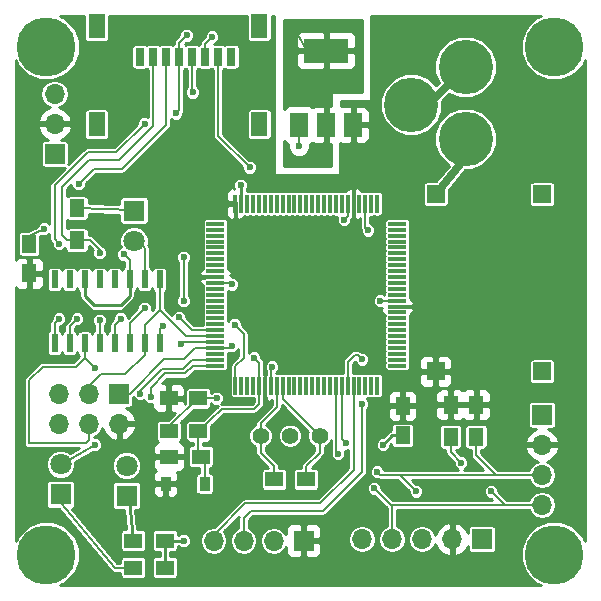
<source format=gbr>
G04 #@! TF.FileFunction,Copper,L1,Top,Signal*
%FSLAX46Y46*%
G04 Gerber Fmt 4.6, Leading zero omitted, Abs format (unit mm)*
G04 Created by KiCad (PCBNEW 4.0.5) date 03/19/17 17:23:27*
%MOMM*%
%LPD*%
G01*
G04 APERTURE LIST*
%ADD10C,0.100000*%
%ADD11R,0.600000X1.500000*%
%ADD12R,0.800000X1.500000*%
%ADD13R,1.450000X2.000000*%
%ADD14R,1.500000X0.300000*%
%ADD15R,0.300000X1.500000*%
%ADD16R,1.500000X1.300000*%
%ADD17C,1.397000*%
%ADD18C,5.000000*%
%ADD19R,1.500000X1.250000*%
%ADD20R,0.900000X1.200000*%
%ADD21R,1.300000X1.500000*%
%ADD22R,1.700000X1.700000*%
%ADD23O,1.700000X1.700000*%
%ADD24R,1.800000X1.800000*%
%ADD25C,1.800000*%
%ADD26R,3.800000X2.000000*%
%ADD27R,1.500000X2.000000*%
%ADD28R,1.250000X1.500000*%
%ADD29C,4.600000*%
%ADD30R,1.524000X1.524000*%
%ADD31C,0.600000*%
%ADD32C,0.203200*%
%ADD33C,0.250000*%
%ADD34C,0.635000*%
%ADD35C,0.254000*%
G04 APERTURE END LIST*
D10*
D11*
X3683000Y-28100000D03*
X4953000Y-28100000D03*
X6223000Y-28100000D03*
X7493000Y-28100000D03*
X8763000Y-28100000D03*
X10033000Y-28100000D03*
X11303000Y-28100000D03*
X12573000Y-28100000D03*
X12573000Y-22700000D03*
X11303000Y-22700000D03*
X10033000Y-22700000D03*
X8763000Y-22700000D03*
X7493000Y-22700000D03*
X6223000Y-22700000D03*
X4953000Y-22700000D03*
X3683000Y-22700000D03*
D12*
X10927080Y-3865880D03*
X12026900Y-3865880D03*
X13126720Y-3865880D03*
X14226540Y-3865880D03*
X15326360Y-3865880D03*
X16426180Y-3865880D03*
X17526000Y-3865880D03*
X18625820Y-3865880D03*
D13*
X7255220Y-1265880D03*
X21005220Y-1265880D03*
X7255220Y-9565880D03*
X21005220Y-9565880D03*
D14*
X17300000Y-18000000D03*
X17300000Y-18500000D03*
X17300000Y-19000000D03*
X17300000Y-19500000D03*
X17300000Y-20000000D03*
X17300000Y-20500000D03*
X17300000Y-21000000D03*
X17300000Y-21500000D03*
X17300000Y-22000000D03*
X17300000Y-22500000D03*
X17300000Y-23000000D03*
X17300000Y-23500000D03*
X17300000Y-24000000D03*
X17300000Y-24500000D03*
X17300000Y-25000000D03*
X17300000Y-25500000D03*
X17300000Y-26000000D03*
X17300000Y-26500000D03*
X17300000Y-27000000D03*
X17300000Y-27500000D03*
X17300000Y-28000000D03*
X17300000Y-28500000D03*
X17300000Y-29000000D03*
X17300000Y-29500000D03*
X17300000Y-30000000D03*
D15*
X19000000Y-31700000D03*
X19500000Y-31700000D03*
X20000000Y-31700000D03*
X20500000Y-31700000D03*
X21000000Y-31700000D03*
X21500000Y-31700000D03*
X22000000Y-31700000D03*
X22500000Y-31700000D03*
X23000000Y-31700000D03*
X23500000Y-31700000D03*
X24000000Y-31700000D03*
X24500000Y-31700000D03*
X25000000Y-31700000D03*
X25500000Y-31700000D03*
X26000000Y-31700000D03*
X26500000Y-31700000D03*
X27000000Y-31700000D03*
X27500000Y-31700000D03*
X28000000Y-31700000D03*
X28500000Y-31700000D03*
X29000000Y-31700000D03*
X29500000Y-31700000D03*
X30000000Y-31700000D03*
X30500000Y-31700000D03*
X31000000Y-31700000D03*
D14*
X32700000Y-30000000D03*
X32700000Y-29500000D03*
X32700000Y-29000000D03*
X32700000Y-28500000D03*
X32700000Y-28000000D03*
X32700000Y-27500000D03*
X32700000Y-27000000D03*
X32700000Y-26500000D03*
X32700000Y-26000000D03*
X32700000Y-25500000D03*
X32700000Y-25000000D03*
X32700000Y-24500000D03*
X32700000Y-24000000D03*
X32700000Y-23500000D03*
X32700000Y-23000000D03*
X32700000Y-22500000D03*
X32700000Y-22000000D03*
X32700000Y-21500000D03*
X32700000Y-21000000D03*
X32700000Y-20500000D03*
X32700000Y-20000000D03*
X32700000Y-19500000D03*
X32700000Y-19000000D03*
X32700000Y-18500000D03*
X32700000Y-18000000D03*
D15*
X31000000Y-16300000D03*
X30500000Y-16300000D03*
X30000000Y-16300000D03*
X29500000Y-16300000D03*
X29000000Y-16300000D03*
X28500000Y-16300000D03*
X28000000Y-16300000D03*
X27500000Y-16300000D03*
X27000000Y-16300000D03*
X26500000Y-16300000D03*
X26000000Y-16300000D03*
X25500000Y-16300000D03*
X25000000Y-16300000D03*
X24500000Y-16300000D03*
X24000000Y-16300000D03*
X23500000Y-16300000D03*
X23000000Y-16300000D03*
X22500000Y-16300000D03*
X22000000Y-16300000D03*
X21500000Y-16300000D03*
X21000000Y-16300000D03*
X20500000Y-16300000D03*
X20000000Y-16300000D03*
X19500000Y-16300000D03*
X19000000Y-16300000D03*
D16*
X24972000Y-39624000D03*
X22272000Y-39624000D03*
D17*
X21122640Y-35941000D03*
X26121360Y-35941000D03*
X23622000Y-35941000D03*
D18*
X46000000Y-46000000D03*
X3000000Y-46000000D03*
X3000000Y-3000000D03*
X46000000Y-3000000D03*
D19*
X15855000Y-35560000D03*
X13355000Y-35560000D03*
D20*
X16382000Y-40005000D03*
X13082000Y-40005000D03*
D16*
X13382000Y-37719000D03*
X16082000Y-37719000D03*
D21*
X37211000Y-33321000D03*
X37211000Y-36021000D03*
X39370000Y-33321000D03*
X39370000Y-36021000D03*
D22*
X44958000Y-34163000D03*
D23*
X44958000Y-36703000D03*
X44958000Y-39243000D03*
X44958000Y-41783000D03*
D24*
X10414000Y-16891000D03*
D25*
X10414000Y-19431000D03*
D21*
X5588000Y-16684000D03*
X5588000Y-19384000D03*
D26*
X26670000Y-3327000D03*
D27*
X26670000Y-9627000D03*
X28970000Y-9627000D03*
X24370000Y-9627000D03*
D22*
X9144000Y-32385000D03*
D23*
X9144000Y-34925000D03*
X6604000Y-32385000D03*
X6604000Y-34925000D03*
X4064000Y-32385000D03*
X4064000Y-34925000D03*
D19*
X13355000Y-32766000D03*
X15855000Y-32766000D03*
D28*
X1524000Y-22205000D03*
X1524000Y-19705000D03*
X33147000Y-33421000D03*
X33147000Y-35921000D03*
D29*
X38481000Y-4699000D03*
X38481000Y-10799000D03*
X33881000Y-7899000D03*
D22*
X24765000Y-44831000D03*
D23*
X22225000Y-44831000D03*
X19685000Y-44831000D03*
X17145000Y-44831000D03*
D24*
X4191000Y-40894000D03*
D25*
X4191000Y-38354000D03*
D24*
X9779000Y-41021000D03*
D25*
X9779000Y-38481000D03*
D16*
X10334000Y-44831000D03*
X13034000Y-44831000D03*
X10334000Y-47117000D03*
X13034000Y-47117000D03*
D22*
X39878000Y-44704000D03*
D23*
X37338000Y-44704000D03*
X34798000Y-44704000D03*
X32258000Y-44704000D03*
X29718000Y-44704000D03*
D30*
X44958000Y-15494000D03*
X35958000Y-15494000D03*
X44958000Y-30494000D03*
X35958000Y-30494000D03*
D22*
X3683000Y-12065000D03*
D23*
X3683000Y-9525000D03*
X3683000Y-6985000D03*
D31*
X18923000Y-26543000D03*
X14605000Y-24511000D03*
X14605000Y-20828000D03*
X29718000Y-29464000D03*
X29718000Y-33274000D03*
X30226000Y-18542000D03*
X31496000Y-36703000D03*
X31242000Y-24511000D03*
X24384000Y-11430000D03*
X2794000Y-18415000D03*
X12827000Y-26670000D03*
X14605000Y-44831000D03*
X17399000Y-32766000D03*
X9525000Y-20574000D03*
X17018000Y-2159000D03*
X28194000Y-17653000D03*
X18669000Y-23114000D03*
X22098000Y-30099000D03*
X19431000Y-14732000D03*
X40640000Y-40640000D03*
X38100000Y-38227000D03*
X30734000Y-40386000D03*
X27686000Y-37465000D03*
X34290000Y-40640000D03*
X30988000Y-38989000D03*
X28321000Y-36576000D03*
X7493000Y-26162000D03*
X7493000Y-20447000D03*
X5715000Y-14605000D03*
X5588000Y-26035000D03*
X13970000Y-8636000D03*
X11303000Y-9525000D03*
X4064000Y-19685000D03*
X4064000Y-26035000D03*
X23876000Y-1270000D03*
X14859000Y-2032000D03*
X15367000Y-6858000D03*
X11303000Y-25146000D03*
X20193000Y-13208000D03*
X18669000Y-28321000D03*
X20574000Y-29337000D03*
X14224000Y-25908000D03*
X9271000Y-26035000D03*
X14351000Y-28194000D03*
X7112000Y-30226000D03*
X7112000Y-36703000D03*
X10922000Y-32385000D03*
X11811000Y-32639000D03*
D32*
X19000000Y-30022000D02*
X19000000Y-31700000D01*
X19685000Y-29337000D02*
X19000000Y-30022000D01*
X19685000Y-27305000D02*
X19685000Y-29337000D01*
X18923000Y-26543000D02*
X19685000Y-27305000D01*
X14605000Y-20828000D02*
X14605000Y-24511000D01*
X22272000Y-39624000D02*
X22272000Y-38528000D01*
X21122640Y-37378640D02*
X21122640Y-35941000D01*
X22272000Y-38528000D02*
X21122640Y-37378640D01*
X21122640Y-35941000D02*
X21122640Y-34884360D01*
X22500000Y-33507000D02*
X22500000Y-31700000D01*
X21122640Y-34884360D02*
X22500000Y-33507000D01*
X24972000Y-39624000D02*
X24972000Y-38528000D01*
X26121360Y-37378640D02*
X26121360Y-35941000D01*
X24972000Y-38528000D02*
X26121360Y-37378640D01*
X23000000Y-31700000D02*
X23000000Y-32819640D01*
X23000000Y-32819640D02*
X26121360Y-35941000D01*
X19685000Y-44831000D02*
X19685000Y-42926000D01*
X28500000Y-29666000D02*
X28500000Y-31700000D01*
X29083000Y-29083000D02*
X28500000Y-29666000D01*
X29337000Y-29083000D02*
X29083000Y-29083000D01*
X29718000Y-29464000D02*
X29337000Y-29083000D01*
X29718000Y-38989000D02*
X29718000Y-33274000D01*
X26416000Y-42291000D02*
X29718000Y-38989000D01*
X20320000Y-42291000D02*
X26416000Y-42291000D01*
X19685000Y-42926000D02*
X20320000Y-42291000D01*
X17145000Y-44831000D02*
X17145000Y-44323000D01*
X17145000Y-44323000D02*
X19812000Y-41656000D01*
X19812000Y-41656000D02*
X26162000Y-41656000D01*
X26162000Y-41656000D02*
X29000000Y-38818000D01*
X29000000Y-38818000D02*
X29000000Y-31700000D01*
X30000000Y-18316000D02*
X30000000Y-16300000D01*
X30226000Y-18542000D02*
X30000000Y-18316000D01*
D33*
X33147000Y-35921000D02*
X32278000Y-35921000D01*
X32278000Y-35921000D02*
X31496000Y-36703000D01*
D32*
X32700000Y-24500000D02*
X31253000Y-24500000D01*
X31253000Y-24500000D02*
X31242000Y-24511000D01*
X24370000Y-9627000D02*
X24370000Y-11416000D01*
X24370000Y-11416000D02*
X24384000Y-11430000D01*
D33*
X6223000Y-22700000D02*
X6223000Y-24130000D01*
X10033000Y-24130000D02*
X10033000Y-22700000D01*
X9271000Y-24892000D02*
X10033000Y-24130000D01*
X6985000Y-24892000D02*
X9271000Y-24892000D01*
X6223000Y-24130000D02*
X6985000Y-24892000D01*
D32*
X1524000Y-19705000D02*
X1524000Y-19050000D01*
X1524000Y-19050000D02*
X2794000Y-18415000D01*
X12573000Y-28100000D02*
X12573000Y-26924000D01*
X12573000Y-26924000D02*
X12827000Y-26670000D01*
X13355000Y-35560000D02*
X13355000Y-35139000D01*
X13355000Y-35139000D02*
X15855000Y-32766000D01*
D33*
X13034000Y-44831000D02*
X14605000Y-44831000D01*
X13034000Y-44831000D02*
X13034000Y-47117000D01*
D32*
X15855000Y-32766000D02*
X17399000Y-32766000D01*
X10033000Y-22700000D02*
X10033000Y-21082000D01*
X10033000Y-21082000D02*
X9525000Y-20574000D01*
X16426180Y-3865880D02*
X16426180Y-2750820D01*
X16426180Y-2750820D02*
X17018000Y-2159000D01*
X28500000Y-16300000D02*
X28500000Y-17347000D01*
X28500000Y-17347000D02*
X28194000Y-17653000D01*
X17300000Y-23000000D02*
X18555000Y-23000000D01*
X18555000Y-23000000D02*
X18669000Y-23114000D01*
X22000000Y-31700000D02*
X22000000Y-30197000D01*
X22000000Y-30197000D02*
X22098000Y-30099000D01*
D33*
X19500000Y-16300000D02*
X19500000Y-14801000D01*
X19500000Y-14801000D02*
X19431000Y-14732000D01*
D34*
X38481000Y-4699000D02*
X40005000Y-4699000D01*
X38481000Y-4699000D02*
X38735000Y-4699000D01*
X33881000Y-7899000D02*
X35281000Y-7899000D01*
X35281000Y-7899000D02*
X38481000Y-4699000D01*
D32*
X37211000Y-36021000D02*
X37211000Y-37338000D01*
X41783000Y-41783000D02*
X42545000Y-41783000D01*
X40640000Y-40640000D02*
X41783000Y-41783000D01*
X37211000Y-37338000D02*
X38100000Y-38227000D01*
X32258000Y-44704000D02*
X32258000Y-41910000D01*
X32258000Y-41910000D02*
X32004000Y-41656000D01*
X27500000Y-31700000D02*
X27500000Y-37279000D01*
X32131000Y-41783000D02*
X42545000Y-41783000D01*
X42545000Y-41783000D02*
X44958000Y-41783000D01*
X30734000Y-40386000D02*
X32004000Y-41656000D01*
X32004000Y-41656000D02*
X32131000Y-41783000D01*
X27500000Y-37279000D02*
X27686000Y-37465000D01*
X39370000Y-36021000D02*
X39370000Y-37592000D01*
X39370000Y-37592000D02*
X41021000Y-39243000D01*
X32893000Y-39243000D02*
X32512000Y-39243000D01*
X34290000Y-40640000D02*
X32893000Y-39243000D01*
X28000000Y-31700000D02*
X28000000Y-36255000D01*
X31242000Y-39243000D02*
X32512000Y-39243000D01*
X32512000Y-39243000D02*
X41021000Y-39243000D01*
X41021000Y-39243000D02*
X44958000Y-39243000D01*
X30988000Y-38989000D02*
X31242000Y-39243000D01*
X28000000Y-36255000D02*
X28321000Y-36576000D01*
X5588000Y-19384000D02*
X4779000Y-19384000D01*
X12026900Y-9690100D02*
X12026900Y-3865880D01*
X9144000Y-12573000D02*
X12026900Y-9690100D01*
X6604000Y-12573000D02*
X9144000Y-12573000D01*
X4318000Y-14859000D02*
X6604000Y-12573000D01*
X4318000Y-18923000D02*
X4318000Y-14859000D01*
X4779000Y-19384000D02*
X4318000Y-18923000D01*
X5588000Y-19384000D02*
X5033000Y-19384000D01*
X5588000Y-19384000D02*
X6684000Y-19384000D01*
X7493000Y-26162000D02*
X7493000Y-28100000D01*
X7493000Y-20193000D02*
X7493000Y-20447000D01*
X6684000Y-19384000D02*
X7493000Y-20193000D01*
X4953000Y-28100000D02*
X4953000Y-26670000D01*
X13126720Y-9606280D02*
X13126720Y-3865880D01*
X9398000Y-13335000D02*
X13126720Y-9606280D01*
X6985000Y-13335000D02*
X9398000Y-13335000D01*
X5715000Y-14605000D02*
X6985000Y-13335000D01*
X4953000Y-26670000D02*
X5588000Y-26035000D01*
X3683000Y-28100000D02*
X3683000Y-26416000D01*
X14226540Y-8379460D02*
X14226540Y-3865880D01*
X13970000Y-8636000D02*
X14226540Y-8379460D01*
X8890000Y-11938000D02*
X11303000Y-9525000D01*
X6477000Y-11938000D02*
X8890000Y-11938000D01*
X3683000Y-14732000D02*
X6477000Y-11938000D01*
X3683000Y-19304000D02*
X3683000Y-14732000D01*
X4064000Y-19685000D02*
X3683000Y-19304000D01*
X3683000Y-26416000D02*
X4064000Y-26035000D01*
X14226540Y-3865880D02*
X14226540Y-2664460D01*
X23876000Y-1270000D02*
X25044000Y-3327000D01*
X14226540Y-2664460D02*
X14859000Y-2032000D01*
X25044000Y-3327000D02*
X26670000Y-3327000D01*
X10033000Y-28100000D02*
X10033000Y-26416000D01*
X15326360Y-6817360D02*
X15326360Y-3865880D01*
X15367000Y-6858000D02*
X15326360Y-6817360D01*
X10033000Y-26416000D02*
X11303000Y-25146000D01*
X17300000Y-28500000D02*
X18490000Y-28500000D01*
X17526000Y-10541000D02*
X17526000Y-3865880D01*
X20193000Y-13208000D02*
X17526000Y-10541000D01*
X18490000Y-28500000D02*
X18669000Y-28321000D01*
X9144000Y-32385000D02*
X10033000Y-32385000D01*
X10033000Y-32385000D02*
X12954000Y-29464000D01*
X12954000Y-29464000D02*
X14605000Y-29464000D01*
X14605000Y-29464000D02*
X15569000Y-28500000D01*
X15569000Y-28500000D02*
X17300000Y-28500000D01*
X16382000Y-40005000D02*
X16382000Y-38019000D01*
X16382000Y-38019000D02*
X15855000Y-37492000D01*
X15855000Y-37492000D02*
X15855000Y-35560000D01*
X15855000Y-35560000D02*
X17887000Y-33655000D01*
X17887000Y-33655000D02*
X20574000Y-33655000D01*
X20574000Y-33655000D02*
X21000000Y-33229000D01*
X21000000Y-33229000D02*
X21000000Y-31700000D01*
X20574000Y-29337000D02*
X21000000Y-29763000D01*
X21000000Y-29763000D02*
X21000000Y-31700000D01*
X5588000Y-16684000D02*
X10334000Y-16811000D01*
X10334000Y-16811000D02*
X10414000Y-16891000D01*
X5762000Y-16510000D02*
X5588000Y-16684000D01*
X10414000Y-19431000D02*
X10541000Y-19431000D01*
X10541000Y-19431000D02*
X11303000Y-20066000D01*
X11303000Y-20066000D02*
X11303000Y-22700000D01*
X8763000Y-28100000D02*
X8763000Y-26543000D01*
X15316000Y-27000000D02*
X17300000Y-27000000D01*
X14224000Y-25908000D02*
X15316000Y-27000000D01*
X8763000Y-26543000D02*
X9271000Y-26035000D01*
X17300000Y-27500000D02*
X14800000Y-27500000D01*
X14800000Y-27500000D02*
X12573000Y-25273000D01*
X11303000Y-28100000D02*
X11303000Y-26543000D01*
X12573000Y-25273000D02*
X12573000Y-22700000D01*
X11303000Y-26543000D02*
X12573000Y-25273000D01*
X6604000Y-32385000D02*
X6604000Y-31750000D01*
X6604000Y-31750000D02*
X7620000Y-30734000D01*
X7620000Y-30734000D02*
X9652000Y-30734000D01*
X9652000Y-30734000D02*
X11303000Y-29083000D01*
X11303000Y-29083000D02*
X11303000Y-28100000D01*
X6223000Y-28100000D02*
X6223000Y-29337000D01*
X6223000Y-29337000D02*
X7112000Y-30226000D01*
X14545000Y-28000000D02*
X17300000Y-28000000D01*
X14351000Y-28194000D02*
X14545000Y-28000000D01*
X6604000Y-36322000D02*
X6604000Y-34925000D01*
X6350000Y-36576000D02*
X6604000Y-36322000D01*
X1524000Y-36576000D02*
X6350000Y-36576000D01*
X1524000Y-36576000D02*
X1524000Y-36576000D01*
X1524000Y-31242000D02*
X1524000Y-36576000D01*
X2667000Y-30099000D02*
X1524000Y-31242000D01*
X5461000Y-30099000D02*
X2667000Y-30099000D01*
X6223000Y-29337000D02*
X5461000Y-30099000D01*
D34*
X38481000Y-10799000D02*
X38481000Y-12336000D01*
X38481000Y-12336000D02*
X35958000Y-15494000D01*
X38481000Y-10799000D02*
X38367000Y-10799000D01*
D32*
X10334000Y-47117000D02*
X8763000Y-47117000D01*
X8763000Y-47117000D02*
X4191000Y-41656000D01*
X4191000Y-41656000D02*
X4191000Y-40894000D01*
X17300000Y-29500000D02*
X15331000Y-29500000D01*
X7112000Y-36703000D02*
X4318000Y-38354000D01*
X10922000Y-32131000D02*
X10922000Y-32385000D01*
X12795893Y-30257107D02*
X10922000Y-32131000D01*
X14573893Y-30257107D02*
X12795893Y-30257107D01*
X15331000Y-29500000D02*
X14573893Y-30257107D01*
X4318000Y-38354000D02*
X4191000Y-38354000D01*
D33*
X10334000Y-44831000D02*
X9953000Y-41195000D01*
X9953000Y-41195000D02*
X9779000Y-41021000D01*
D32*
X17300000Y-30000000D02*
X15401214Y-30000000D01*
X11811000Y-31877000D02*
X11811000Y-32639000D01*
X13018786Y-30669214D02*
X11811000Y-31877000D01*
X14732000Y-30669214D02*
X13018786Y-30669214D01*
X15401214Y-30000000D02*
X14732000Y-30669214D01*
D35*
G36*
X6193551Y-2265880D02*
X6216576Y-2388245D01*
X6288893Y-2500629D01*
X6399237Y-2576024D01*
X6530220Y-2602549D01*
X7980220Y-2602549D01*
X8102585Y-2579524D01*
X8214969Y-2507207D01*
X8290364Y-2396863D01*
X8316889Y-2265880D01*
X8316889Y-405200D01*
X19943551Y-405200D01*
X19943551Y-2265880D01*
X19966576Y-2388245D01*
X20038893Y-2500629D01*
X20149237Y-2576024D01*
X20280220Y-2602549D01*
X21730220Y-2602549D01*
X21852585Y-2579524D01*
X21964969Y-2507207D01*
X22040364Y-2396863D01*
X22066889Y-2265880D01*
X22066889Y-405200D01*
X22225000Y-405200D01*
X22225000Y-13716000D01*
X22235006Y-13765410D01*
X22263447Y-13807035D01*
X22305841Y-13834315D01*
X22352000Y-13843000D01*
X27686000Y-13843000D01*
X27735410Y-13832994D01*
X27777035Y-13804553D01*
X27804315Y-13762159D01*
X27812974Y-13718591D01*
X27865041Y-11167291D01*
X28093690Y-11262000D01*
X28684250Y-11262000D01*
X28843000Y-11103250D01*
X28843000Y-9754000D01*
X29097000Y-9754000D01*
X29097000Y-11103250D01*
X29255750Y-11262000D01*
X29846310Y-11262000D01*
X30079699Y-11165327D01*
X30258327Y-10986698D01*
X30355000Y-10753309D01*
X30355000Y-9912750D01*
X30196250Y-9754000D01*
X29097000Y-9754000D01*
X28843000Y-9754000D01*
X28823000Y-9754000D01*
X28823000Y-9500000D01*
X28843000Y-9500000D01*
X28843000Y-8150750D01*
X29097000Y-8150750D01*
X29097000Y-9500000D01*
X30196250Y-9500000D01*
X30355000Y-9341250D01*
X30355000Y-8500691D01*
X30321529Y-8419884D01*
X31250344Y-8419884D01*
X31649925Y-9386942D01*
X32389166Y-10127475D01*
X33355526Y-10528743D01*
X34401884Y-10529656D01*
X35368942Y-10130075D01*
X36109475Y-9390834D01*
X36510743Y-8424474D01*
X36511476Y-7584510D01*
X37115890Y-6980096D01*
X37955526Y-7328743D01*
X39001884Y-7329656D01*
X39968942Y-6930075D01*
X40709475Y-6190834D01*
X41110743Y-5224474D01*
X41111656Y-4178116D01*
X40712075Y-3211058D01*
X39972834Y-2470525D01*
X39006474Y-2069257D01*
X37960116Y-2068344D01*
X36993058Y-2467925D01*
X36252525Y-3207166D01*
X35851257Y-4173526D01*
X35850344Y-5219884D01*
X36199386Y-6064628D01*
X35982629Y-6281385D01*
X35372834Y-5670525D01*
X34406474Y-5269257D01*
X33360116Y-5268344D01*
X32393058Y-5667925D01*
X31652525Y-6407166D01*
X31251257Y-7373526D01*
X31250344Y-8419884D01*
X30321529Y-8419884D01*
X30258327Y-8267302D01*
X30079699Y-8088673D01*
X29846310Y-7992000D01*
X29255750Y-7992000D01*
X29097000Y-8150750D01*
X28843000Y-8150750D01*
X28684250Y-7992000D01*
X28093690Y-7992000D01*
X27928446Y-8060446D01*
X27937435Y-7620000D01*
X30353000Y-7620000D01*
X30402410Y-7609994D01*
X30444035Y-7581553D01*
X30471315Y-7539159D01*
X30480000Y-7493000D01*
X30480000Y-405200D01*
X44868610Y-405200D01*
X44398915Y-599274D01*
X43602072Y-1394727D01*
X43170292Y-2434569D01*
X43169310Y-3560492D01*
X43599274Y-4601085D01*
X44394727Y-5397928D01*
X45434569Y-5829708D01*
X46560492Y-5830690D01*
X47601085Y-5400726D01*
X48397928Y-4605273D01*
X48594800Y-4131152D01*
X48594800Y-44868610D01*
X48400726Y-44398915D01*
X47605273Y-43602072D01*
X46565431Y-43170292D01*
X45439508Y-43169310D01*
X44398915Y-43599274D01*
X43602072Y-44394727D01*
X43170292Y-45434569D01*
X43169310Y-46560492D01*
X43599274Y-47601085D01*
X44394727Y-48397928D01*
X44868848Y-48594800D01*
X4131390Y-48594800D01*
X4601085Y-48400726D01*
X5397928Y-47605273D01*
X5829708Y-46565431D01*
X5830690Y-45439508D01*
X5400726Y-44398915D01*
X4605273Y-43602072D01*
X3565431Y-43170292D01*
X2439508Y-43169310D01*
X1398915Y-43599274D01*
X602072Y-44394727D01*
X405200Y-44868848D01*
X405200Y-39994000D01*
X2954331Y-39994000D01*
X2954331Y-41794000D01*
X2977356Y-41916365D01*
X3049673Y-42028749D01*
X3160017Y-42104144D01*
X3291000Y-42130669D01*
X4025247Y-42130669D01*
X8431914Y-47394188D01*
X8446949Y-47406282D01*
X8457671Y-47422329D01*
X8512146Y-47458728D01*
X8563192Y-47499790D01*
X8581713Y-47505211D01*
X8597757Y-47515931D01*
X8662008Y-47528711D01*
X8724888Y-47547115D01*
X8744074Y-47545035D01*
X8763000Y-47548800D01*
X9247331Y-47548800D01*
X9247331Y-47767000D01*
X9270356Y-47889365D01*
X9342673Y-48001749D01*
X9453017Y-48077144D01*
X9584000Y-48103669D01*
X11084000Y-48103669D01*
X11206365Y-48080644D01*
X11318749Y-48008327D01*
X11394144Y-47897983D01*
X11420669Y-47767000D01*
X11420669Y-46467000D01*
X11397644Y-46344635D01*
X11325327Y-46232251D01*
X11214983Y-46156856D01*
X11084000Y-46130331D01*
X9584000Y-46130331D01*
X9461635Y-46153356D01*
X9349251Y-46225673D01*
X9273856Y-46336017D01*
X9247331Y-46467000D01*
X9247331Y-46685200D01*
X8964643Y-46685200D01*
X5143307Y-42120826D01*
X5213365Y-42107644D01*
X5325749Y-42035327D01*
X5401144Y-41924983D01*
X5427669Y-41794000D01*
X5427669Y-40121000D01*
X8542331Y-40121000D01*
X8542331Y-41921000D01*
X8565356Y-42043365D01*
X8637673Y-42155749D01*
X8748017Y-42231144D01*
X8879000Y-42257669D01*
X9606660Y-42257669D01*
X9772920Y-43844331D01*
X9584000Y-43844331D01*
X9461635Y-43867356D01*
X9349251Y-43939673D01*
X9273856Y-44050017D01*
X9247331Y-44181000D01*
X9247331Y-45481000D01*
X9270356Y-45603365D01*
X9342673Y-45715749D01*
X9453017Y-45791144D01*
X9584000Y-45817669D01*
X11084000Y-45817669D01*
X11206365Y-45794644D01*
X11318749Y-45722327D01*
X11394144Y-45611983D01*
X11420669Y-45481000D01*
X11420669Y-44181000D01*
X11947331Y-44181000D01*
X11947331Y-45481000D01*
X11970356Y-45603365D01*
X12042673Y-45715749D01*
X12153017Y-45791144D01*
X12284000Y-45817669D01*
X12578800Y-45817669D01*
X12578800Y-46130331D01*
X12284000Y-46130331D01*
X12161635Y-46153356D01*
X12049251Y-46225673D01*
X11973856Y-46336017D01*
X11947331Y-46467000D01*
X11947331Y-47767000D01*
X11970356Y-47889365D01*
X12042673Y-48001749D01*
X12153017Y-48077144D01*
X12284000Y-48103669D01*
X13784000Y-48103669D01*
X13906365Y-48080644D01*
X14018749Y-48008327D01*
X14094144Y-47897983D01*
X14120669Y-47767000D01*
X14120669Y-46467000D01*
X14097644Y-46344635D01*
X14025327Y-46232251D01*
X13914983Y-46156856D01*
X13784000Y-46130331D01*
X13489200Y-46130331D01*
X13489200Y-45817669D01*
X13784000Y-45817669D01*
X13906365Y-45794644D01*
X14018749Y-45722327D01*
X14094144Y-45611983D01*
X14120669Y-45481000D01*
X14120669Y-45286200D01*
X14168946Y-45286200D01*
X14247554Y-45364946D01*
X14479096Y-45461090D01*
X14729805Y-45461309D01*
X14961513Y-45365569D01*
X15138946Y-45188446D01*
X15235090Y-44956904D01*
X15235220Y-44807879D01*
X15964800Y-44807879D01*
X15964800Y-44854121D01*
X16054637Y-45305764D01*
X16310473Y-45688648D01*
X16693357Y-45944484D01*
X17145000Y-46034321D01*
X17596643Y-45944484D01*
X17979527Y-45688648D01*
X18235363Y-45305764D01*
X18325200Y-44854121D01*
X18325200Y-44807879D01*
X18235363Y-44356236D01*
X18029907Y-44048751D01*
X19278165Y-42800492D01*
X19253200Y-42926000D01*
X19253200Y-43713569D01*
X19233357Y-43717516D01*
X18850473Y-43973352D01*
X18594637Y-44356236D01*
X18504800Y-44807879D01*
X18504800Y-44854121D01*
X18594637Y-45305764D01*
X18850473Y-45688648D01*
X19233357Y-45944484D01*
X19685000Y-46034321D01*
X20136643Y-45944484D01*
X20519527Y-45688648D01*
X20775363Y-45305764D01*
X20865200Y-44854121D01*
X20865200Y-44807879D01*
X21044800Y-44807879D01*
X21044800Y-44854121D01*
X21134637Y-45305764D01*
X21390473Y-45688648D01*
X21773357Y-45944484D01*
X22225000Y-46034321D01*
X22676643Y-45944484D01*
X23059527Y-45688648D01*
X23280000Y-45358688D01*
X23280000Y-45807309D01*
X23376673Y-46040698D01*
X23555301Y-46219327D01*
X23788690Y-46316000D01*
X24479250Y-46316000D01*
X24638000Y-46157250D01*
X24638000Y-44958000D01*
X24892000Y-44958000D01*
X24892000Y-46157250D01*
X25050750Y-46316000D01*
X25741310Y-46316000D01*
X25974699Y-46219327D01*
X26153327Y-46040698D01*
X26250000Y-45807309D01*
X26250000Y-45116750D01*
X26091250Y-44958000D01*
X24892000Y-44958000D01*
X24638000Y-44958000D01*
X24618000Y-44958000D01*
X24618000Y-44704000D01*
X24638000Y-44704000D01*
X24638000Y-43504750D01*
X24892000Y-43504750D01*
X24892000Y-44704000D01*
X26091250Y-44704000D01*
X26114371Y-44680879D01*
X28537800Y-44680879D01*
X28537800Y-44727121D01*
X28627637Y-45178764D01*
X28883473Y-45561648D01*
X29266357Y-45817484D01*
X29718000Y-45907321D01*
X30169643Y-45817484D01*
X30552527Y-45561648D01*
X30808363Y-45178764D01*
X30898200Y-44727121D01*
X30898200Y-44680879D01*
X30808363Y-44229236D01*
X30552527Y-43846352D01*
X30169643Y-43590516D01*
X29718000Y-43500679D01*
X29266357Y-43590516D01*
X28883473Y-43846352D01*
X28627637Y-44229236D01*
X28537800Y-44680879D01*
X26114371Y-44680879D01*
X26250000Y-44545250D01*
X26250000Y-43854691D01*
X26153327Y-43621302D01*
X25974699Y-43442673D01*
X25741310Y-43346000D01*
X25050750Y-43346000D01*
X24892000Y-43504750D01*
X24638000Y-43504750D01*
X24479250Y-43346000D01*
X23788690Y-43346000D01*
X23555301Y-43442673D01*
X23376673Y-43621302D01*
X23280000Y-43854691D01*
X23280000Y-44303312D01*
X23059527Y-43973352D01*
X22676643Y-43717516D01*
X22225000Y-43627679D01*
X21773357Y-43717516D01*
X21390473Y-43973352D01*
X21134637Y-44356236D01*
X21044800Y-44807879D01*
X20865200Y-44807879D01*
X20775363Y-44356236D01*
X20519527Y-43973352D01*
X20136643Y-43717516D01*
X20116800Y-43713569D01*
X20116800Y-43104858D01*
X20498857Y-42722800D01*
X26416000Y-42722800D01*
X26581243Y-42689931D01*
X26721329Y-42596329D01*
X28806853Y-40510805D01*
X30103691Y-40510805D01*
X30199431Y-40742513D01*
X30376554Y-40919946D01*
X30608096Y-41016090D01*
X30753559Y-41016217D01*
X31826200Y-42088858D01*
X31826200Y-43586569D01*
X31806357Y-43590516D01*
X31423473Y-43846352D01*
X31167637Y-44229236D01*
X31077800Y-44680879D01*
X31077800Y-44727121D01*
X31167637Y-45178764D01*
X31423473Y-45561648D01*
X31806357Y-45817484D01*
X32258000Y-45907321D01*
X32709643Y-45817484D01*
X33092527Y-45561648D01*
X33348363Y-45178764D01*
X33438200Y-44727121D01*
X33438200Y-44680879D01*
X33617800Y-44680879D01*
X33617800Y-44727121D01*
X33707637Y-45178764D01*
X33963473Y-45561648D01*
X34346357Y-45817484D01*
X34798000Y-45907321D01*
X35249643Y-45817484D01*
X35632527Y-45561648D01*
X35888363Y-45178764D01*
X35907258Y-45083770D01*
X36142817Y-45585358D01*
X36571076Y-45975645D01*
X36981110Y-46145476D01*
X37211000Y-46024155D01*
X37211000Y-44831000D01*
X37191000Y-44831000D01*
X37191000Y-44577000D01*
X37211000Y-44577000D01*
X37211000Y-43383845D01*
X37465000Y-43383845D01*
X37465000Y-44577000D01*
X37485000Y-44577000D01*
X37485000Y-44831000D01*
X37465000Y-44831000D01*
X37465000Y-46024155D01*
X37694890Y-46145476D01*
X38104924Y-45975645D01*
X38533183Y-45585358D01*
X38691331Y-45248605D01*
X38691331Y-45554000D01*
X38714356Y-45676365D01*
X38786673Y-45788749D01*
X38897017Y-45864144D01*
X39028000Y-45890669D01*
X40728000Y-45890669D01*
X40850365Y-45867644D01*
X40962749Y-45795327D01*
X41038144Y-45684983D01*
X41064669Y-45554000D01*
X41064669Y-43854000D01*
X41041644Y-43731635D01*
X40969327Y-43619251D01*
X40858983Y-43543856D01*
X40728000Y-43517331D01*
X39028000Y-43517331D01*
X38905635Y-43540356D01*
X38793251Y-43612673D01*
X38717856Y-43723017D01*
X38691331Y-43854000D01*
X38691331Y-44159395D01*
X38533183Y-43822642D01*
X38104924Y-43432355D01*
X37694890Y-43262524D01*
X37465000Y-43383845D01*
X37211000Y-43383845D01*
X36981110Y-43262524D01*
X36571076Y-43432355D01*
X36142817Y-43822642D01*
X35907258Y-44324230D01*
X35888363Y-44229236D01*
X35632527Y-43846352D01*
X35249643Y-43590516D01*
X34798000Y-43500679D01*
X34346357Y-43590516D01*
X33963473Y-43846352D01*
X33707637Y-44229236D01*
X33617800Y-44680879D01*
X33438200Y-44680879D01*
X33348363Y-44229236D01*
X33092527Y-43846352D01*
X32709643Y-43590516D01*
X32689800Y-43586569D01*
X32689800Y-42214800D01*
X43840569Y-42214800D01*
X43844516Y-42234643D01*
X44100352Y-42617527D01*
X44483236Y-42873363D01*
X44934879Y-42963200D01*
X44981121Y-42963200D01*
X45432764Y-42873363D01*
X45815648Y-42617527D01*
X46071484Y-42234643D01*
X46161321Y-41783000D01*
X46071484Y-41331357D01*
X45815648Y-40948473D01*
X45432764Y-40692637D01*
X44981121Y-40602800D01*
X44934879Y-40602800D01*
X44483236Y-40692637D01*
X44100352Y-40948473D01*
X43844516Y-41331357D01*
X43840569Y-41351200D01*
X41961858Y-41351200D01*
X41270183Y-40659525D01*
X41270309Y-40515195D01*
X41174569Y-40283487D01*
X40997446Y-40106054D01*
X40765904Y-40009910D01*
X40515195Y-40009691D01*
X40283487Y-40105431D01*
X40106054Y-40282554D01*
X40009910Y-40514096D01*
X40009691Y-40764805D01*
X40105431Y-40996513D01*
X40282554Y-41173946D01*
X40514096Y-41270090D01*
X40659559Y-41270217D01*
X40740542Y-41351200D01*
X32309858Y-41351200D01*
X31364183Y-40405525D01*
X31364309Y-40261195D01*
X31268569Y-40029487D01*
X31091446Y-39852054D01*
X30859904Y-39755910D01*
X30609195Y-39755691D01*
X30377487Y-39851431D01*
X30200054Y-40028554D01*
X30103910Y-40260096D01*
X30103691Y-40510805D01*
X28806853Y-40510805D01*
X30023329Y-39294329D01*
X30075044Y-39216931D01*
X30116931Y-39154243D01*
X30124974Y-39113805D01*
X30357691Y-39113805D01*
X30453431Y-39345513D01*
X30630554Y-39522946D01*
X30862096Y-39619090D01*
X31042809Y-39619248D01*
X31076757Y-39641931D01*
X31242000Y-39674800D01*
X32714142Y-39674800D01*
X33659817Y-40620474D01*
X33659691Y-40764805D01*
X33755431Y-40996513D01*
X33932554Y-41173946D01*
X34164096Y-41270090D01*
X34414805Y-41270309D01*
X34646513Y-41174569D01*
X34823946Y-40997446D01*
X34920090Y-40765904D01*
X34920309Y-40515195D01*
X34824569Y-40283487D01*
X34647446Y-40106054D01*
X34415904Y-40009910D01*
X34270440Y-40009783D01*
X33935457Y-39674800D01*
X41020995Y-39674800D01*
X41021000Y-39674801D01*
X41021005Y-39674800D01*
X43840569Y-39674800D01*
X43844516Y-39694643D01*
X44100352Y-40077527D01*
X44483236Y-40333363D01*
X44934879Y-40423200D01*
X44981121Y-40423200D01*
X45432764Y-40333363D01*
X45815648Y-40077527D01*
X46071484Y-39694643D01*
X46161321Y-39243000D01*
X46071484Y-38791357D01*
X45815648Y-38408473D01*
X45432764Y-38152637D01*
X45337770Y-38133742D01*
X45839358Y-37898183D01*
X46229645Y-37469924D01*
X46399476Y-37059890D01*
X46278155Y-36830000D01*
X45085000Y-36830000D01*
X45085000Y-36850000D01*
X44831000Y-36850000D01*
X44831000Y-36830000D01*
X43637845Y-36830000D01*
X43516524Y-37059890D01*
X43686355Y-37469924D01*
X44076642Y-37898183D01*
X44578230Y-38133742D01*
X44483236Y-38152637D01*
X44100352Y-38408473D01*
X43844516Y-38791357D01*
X43840569Y-38811200D01*
X41199857Y-38811200D01*
X39801800Y-37413142D01*
X39801800Y-37107669D01*
X40020000Y-37107669D01*
X40142365Y-37084644D01*
X40254749Y-37012327D01*
X40330144Y-36901983D01*
X40356669Y-36771000D01*
X40356669Y-36346110D01*
X43516524Y-36346110D01*
X43637845Y-36576000D01*
X44831000Y-36576000D01*
X44831000Y-36556000D01*
X45085000Y-36556000D01*
X45085000Y-36576000D01*
X46278155Y-36576000D01*
X46399476Y-36346110D01*
X46229645Y-35936076D01*
X45839358Y-35507817D01*
X45502605Y-35349669D01*
X45808000Y-35349669D01*
X45930365Y-35326644D01*
X46042749Y-35254327D01*
X46118144Y-35143983D01*
X46144669Y-35013000D01*
X46144669Y-33313000D01*
X46121644Y-33190635D01*
X46049327Y-33078251D01*
X45938983Y-33002856D01*
X45808000Y-32976331D01*
X44108000Y-32976331D01*
X43985635Y-32999356D01*
X43873251Y-33071673D01*
X43797856Y-33182017D01*
X43771331Y-33313000D01*
X43771331Y-35013000D01*
X43794356Y-35135365D01*
X43866673Y-35247749D01*
X43977017Y-35323144D01*
X44108000Y-35349669D01*
X44413395Y-35349669D01*
X44076642Y-35507817D01*
X43686355Y-35936076D01*
X43516524Y-36346110D01*
X40356669Y-36346110D01*
X40356669Y-35271000D01*
X40333644Y-35148635D01*
X40261327Y-35036251D01*
X40150983Y-34960856D01*
X40020000Y-34934331D01*
X38720000Y-34934331D01*
X38597635Y-34957356D01*
X38485251Y-35029673D01*
X38409856Y-35140017D01*
X38383331Y-35271000D01*
X38383331Y-36771000D01*
X38406356Y-36893365D01*
X38478673Y-37005749D01*
X38589017Y-37081144D01*
X38720000Y-37107669D01*
X38938200Y-37107669D01*
X38938200Y-37592000D01*
X38971069Y-37757243D01*
X39046736Y-37870487D01*
X39064671Y-37897329D01*
X39978543Y-38811200D01*
X38336397Y-38811200D01*
X38456513Y-38761569D01*
X38633946Y-38584446D01*
X38730090Y-38352904D01*
X38730309Y-38102195D01*
X38634569Y-37870487D01*
X38457446Y-37693054D01*
X38225904Y-37596910D01*
X38080441Y-37596783D01*
X37642800Y-37159142D01*
X37642800Y-37107669D01*
X37861000Y-37107669D01*
X37983365Y-37084644D01*
X38095749Y-37012327D01*
X38171144Y-36901983D01*
X38197669Y-36771000D01*
X38197669Y-35271000D01*
X38174644Y-35148635D01*
X38102327Y-35036251D01*
X37991983Y-34960856D01*
X37861000Y-34934331D01*
X36561000Y-34934331D01*
X36438635Y-34957356D01*
X36326251Y-35029673D01*
X36250856Y-35140017D01*
X36224331Y-35271000D01*
X36224331Y-36771000D01*
X36247356Y-36893365D01*
X36319673Y-37005749D01*
X36430017Y-37081144D01*
X36561000Y-37107669D01*
X36779200Y-37107669D01*
X36779200Y-37338000D01*
X36812069Y-37503243D01*
X36839223Y-37543882D01*
X36905671Y-37643329D01*
X37469817Y-38207475D01*
X37469691Y-38351805D01*
X37565431Y-38583513D01*
X37742554Y-38760946D01*
X37863580Y-38811200D01*
X31596412Y-38811200D01*
X31522569Y-38632487D01*
X31345446Y-38455054D01*
X31113904Y-38358910D01*
X30863195Y-38358691D01*
X30631487Y-38454431D01*
X30454054Y-38631554D01*
X30357910Y-38863096D01*
X30357691Y-39113805D01*
X30124974Y-39113805D01*
X30149800Y-38989000D01*
X30149800Y-36827805D01*
X30865691Y-36827805D01*
X30961431Y-37059513D01*
X31138554Y-37236946D01*
X31370096Y-37333090D01*
X31620805Y-37333309D01*
X31852513Y-37237569D01*
X32029946Y-37060446D01*
X32126090Y-36828904D01*
X32126188Y-36716562D01*
X32185331Y-36657419D01*
X32185331Y-36671000D01*
X32208356Y-36793365D01*
X32280673Y-36905749D01*
X32391017Y-36981144D01*
X32522000Y-37007669D01*
X33772000Y-37007669D01*
X33894365Y-36984644D01*
X34006749Y-36912327D01*
X34082144Y-36801983D01*
X34108669Y-36671000D01*
X34108669Y-35171000D01*
X34085644Y-35048635D01*
X34013327Y-34936251D01*
X33902983Y-34860856D01*
X33772000Y-34834331D01*
X32522000Y-34834331D01*
X32399635Y-34857356D01*
X32287251Y-34929673D01*
X32211856Y-35040017D01*
X32185331Y-35171000D01*
X32185331Y-35484233D01*
X32103802Y-35500450D01*
X31956125Y-35599125D01*
X31482462Y-36072788D01*
X31371195Y-36072691D01*
X31139487Y-36168431D01*
X30962054Y-36345554D01*
X30865910Y-36577096D01*
X30865691Y-36827805D01*
X30149800Y-36827805D01*
X30149800Y-33733414D01*
X30176510Y-33706750D01*
X31887000Y-33706750D01*
X31887000Y-34297309D01*
X31983673Y-34530698D01*
X32162301Y-34709327D01*
X32395690Y-34806000D01*
X32861250Y-34806000D01*
X33020000Y-34647250D01*
X33020000Y-33548000D01*
X33274000Y-33548000D01*
X33274000Y-34647250D01*
X33432750Y-34806000D01*
X33898310Y-34806000D01*
X34131699Y-34709327D01*
X34310327Y-34530698D01*
X34407000Y-34297309D01*
X34407000Y-33706750D01*
X34307000Y-33606750D01*
X35926000Y-33606750D01*
X35926000Y-34197309D01*
X36022673Y-34430698D01*
X36201301Y-34609327D01*
X36434690Y-34706000D01*
X36925250Y-34706000D01*
X37084000Y-34547250D01*
X37084000Y-33448000D01*
X37338000Y-33448000D01*
X37338000Y-34547250D01*
X37496750Y-34706000D01*
X37987310Y-34706000D01*
X38220699Y-34609327D01*
X38290500Y-34539526D01*
X38360301Y-34609327D01*
X38593690Y-34706000D01*
X39084250Y-34706000D01*
X39243000Y-34547250D01*
X39243000Y-33448000D01*
X39497000Y-33448000D01*
X39497000Y-34547250D01*
X39655750Y-34706000D01*
X40146310Y-34706000D01*
X40379699Y-34609327D01*
X40558327Y-34430698D01*
X40655000Y-34197309D01*
X40655000Y-33606750D01*
X40496250Y-33448000D01*
X39497000Y-33448000D01*
X39243000Y-33448000D01*
X37338000Y-33448000D01*
X37084000Y-33448000D01*
X36084750Y-33448000D01*
X35926000Y-33606750D01*
X34307000Y-33606750D01*
X34248250Y-33548000D01*
X33274000Y-33548000D01*
X33020000Y-33548000D01*
X32045750Y-33548000D01*
X31887000Y-33706750D01*
X30176510Y-33706750D01*
X30251946Y-33631446D01*
X30348090Y-33399904D01*
X30348309Y-33149195D01*
X30252569Y-32917487D01*
X30121980Y-32786669D01*
X30150000Y-32786669D01*
X30253671Y-32767162D01*
X30350000Y-32786669D01*
X30650000Y-32786669D01*
X30753671Y-32767162D01*
X30850000Y-32786669D01*
X31150000Y-32786669D01*
X31272365Y-32763644D01*
X31384749Y-32691327D01*
X31460144Y-32580983D01*
X31467493Y-32544691D01*
X31887000Y-32544691D01*
X31887000Y-33135250D01*
X32045750Y-33294000D01*
X33020000Y-33294000D01*
X33020000Y-32194750D01*
X33274000Y-32194750D01*
X33274000Y-33294000D01*
X34248250Y-33294000D01*
X34407000Y-33135250D01*
X34407000Y-32544691D01*
X34365579Y-32444691D01*
X35926000Y-32444691D01*
X35926000Y-33035250D01*
X36084750Y-33194000D01*
X37084000Y-33194000D01*
X37084000Y-32094750D01*
X37338000Y-32094750D01*
X37338000Y-33194000D01*
X39243000Y-33194000D01*
X39243000Y-32094750D01*
X39497000Y-32094750D01*
X39497000Y-33194000D01*
X40496250Y-33194000D01*
X40655000Y-33035250D01*
X40655000Y-32444691D01*
X40558327Y-32211302D01*
X40379699Y-32032673D01*
X40146310Y-31936000D01*
X39655750Y-31936000D01*
X39497000Y-32094750D01*
X39243000Y-32094750D01*
X39084250Y-31936000D01*
X38593690Y-31936000D01*
X38360301Y-32032673D01*
X38290500Y-32102474D01*
X38220699Y-32032673D01*
X37987310Y-31936000D01*
X37496750Y-31936000D01*
X37338000Y-32094750D01*
X37084000Y-32094750D01*
X36925250Y-31936000D01*
X36434690Y-31936000D01*
X36201301Y-32032673D01*
X36022673Y-32211302D01*
X35926000Y-32444691D01*
X34365579Y-32444691D01*
X34310327Y-32311302D01*
X34131699Y-32132673D01*
X33898310Y-32036000D01*
X33432750Y-32036000D01*
X33274000Y-32194750D01*
X33020000Y-32194750D01*
X32861250Y-32036000D01*
X32395690Y-32036000D01*
X32162301Y-32132673D01*
X31983673Y-32311302D01*
X31887000Y-32544691D01*
X31467493Y-32544691D01*
X31486669Y-32450000D01*
X31486669Y-30950000D01*
X31463644Y-30827635D01*
X31432831Y-30779750D01*
X34561000Y-30779750D01*
X34561000Y-31382309D01*
X34657673Y-31615698D01*
X34836301Y-31794327D01*
X35069690Y-31891000D01*
X35672250Y-31891000D01*
X35831000Y-31732250D01*
X35831000Y-30621000D01*
X36085000Y-30621000D01*
X36085000Y-31732250D01*
X36243750Y-31891000D01*
X36846310Y-31891000D01*
X37079699Y-31794327D01*
X37258327Y-31615698D01*
X37355000Y-31382309D01*
X37355000Y-30779750D01*
X37196250Y-30621000D01*
X36085000Y-30621000D01*
X35831000Y-30621000D01*
X34719750Y-30621000D01*
X34561000Y-30779750D01*
X31432831Y-30779750D01*
X31391327Y-30715251D01*
X31280983Y-30639856D01*
X31150000Y-30613331D01*
X30850000Y-30613331D01*
X30746329Y-30632838D01*
X30650000Y-30613331D01*
X30350000Y-30613331D01*
X30246329Y-30632838D01*
X30150000Y-30613331D01*
X29850000Y-30613331D01*
X29746329Y-30632838D01*
X29650000Y-30613331D01*
X29350000Y-30613331D01*
X29246329Y-30632838D01*
X29150000Y-30613331D01*
X28931800Y-30613331D01*
X28931800Y-29844858D01*
X29116976Y-29659681D01*
X29183431Y-29820513D01*
X29360554Y-29997946D01*
X29592096Y-30094090D01*
X29842805Y-30094309D01*
X30074513Y-29998569D01*
X30251946Y-29821446D01*
X30348090Y-29589904D01*
X30348309Y-29339195D01*
X30252569Y-29107487D01*
X30075446Y-28930054D01*
X29843904Y-28833910D01*
X29698441Y-28833783D01*
X29642329Y-28777671D01*
X29568842Y-28728569D01*
X29502243Y-28684069D01*
X29337000Y-28651200D01*
X29083005Y-28651200D01*
X29083000Y-28651199D01*
X28917758Y-28684068D01*
X28883573Y-28706910D01*
X28777671Y-28777671D01*
X28777669Y-28777674D01*
X28194671Y-29360671D01*
X28101069Y-29500757D01*
X28068200Y-29666000D01*
X28068200Y-30613331D01*
X27850000Y-30613331D01*
X27746329Y-30632838D01*
X27650000Y-30613331D01*
X27350000Y-30613331D01*
X27246329Y-30632838D01*
X27150000Y-30613331D01*
X26850000Y-30613331D01*
X26746329Y-30632838D01*
X26650000Y-30613331D01*
X26350000Y-30613331D01*
X26246329Y-30632838D01*
X26150000Y-30613331D01*
X25850000Y-30613331D01*
X25746329Y-30632838D01*
X25650000Y-30613331D01*
X25350000Y-30613331D01*
X25246329Y-30632838D01*
X25150000Y-30613331D01*
X24850000Y-30613331D01*
X24746329Y-30632838D01*
X24650000Y-30613331D01*
X24350000Y-30613331D01*
X24246329Y-30632838D01*
X24150000Y-30613331D01*
X23850000Y-30613331D01*
X23746329Y-30632838D01*
X23650000Y-30613331D01*
X23350000Y-30613331D01*
X23246329Y-30632838D01*
X23150000Y-30613331D01*
X22850000Y-30613331D01*
X22746329Y-30632838D01*
X22650000Y-30613331D01*
X22474786Y-30613331D01*
X22631946Y-30456446D01*
X22728090Y-30224904D01*
X22728309Y-29974195D01*
X22632569Y-29742487D01*
X22455446Y-29565054D01*
X22223904Y-29468910D01*
X21973195Y-29468691D01*
X21741487Y-29564431D01*
X21564054Y-29741554D01*
X21467910Y-29973096D01*
X21467691Y-30223805D01*
X21563431Y-30455513D01*
X21568200Y-30460290D01*
X21568200Y-30777534D01*
X21539856Y-30819017D01*
X21513331Y-30950000D01*
X21513331Y-32450000D01*
X21536356Y-32572365D01*
X21575000Y-32632420D01*
X21575000Y-32926250D01*
X21733750Y-33085000D01*
X21776310Y-33085000D01*
X22009699Y-32988327D01*
X22068200Y-32929826D01*
X22068200Y-33328142D01*
X20817311Y-34579031D01*
X20723709Y-34719117D01*
X20690840Y-34884360D01*
X20690840Y-35006361D01*
X20540690Y-35068402D01*
X20251059Y-35357528D01*
X20094119Y-35735481D01*
X20093762Y-36144723D01*
X20250042Y-36522950D01*
X20539168Y-36812581D01*
X20690840Y-36875561D01*
X20690840Y-37378640D01*
X20723709Y-37543883D01*
X20798782Y-37656238D01*
X20817311Y-37683969D01*
X21770674Y-38637331D01*
X21522000Y-38637331D01*
X21399635Y-38660356D01*
X21287251Y-38732673D01*
X21211856Y-38843017D01*
X21185331Y-38974000D01*
X21185331Y-40274000D01*
X21208356Y-40396365D01*
X21280673Y-40508749D01*
X21391017Y-40584144D01*
X21522000Y-40610669D01*
X23022000Y-40610669D01*
X23144365Y-40587644D01*
X23256749Y-40515327D01*
X23332144Y-40404983D01*
X23358669Y-40274000D01*
X23358669Y-38974000D01*
X23335644Y-38851635D01*
X23263327Y-38739251D01*
X23152983Y-38663856D01*
X23022000Y-38637331D01*
X22703800Y-38637331D01*
X22703800Y-38528005D01*
X22703801Y-38528000D01*
X22670932Y-38362758D01*
X22639872Y-38316274D01*
X22577329Y-38222671D01*
X22577326Y-38222669D01*
X21554440Y-37199782D01*
X21554440Y-36875639D01*
X21704590Y-36813598D01*
X21994221Y-36524472D01*
X22151161Y-36146519D01*
X22151162Y-36144723D01*
X22593122Y-36144723D01*
X22749402Y-36522950D01*
X23038528Y-36812581D01*
X23416481Y-36969521D01*
X23825723Y-36969878D01*
X24203950Y-36813598D01*
X24493581Y-36524472D01*
X24650521Y-36146519D01*
X24650878Y-35737277D01*
X24494598Y-35359050D01*
X24205472Y-35069419D01*
X23827519Y-34912479D01*
X23418277Y-34912122D01*
X23040050Y-35068402D01*
X22750419Y-35357528D01*
X22593479Y-35735481D01*
X22593122Y-36144723D01*
X22151162Y-36144723D01*
X22151518Y-35737277D01*
X21995238Y-35359050D01*
X21706112Y-35069419D01*
X21594560Y-35023098D01*
X22805329Y-33812329D01*
X22898931Y-33672243D01*
X22931800Y-33507000D01*
X22931800Y-33362098D01*
X25155142Y-35585439D01*
X25092839Y-35735481D01*
X25092482Y-36144723D01*
X25248762Y-36522950D01*
X25537888Y-36812581D01*
X25689560Y-36875561D01*
X25689560Y-37199783D01*
X24666671Y-38222671D01*
X24573069Y-38362757D01*
X24540200Y-38528000D01*
X24540200Y-38637331D01*
X24222000Y-38637331D01*
X24099635Y-38660356D01*
X23987251Y-38732673D01*
X23911856Y-38843017D01*
X23885331Y-38974000D01*
X23885331Y-40274000D01*
X23908356Y-40396365D01*
X23980673Y-40508749D01*
X24091017Y-40584144D01*
X24222000Y-40610669D01*
X25722000Y-40610669D01*
X25844365Y-40587644D01*
X25956749Y-40515327D01*
X26032144Y-40404983D01*
X26058669Y-40274000D01*
X26058669Y-38974000D01*
X26035644Y-38851635D01*
X25963327Y-38739251D01*
X25852983Y-38663856D01*
X25722000Y-38637331D01*
X25473327Y-38637331D01*
X26426686Y-37683971D01*
X26426689Y-37683969D01*
X26520291Y-37543883D01*
X26520292Y-37543882D01*
X26553161Y-37378640D01*
X26553160Y-37378635D01*
X26553160Y-36875639D01*
X26703310Y-36813598D01*
X26992941Y-36524472D01*
X27068200Y-36343228D01*
X27068200Y-37279000D01*
X27072302Y-37299620D01*
X27055910Y-37339096D01*
X27055691Y-37589805D01*
X27151431Y-37821513D01*
X27328554Y-37998946D01*
X27560096Y-38095090D01*
X27810805Y-38095309D01*
X28042513Y-37999569D01*
X28219946Y-37822446D01*
X28316090Y-37590904D01*
X28316309Y-37340195D01*
X28260922Y-37206148D01*
X28445805Y-37206309D01*
X28568200Y-37155736D01*
X28568200Y-38639142D01*
X25983142Y-41224200D01*
X19812005Y-41224200D01*
X19812000Y-41224199D01*
X19646758Y-41257068D01*
X19626942Y-41270309D01*
X19506671Y-41350671D01*
X19506669Y-41350674D01*
X17215617Y-43641725D01*
X17145000Y-43627679D01*
X16693357Y-43717516D01*
X16310473Y-43973352D01*
X16054637Y-44356236D01*
X15964800Y-44807879D01*
X15235220Y-44807879D01*
X15235309Y-44706195D01*
X15139569Y-44474487D01*
X14962446Y-44297054D01*
X14730904Y-44200910D01*
X14480195Y-44200691D01*
X14248487Y-44296431D01*
X14168979Y-44375800D01*
X14120669Y-44375800D01*
X14120669Y-44181000D01*
X14097644Y-44058635D01*
X14025327Y-43946251D01*
X13914983Y-43870856D01*
X13784000Y-43844331D01*
X12284000Y-43844331D01*
X12161635Y-43867356D01*
X12049251Y-43939673D01*
X11973856Y-44050017D01*
X11947331Y-44181000D01*
X11420669Y-44181000D01*
X11397644Y-44058635D01*
X11325327Y-43946251D01*
X11214983Y-43870856D01*
X11084000Y-43844331D01*
X10688303Y-43844331D01*
X10522044Y-42257669D01*
X10679000Y-42257669D01*
X10801365Y-42234644D01*
X10913749Y-42162327D01*
X10989144Y-42051983D01*
X11015669Y-41921000D01*
X11015669Y-40290750D01*
X11997000Y-40290750D01*
X11997000Y-40731310D01*
X12093673Y-40964699D01*
X12272302Y-41143327D01*
X12505691Y-41240000D01*
X12796250Y-41240000D01*
X12955000Y-41081250D01*
X12955000Y-40132000D01*
X13209000Y-40132000D01*
X13209000Y-41081250D01*
X13367750Y-41240000D01*
X13658309Y-41240000D01*
X13891698Y-41143327D01*
X14070327Y-40964699D01*
X14167000Y-40731310D01*
X14167000Y-40290750D01*
X14008250Y-40132000D01*
X13209000Y-40132000D01*
X12955000Y-40132000D01*
X12155750Y-40132000D01*
X11997000Y-40290750D01*
X11015669Y-40290750D01*
X11015669Y-40121000D01*
X10992644Y-39998635D01*
X10920327Y-39886251D01*
X10809983Y-39810856D01*
X10679000Y-39784331D01*
X8879000Y-39784331D01*
X8756635Y-39807356D01*
X8644251Y-39879673D01*
X8568856Y-39990017D01*
X8542331Y-40121000D01*
X5427669Y-40121000D01*
X5427669Y-39994000D01*
X5404644Y-39871635D01*
X5332327Y-39759251D01*
X5221983Y-39683856D01*
X5091000Y-39657331D01*
X3291000Y-39657331D01*
X3168635Y-39680356D01*
X3056251Y-39752673D01*
X2980856Y-39863017D01*
X2954331Y-39994000D01*
X405200Y-39994000D01*
X405200Y-31242000D01*
X1092200Y-31242000D01*
X1092200Y-36576000D01*
X1125069Y-36741243D01*
X1218671Y-36881329D01*
X1358757Y-36974931D01*
X1524000Y-37007800D01*
X5747404Y-37007800D01*
X5016526Y-37439682D01*
X4888762Y-37311695D01*
X4436775Y-37124014D01*
X3947372Y-37123587D01*
X3495058Y-37310479D01*
X3148695Y-37656238D01*
X2961014Y-38108225D01*
X2960587Y-38597628D01*
X3147479Y-39049942D01*
X3493238Y-39396305D01*
X3945225Y-39583986D01*
X4434628Y-39584413D01*
X4886942Y-39397521D01*
X5233305Y-39051762D01*
X5369142Y-38724628D01*
X8548587Y-38724628D01*
X8735479Y-39176942D01*
X9081238Y-39523305D01*
X9533225Y-39710986D01*
X10022628Y-39711413D01*
X10474942Y-39524521D01*
X10821305Y-39178762D01*
X11008986Y-38726775D01*
X11009413Y-38237372D01*
X10913296Y-38004750D01*
X11997000Y-38004750D01*
X11997000Y-38495310D01*
X12093673Y-38728699D01*
X12251975Y-38887000D01*
X12093673Y-39045301D01*
X11997000Y-39278690D01*
X11997000Y-39719250D01*
X12155750Y-39878000D01*
X12955000Y-39878000D01*
X12955000Y-39858000D01*
X13209000Y-39858000D01*
X13209000Y-39878000D01*
X14008250Y-39878000D01*
X14167000Y-39719250D01*
X14167000Y-39278690D01*
X14070327Y-39045301D01*
X14029026Y-39004000D01*
X14258309Y-39004000D01*
X14491698Y-38907327D01*
X14670327Y-38728699D01*
X14767000Y-38495310D01*
X14767000Y-38004750D01*
X14608250Y-37846000D01*
X13509000Y-37846000D01*
X13509000Y-37866000D01*
X13255000Y-37866000D01*
X13255000Y-37846000D01*
X12155750Y-37846000D01*
X11997000Y-38004750D01*
X10913296Y-38004750D01*
X10822521Y-37785058D01*
X10476762Y-37438695D01*
X10024775Y-37251014D01*
X9535372Y-37250587D01*
X9083058Y-37437479D01*
X8736695Y-37783238D01*
X8549014Y-38235225D01*
X8548587Y-38724628D01*
X5369142Y-38724628D01*
X5420986Y-38599775D01*
X5421332Y-38203584D01*
X6932287Y-37310747D01*
X6986096Y-37333090D01*
X7236805Y-37333309D01*
X7468513Y-37237569D01*
X7645946Y-37060446D01*
X7742090Y-36828904D01*
X7742309Y-36578195D01*
X7646569Y-36346487D01*
X7469446Y-36169054D01*
X7237904Y-36072910D01*
X7035800Y-36072733D01*
X7035800Y-36042431D01*
X7055643Y-36038484D01*
X7438527Y-35782648D01*
X7694363Y-35399764D01*
X7713258Y-35304770D01*
X7948817Y-35806358D01*
X8377076Y-36196645D01*
X8787110Y-36366476D01*
X9017000Y-36245155D01*
X9017000Y-35052000D01*
X9271000Y-35052000D01*
X9271000Y-36245155D01*
X9500890Y-36366476D01*
X9910924Y-36196645D01*
X10339183Y-35806358D01*
X10585486Y-35281892D01*
X10464819Y-35052000D01*
X9271000Y-35052000D01*
X9017000Y-35052000D01*
X8997000Y-35052000D01*
X8997000Y-34798000D01*
X9017000Y-34798000D01*
X9017000Y-34778000D01*
X9271000Y-34778000D01*
X9271000Y-34798000D01*
X10464819Y-34798000D01*
X10585486Y-34568108D01*
X10339183Y-34043642D01*
X9910924Y-33653355D01*
X9713704Y-33571669D01*
X9994000Y-33571669D01*
X10116365Y-33548644D01*
X10228749Y-33476327D01*
X10304144Y-33365983D01*
X10330669Y-33235000D01*
X10330669Y-32695447D01*
X10338329Y-32690329D01*
X10358109Y-32670549D01*
X10387431Y-32741513D01*
X10564554Y-32918946D01*
X10796096Y-33015090D01*
X11046805Y-33015309D01*
X11249931Y-32931379D01*
X11276431Y-32995513D01*
X11453554Y-33172946D01*
X11685096Y-33269090D01*
X11935805Y-33269309D01*
X11970000Y-33255180D01*
X11970000Y-33517310D01*
X12066673Y-33750699D01*
X12245302Y-33929327D01*
X12478691Y-34026000D01*
X13069250Y-34026000D01*
X13228000Y-33867250D01*
X13228000Y-32893000D01*
X13208000Y-32893000D01*
X13208000Y-32639000D01*
X13228000Y-32639000D01*
X13228000Y-31664750D01*
X13482000Y-31664750D01*
X13482000Y-32639000D01*
X14581250Y-32639000D01*
X14740000Y-32480250D01*
X14740000Y-32014690D01*
X14643327Y-31781301D01*
X14464698Y-31602673D01*
X14231309Y-31506000D01*
X13640750Y-31506000D01*
X13482000Y-31664750D01*
X13228000Y-31664750D01*
X13069250Y-31506000D01*
X12792657Y-31506000D01*
X13197643Y-31101014D01*
X14732000Y-31101014D01*
X14897243Y-31068145D01*
X15037329Y-30974543D01*
X15580071Y-30431800D01*
X16377534Y-30431800D01*
X16419017Y-30460144D01*
X16550000Y-30486669D01*
X18050000Y-30486669D01*
X18172365Y-30463644D01*
X18284749Y-30391327D01*
X18360144Y-30280983D01*
X18386669Y-30150000D01*
X18386669Y-29850000D01*
X18367162Y-29746329D01*
X18386669Y-29650000D01*
X18386669Y-29350000D01*
X18367162Y-29246329D01*
X18386669Y-29150000D01*
X18386669Y-28931800D01*
X18490000Y-28931800D01*
X18494490Y-28930907D01*
X18543096Y-28951090D01*
X18793805Y-28951309D01*
X19025513Y-28855569D01*
X19202946Y-28678446D01*
X19253200Y-28557420D01*
X19253200Y-29158142D01*
X18694671Y-29716671D01*
X18601069Y-29856757D01*
X18568200Y-30022000D01*
X18568200Y-30777534D01*
X18539856Y-30819017D01*
X18513331Y-30950000D01*
X18513331Y-32450000D01*
X18536356Y-32572365D01*
X18608673Y-32684749D01*
X18719017Y-32760144D01*
X18850000Y-32786669D01*
X19150000Y-32786669D01*
X19253671Y-32767162D01*
X19350000Y-32786669D01*
X19650000Y-32786669D01*
X19753671Y-32767162D01*
X19850000Y-32786669D01*
X20150000Y-32786669D01*
X20253671Y-32767162D01*
X20350000Y-32786669D01*
X20568200Y-32786669D01*
X20568200Y-33050142D01*
X20395142Y-33223200D01*
X17887000Y-33223200D01*
X17819584Y-33236610D01*
X17932946Y-33123446D01*
X18029090Y-32891904D01*
X18029309Y-32641195D01*
X17933569Y-32409487D01*
X17756446Y-32232054D01*
X17524904Y-32135910D01*
X17274195Y-32135691D01*
X17042487Y-32231431D01*
X16941669Y-32332073D01*
X16941669Y-32141000D01*
X16918644Y-32018635D01*
X16846327Y-31906251D01*
X16735983Y-31830856D01*
X16605000Y-31804331D01*
X15105000Y-31804331D01*
X14982635Y-31827356D01*
X14870251Y-31899673D01*
X14794856Y-32010017D01*
X14768331Y-32141000D01*
X14768331Y-33202117D01*
X14740000Y-33229009D01*
X14740000Y-33051750D01*
X14581250Y-32893000D01*
X13482000Y-32893000D01*
X13482000Y-33867250D01*
X13640750Y-34026000D01*
X13900355Y-34026000D01*
X13297394Y-34598331D01*
X12605000Y-34598331D01*
X12482635Y-34621356D01*
X12370251Y-34693673D01*
X12294856Y-34804017D01*
X12268331Y-34935000D01*
X12268331Y-36185000D01*
X12291356Y-36307365D01*
X12363673Y-36419749D01*
X12430259Y-36465245D01*
X12272302Y-36530673D01*
X12093673Y-36709301D01*
X11997000Y-36942690D01*
X11997000Y-37433250D01*
X12155750Y-37592000D01*
X13255000Y-37592000D01*
X13255000Y-37572000D01*
X13509000Y-37572000D01*
X13509000Y-37592000D01*
X14608250Y-37592000D01*
X14767000Y-37433250D01*
X14767000Y-36942690D01*
X14670327Y-36709301D01*
X14491698Y-36530673D01*
X14300601Y-36451518D01*
X14339749Y-36426327D01*
X14415144Y-36315983D01*
X14441669Y-36185000D01*
X14441669Y-34935000D01*
X14418644Y-34812635D01*
X14383531Y-34758067D01*
X15469075Y-33727669D01*
X16605000Y-33727669D01*
X16727365Y-33704644D01*
X16839749Y-33632327D01*
X16915144Y-33521983D01*
X16941669Y-33391000D01*
X16941669Y-33199886D01*
X17041554Y-33299946D01*
X17273096Y-33396090D01*
X17523805Y-33396309D01*
X17537736Y-33390553D01*
X16249439Y-34598331D01*
X15105000Y-34598331D01*
X14982635Y-34621356D01*
X14870251Y-34693673D01*
X14794856Y-34804017D01*
X14768331Y-34935000D01*
X14768331Y-36185000D01*
X14791356Y-36307365D01*
X14863673Y-36419749D01*
X14974017Y-36495144D01*
X15105000Y-36521669D01*
X15423200Y-36521669D01*
X15423200Y-36732331D01*
X15332000Y-36732331D01*
X15209635Y-36755356D01*
X15097251Y-36827673D01*
X15021856Y-36938017D01*
X14995331Y-37069000D01*
X14995331Y-38369000D01*
X15018356Y-38491365D01*
X15090673Y-38603749D01*
X15201017Y-38679144D01*
X15332000Y-38705669D01*
X15950200Y-38705669D01*
X15950200Y-39068331D01*
X15932000Y-39068331D01*
X15809635Y-39091356D01*
X15697251Y-39163673D01*
X15621856Y-39274017D01*
X15595331Y-39405000D01*
X15595331Y-40605000D01*
X15618356Y-40727365D01*
X15690673Y-40839749D01*
X15801017Y-40915144D01*
X15932000Y-40941669D01*
X16832000Y-40941669D01*
X16954365Y-40918644D01*
X17066749Y-40846327D01*
X17142144Y-40735983D01*
X17168669Y-40605000D01*
X17168669Y-39405000D01*
X17145644Y-39282635D01*
X17073327Y-39170251D01*
X16962983Y-39094856D01*
X16832000Y-39068331D01*
X16813800Y-39068331D01*
X16813800Y-38705669D01*
X16832000Y-38705669D01*
X16954365Y-38682644D01*
X17066749Y-38610327D01*
X17142144Y-38499983D01*
X17168669Y-38369000D01*
X17168669Y-37069000D01*
X17145644Y-36946635D01*
X17073327Y-36834251D01*
X16962983Y-36758856D01*
X16832000Y-36732331D01*
X16286800Y-36732331D01*
X16286800Y-36521669D01*
X16605000Y-36521669D01*
X16727365Y-36498644D01*
X16839749Y-36426327D01*
X16915144Y-36315983D01*
X16941669Y-36185000D01*
X16941669Y-35133130D01*
X18057753Y-34086800D01*
X20574000Y-34086800D01*
X20739243Y-34053931D01*
X20879329Y-33960329D01*
X21305329Y-33534329D01*
X21319337Y-33513365D01*
X21398931Y-33394243D01*
X21431800Y-33229000D01*
X21431800Y-32622466D01*
X21460144Y-32580983D01*
X21486669Y-32450000D01*
X21486669Y-30950000D01*
X21463644Y-30827635D01*
X21431800Y-30778148D01*
X21431800Y-29763000D01*
X21398931Y-29597757D01*
X21305329Y-29457671D01*
X21204183Y-29356525D01*
X21204309Y-29212195D01*
X21108569Y-28980487D01*
X20931446Y-28803054D01*
X20699904Y-28706910D01*
X20449195Y-28706691D01*
X20217487Y-28802431D01*
X20116800Y-28902942D01*
X20116800Y-27305005D01*
X20116801Y-27305000D01*
X20083931Y-27139758D01*
X20083931Y-27139757D01*
X19990329Y-26999671D01*
X19553183Y-26562525D01*
X19553309Y-26418195D01*
X19457569Y-26186487D01*
X19280446Y-26009054D01*
X19048904Y-25912910D01*
X18798195Y-25912691D01*
X18566487Y-26008431D01*
X18389054Y-26185554D01*
X18370345Y-26230612D01*
X18386669Y-26150000D01*
X18386669Y-25850000D01*
X18367162Y-25746329D01*
X18386669Y-25650000D01*
X18386669Y-25350000D01*
X18367162Y-25246329D01*
X18386669Y-25150000D01*
X18386669Y-24850000D01*
X18367162Y-24746329D01*
X18386669Y-24650000D01*
X18386669Y-24635805D01*
X30611691Y-24635805D01*
X30707431Y-24867513D01*
X30884554Y-25044946D01*
X31116096Y-25141090D01*
X31366805Y-25141309D01*
X31401431Y-25127002D01*
X31421748Y-25127002D01*
X31315000Y-25233750D01*
X31315000Y-25276310D01*
X31411673Y-25509699D01*
X31590302Y-25688327D01*
X31623099Y-25701912D01*
X31632838Y-25753671D01*
X31613331Y-25850000D01*
X31613331Y-26150000D01*
X31632838Y-26253671D01*
X31613331Y-26350000D01*
X31613331Y-26650000D01*
X31632838Y-26753671D01*
X31613331Y-26850000D01*
X31613331Y-27150000D01*
X31632838Y-27253671D01*
X31613331Y-27350000D01*
X31613331Y-27650000D01*
X31632838Y-27753671D01*
X31613331Y-27850000D01*
X31613331Y-28150000D01*
X31632838Y-28253671D01*
X31613331Y-28350000D01*
X31613331Y-28650000D01*
X31632838Y-28753671D01*
X31613331Y-28850000D01*
X31613331Y-29150000D01*
X31632838Y-29253671D01*
X31613331Y-29350000D01*
X31613331Y-29650000D01*
X31632838Y-29753671D01*
X31613331Y-29850000D01*
X31613331Y-30150000D01*
X31636356Y-30272365D01*
X31708673Y-30384749D01*
X31819017Y-30460144D01*
X31950000Y-30486669D01*
X33450000Y-30486669D01*
X33572365Y-30463644D01*
X33684749Y-30391327D01*
X33760144Y-30280983D01*
X33786669Y-30150000D01*
X33786669Y-29850000D01*
X33767162Y-29746329D01*
X33786669Y-29650000D01*
X33786669Y-29605691D01*
X34561000Y-29605691D01*
X34561000Y-30208250D01*
X34719750Y-30367000D01*
X35831000Y-30367000D01*
X35831000Y-29255750D01*
X36085000Y-29255750D01*
X36085000Y-30367000D01*
X37196250Y-30367000D01*
X37355000Y-30208250D01*
X37355000Y-29732000D01*
X43859331Y-29732000D01*
X43859331Y-31256000D01*
X43882356Y-31378365D01*
X43954673Y-31490749D01*
X44065017Y-31566144D01*
X44196000Y-31592669D01*
X45720000Y-31592669D01*
X45842365Y-31569644D01*
X45954749Y-31497327D01*
X46030144Y-31386983D01*
X46056669Y-31256000D01*
X46056669Y-29732000D01*
X46033644Y-29609635D01*
X45961327Y-29497251D01*
X45850983Y-29421856D01*
X45720000Y-29395331D01*
X44196000Y-29395331D01*
X44073635Y-29418356D01*
X43961251Y-29490673D01*
X43885856Y-29601017D01*
X43859331Y-29732000D01*
X37355000Y-29732000D01*
X37355000Y-29605691D01*
X37258327Y-29372302D01*
X37079699Y-29193673D01*
X36846310Y-29097000D01*
X36243750Y-29097000D01*
X36085000Y-29255750D01*
X35831000Y-29255750D01*
X35672250Y-29097000D01*
X35069690Y-29097000D01*
X34836301Y-29193673D01*
X34657673Y-29372302D01*
X34561000Y-29605691D01*
X33786669Y-29605691D01*
X33786669Y-29350000D01*
X33767162Y-29246329D01*
X33786669Y-29150000D01*
X33786669Y-28850000D01*
X33767162Y-28746329D01*
X33786669Y-28650000D01*
X33786669Y-28350000D01*
X33767162Y-28246329D01*
X33786669Y-28150000D01*
X33786669Y-27850000D01*
X33767162Y-27746329D01*
X33786669Y-27650000D01*
X33786669Y-27350000D01*
X33767162Y-27246329D01*
X33786669Y-27150000D01*
X33786669Y-26850000D01*
X33767162Y-26746329D01*
X33786669Y-26650000D01*
X33786669Y-26350000D01*
X33767162Y-26246329D01*
X33786669Y-26150000D01*
X33786669Y-25850000D01*
X33767162Y-25746329D01*
X33776088Y-25702249D01*
X33809698Y-25688327D01*
X33988327Y-25509699D01*
X34085000Y-25276310D01*
X34085000Y-25233750D01*
X33926250Y-25075000D01*
X33632418Y-25075000D01*
X33580983Y-25039856D01*
X33450000Y-25013331D01*
X32553000Y-25013331D01*
X32553000Y-24986669D01*
X33450000Y-24986669D01*
X33572365Y-24963644D01*
X33632420Y-24925000D01*
X33926250Y-24925000D01*
X34085000Y-24766250D01*
X34085000Y-24723690D01*
X33988327Y-24490301D01*
X33809698Y-24311673D01*
X33776901Y-24298088D01*
X33767162Y-24246329D01*
X33786669Y-24150000D01*
X33786669Y-23850000D01*
X33767162Y-23746329D01*
X33786669Y-23650000D01*
X33786669Y-23350000D01*
X33767162Y-23246329D01*
X33786669Y-23150000D01*
X33786669Y-22850000D01*
X33767162Y-22746329D01*
X33786669Y-22650000D01*
X33786669Y-22350000D01*
X33767162Y-22246329D01*
X33786669Y-22150000D01*
X33786669Y-21850000D01*
X33767162Y-21746329D01*
X33786669Y-21650000D01*
X33786669Y-21350000D01*
X33767162Y-21246329D01*
X33786669Y-21150000D01*
X33786669Y-20850000D01*
X33767162Y-20746329D01*
X33786669Y-20650000D01*
X33786669Y-20350000D01*
X33767162Y-20246329D01*
X33786669Y-20150000D01*
X33786669Y-19850000D01*
X33767162Y-19746329D01*
X33786669Y-19650000D01*
X33786669Y-19350000D01*
X33767162Y-19246329D01*
X33786669Y-19150000D01*
X33786669Y-18850000D01*
X33767162Y-18746329D01*
X33786669Y-18650000D01*
X33786669Y-18350000D01*
X33767162Y-18246329D01*
X33786669Y-18150000D01*
X33786669Y-17850000D01*
X33763644Y-17727635D01*
X33691327Y-17615251D01*
X33580983Y-17539856D01*
X33450000Y-17513331D01*
X31950000Y-17513331D01*
X31827635Y-17536356D01*
X31715251Y-17608673D01*
X31639856Y-17719017D01*
X31613331Y-17850000D01*
X31613331Y-18150000D01*
X31632838Y-18253671D01*
X31613331Y-18350000D01*
X31613331Y-18650000D01*
X31632838Y-18753671D01*
X31613331Y-18850000D01*
X31613331Y-19150000D01*
X31632838Y-19253671D01*
X31613331Y-19350000D01*
X31613331Y-19650000D01*
X31632838Y-19753671D01*
X31613331Y-19850000D01*
X31613331Y-20150000D01*
X31632838Y-20253671D01*
X31613331Y-20350000D01*
X31613331Y-20650000D01*
X31632838Y-20753671D01*
X31613331Y-20850000D01*
X31613331Y-21150000D01*
X31632838Y-21253671D01*
X31613331Y-21350000D01*
X31613331Y-21650000D01*
X31632838Y-21753671D01*
X31613331Y-21850000D01*
X31613331Y-22150000D01*
X31632838Y-22253671D01*
X31613331Y-22350000D01*
X31613331Y-22650000D01*
X31632838Y-22753671D01*
X31613331Y-22850000D01*
X31613331Y-23150000D01*
X31632838Y-23253671D01*
X31613331Y-23350000D01*
X31613331Y-23650000D01*
X31632838Y-23753671D01*
X31613331Y-23850000D01*
X31613331Y-23990963D01*
X31599446Y-23977054D01*
X31367904Y-23880910D01*
X31117195Y-23880691D01*
X30885487Y-23976431D01*
X30708054Y-24153554D01*
X30611910Y-24385096D01*
X30611691Y-24635805D01*
X18386669Y-24635805D01*
X18386669Y-24350000D01*
X18367162Y-24246329D01*
X18386669Y-24150000D01*
X18386669Y-23850000D01*
X18367162Y-23746329D01*
X18381226Y-23676876D01*
X18543096Y-23744090D01*
X18793805Y-23744309D01*
X19025513Y-23648569D01*
X19202946Y-23471446D01*
X19299090Y-23239904D01*
X19299309Y-22989195D01*
X19203569Y-22757487D01*
X19026446Y-22580054D01*
X18794904Y-22483910D01*
X18685000Y-22483814D01*
X18685000Y-22372998D01*
X18578252Y-22372998D01*
X18685000Y-22266250D01*
X18685000Y-22223690D01*
X18588327Y-21990301D01*
X18409698Y-21811673D01*
X18376901Y-21798088D01*
X18367162Y-21746329D01*
X18386669Y-21650000D01*
X18386669Y-21350000D01*
X18367162Y-21246329D01*
X18386669Y-21150000D01*
X18386669Y-20850000D01*
X18367162Y-20746329D01*
X18386669Y-20650000D01*
X18386669Y-20350000D01*
X18367162Y-20246329D01*
X18386669Y-20150000D01*
X18386669Y-19850000D01*
X18367162Y-19746329D01*
X18386669Y-19650000D01*
X18386669Y-19350000D01*
X18367162Y-19246329D01*
X18386669Y-19150000D01*
X18386669Y-18850000D01*
X18367162Y-18746329D01*
X18386669Y-18650000D01*
X18386669Y-18350000D01*
X18367162Y-18246329D01*
X18386669Y-18150000D01*
X18386669Y-17850000D01*
X18363644Y-17727635D01*
X18291327Y-17615251D01*
X18180983Y-17539856D01*
X18050000Y-17513331D01*
X16550000Y-17513331D01*
X16427635Y-17536356D01*
X16315251Y-17608673D01*
X16239856Y-17719017D01*
X16213331Y-17850000D01*
X16213331Y-18150000D01*
X16232838Y-18253671D01*
X16213331Y-18350000D01*
X16213331Y-18650000D01*
X16232838Y-18753671D01*
X16213331Y-18850000D01*
X16213331Y-19150000D01*
X16232838Y-19253671D01*
X16213331Y-19350000D01*
X16213331Y-19650000D01*
X16232838Y-19753671D01*
X16213331Y-19850000D01*
X16213331Y-20150000D01*
X16232838Y-20253671D01*
X16213331Y-20350000D01*
X16213331Y-20650000D01*
X16232838Y-20753671D01*
X16213331Y-20850000D01*
X16213331Y-21150000D01*
X16232838Y-21253671D01*
X16213331Y-21350000D01*
X16213331Y-21650000D01*
X16232838Y-21753671D01*
X16223912Y-21797751D01*
X16190302Y-21811673D01*
X16011673Y-21990301D01*
X15915000Y-22223690D01*
X15915000Y-22266250D01*
X16073750Y-22425000D01*
X16367582Y-22425000D01*
X16419017Y-22460144D01*
X16550000Y-22486669D01*
X17447000Y-22486669D01*
X17447000Y-22513331D01*
X16550000Y-22513331D01*
X16427635Y-22536356D01*
X16367580Y-22575000D01*
X16073750Y-22575000D01*
X15915000Y-22733750D01*
X15915000Y-22776310D01*
X16011673Y-23009699D01*
X16190302Y-23188327D01*
X16223099Y-23201912D01*
X16232838Y-23253671D01*
X16213331Y-23350000D01*
X16213331Y-23650000D01*
X16232838Y-23753671D01*
X16213331Y-23850000D01*
X16213331Y-24150000D01*
X16232838Y-24253671D01*
X16213331Y-24350000D01*
X16213331Y-24650000D01*
X16232838Y-24753671D01*
X16213331Y-24850000D01*
X16213331Y-25150000D01*
X16232838Y-25253671D01*
X16213331Y-25350000D01*
X16213331Y-25650000D01*
X16232838Y-25753671D01*
X16213331Y-25850000D01*
X16213331Y-26150000D01*
X16232838Y-26253671D01*
X16213331Y-26350000D01*
X16213331Y-26568200D01*
X15494858Y-26568200D01*
X14854183Y-25927525D01*
X14854309Y-25783195D01*
X14758569Y-25551487D01*
X14581446Y-25374054D01*
X14349904Y-25277910D01*
X14099195Y-25277691D01*
X13867487Y-25373431D01*
X13690054Y-25550554D01*
X13622911Y-25712253D01*
X13004800Y-25094142D01*
X13004800Y-23757573D01*
X13107749Y-23691327D01*
X13183144Y-23580983D01*
X13209669Y-23450000D01*
X13209669Y-21950000D01*
X13186644Y-21827635D01*
X13114327Y-21715251D01*
X13003983Y-21639856D01*
X12873000Y-21613331D01*
X12273000Y-21613331D01*
X12150635Y-21636356D01*
X12038251Y-21708673D01*
X11962856Y-21819017D01*
X11938061Y-21941456D01*
X11916644Y-21827635D01*
X11844327Y-21715251D01*
X11734800Y-21640414D01*
X11734800Y-20952805D01*
X13974691Y-20952805D01*
X14070431Y-21184513D01*
X14173200Y-21287462D01*
X14173200Y-24051586D01*
X14071054Y-24153554D01*
X13974910Y-24385096D01*
X13974691Y-24635805D01*
X14070431Y-24867513D01*
X14247554Y-25044946D01*
X14479096Y-25141090D01*
X14729805Y-25141309D01*
X14961513Y-25045569D01*
X15138946Y-24868446D01*
X15235090Y-24636904D01*
X15235309Y-24386195D01*
X15139569Y-24154487D01*
X15036800Y-24051538D01*
X15036800Y-21287414D01*
X15138946Y-21185446D01*
X15235090Y-20953904D01*
X15235309Y-20703195D01*
X15139569Y-20471487D01*
X14962446Y-20294054D01*
X14730904Y-20197910D01*
X14480195Y-20197691D01*
X14248487Y-20293431D01*
X14071054Y-20470554D01*
X13974910Y-20702096D01*
X13974691Y-20952805D01*
X11734800Y-20952805D01*
X11734800Y-20066000D01*
X11730939Y-20046589D01*
X11733027Y-20026907D01*
X11714617Y-19964534D01*
X11701931Y-19900757D01*
X11690936Y-19884301D01*
X11685333Y-19865319D01*
X11644458Y-19814742D01*
X11608835Y-19761428D01*
X11643986Y-19676775D01*
X11644413Y-19187372D01*
X11457521Y-18735058D01*
X11111762Y-18388695D01*
X10659775Y-18201014D01*
X10170372Y-18200587D01*
X9718058Y-18387479D01*
X9371695Y-18733238D01*
X9184014Y-19185225D01*
X9183587Y-19674628D01*
X9310137Y-19980902D01*
X9168487Y-20039431D01*
X8991054Y-20216554D01*
X8894910Y-20448096D01*
X8894691Y-20698805D01*
X8990431Y-20930513D01*
X9167554Y-21107946D01*
X9399096Y-21204090D01*
X9544560Y-21204217D01*
X9601200Y-21260857D01*
X9601200Y-21642427D01*
X9498251Y-21708673D01*
X9422856Y-21819017D01*
X9398061Y-21941456D01*
X9376644Y-21827635D01*
X9304327Y-21715251D01*
X9193983Y-21639856D01*
X9063000Y-21613331D01*
X8463000Y-21613331D01*
X8340635Y-21636356D01*
X8228251Y-21708673D01*
X8152856Y-21819017D01*
X8128061Y-21941456D01*
X8106644Y-21827635D01*
X8034327Y-21715251D01*
X7923983Y-21639856D01*
X7793000Y-21613331D01*
X7193000Y-21613331D01*
X7070635Y-21636356D01*
X6958251Y-21708673D01*
X6882856Y-21819017D01*
X6858061Y-21941456D01*
X6836644Y-21827635D01*
X6764327Y-21715251D01*
X6653983Y-21639856D01*
X6523000Y-21613331D01*
X5923000Y-21613331D01*
X5800635Y-21636356D01*
X5688251Y-21708673D01*
X5612856Y-21819017D01*
X5588061Y-21941456D01*
X5566644Y-21827635D01*
X5494327Y-21715251D01*
X5383983Y-21639856D01*
X5253000Y-21613331D01*
X4653000Y-21613331D01*
X4530635Y-21636356D01*
X4418251Y-21708673D01*
X4342856Y-21819017D01*
X4318061Y-21941456D01*
X4296644Y-21827635D01*
X4224327Y-21715251D01*
X4113983Y-21639856D01*
X3983000Y-21613331D01*
X3383000Y-21613331D01*
X3260635Y-21636356D01*
X3148251Y-21708673D01*
X3072856Y-21819017D01*
X3046331Y-21950000D01*
X3046331Y-23450000D01*
X3069356Y-23572365D01*
X3141673Y-23684749D01*
X3252017Y-23760144D01*
X3383000Y-23786669D01*
X3983000Y-23786669D01*
X4105365Y-23763644D01*
X4217749Y-23691327D01*
X4293144Y-23580983D01*
X4317939Y-23458544D01*
X4339356Y-23572365D01*
X4411673Y-23684749D01*
X4522017Y-23760144D01*
X4653000Y-23786669D01*
X5253000Y-23786669D01*
X5375365Y-23763644D01*
X5487749Y-23691327D01*
X5563144Y-23580983D01*
X5587939Y-23458544D01*
X5609356Y-23572365D01*
X5681673Y-23684749D01*
X5767800Y-23743597D01*
X5767800Y-24130000D01*
X5802450Y-24304198D01*
X5901125Y-24451875D01*
X6663125Y-25213875D01*
X6810802Y-25312550D01*
X6985000Y-25347200D01*
X9271000Y-25347200D01*
X9445198Y-25312550D01*
X9592875Y-25213875D01*
X10354875Y-24451875D01*
X10453550Y-24304198D01*
X10488200Y-24130000D01*
X10488200Y-23742515D01*
X10567749Y-23691327D01*
X10643144Y-23580983D01*
X10667939Y-23458544D01*
X10689356Y-23572365D01*
X10761673Y-23684749D01*
X10872017Y-23760144D01*
X11003000Y-23786669D01*
X11603000Y-23786669D01*
X11725365Y-23763644D01*
X11837749Y-23691327D01*
X11913144Y-23580983D01*
X11937939Y-23458544D01*
X11959356Y-23572365D01*
X12031673Y-23684749D01*
X12141200Y-23759586D01*
X12141200Y-25094142D01*
X11911540Y-25323802D01*
X11933090Y-25271904D01*
X11933309Y-25021195D01*
X11837569Y-24789487D01*
X11660446Y-24612054D01*
X11428904Y-24515910D01*
X11178195Y-24515691D01*
X10946487Y-24611431D01*
X10769054Y-24788554D01*
X10672910Y-25020096D01*
X10672783Y-25165559D01*
X9901286Y-25937056D01*
X9901309Y-25910195D01*
X9805569Y-25678487D01*
X9628446Y-25501054D01*
X9396904Y-25404910D01*
X9146195Y-25404691D01*
X8914487Y-25500431D01*
X8737054Y-25677554D01*
X8640910Y-25909096D01*
X8640783Y-26054559D01*
X8457671Y-26237671D01*
X8364069Y-26377757D01*
X8331200Y-26543000D01*
X8331200Y-27042427D01*
X8228251Y-27108673D01*
X8152856Y-27219017D01*
X8128061Y-27341456D01*
X8106644Y-27227635D01*
X8034327Y-27115251D01*
X7924800Y-27040414D01*
X7924800Y-26621414D01*
X8026946Y-26519446D01*
X8123090Y-26287904D01*
X8123309Y-26037195D01*
X8027569Y-25805487D01*
X7850446Y-25628054D01*
X7618904Y-25531910D01*
X7368195Y-25531691D01*
X7136487Y-25627431D01*
X6959054Y-25804554D01*
X6862910Y-26036096D01*
X6862691Y-26286805D01*
X6958431Y-26518513D01*
X7061200Y-26621462D01*
X7061200Y-27042427D01*
X6958251Y-27108673D01*
X6882856Y-27219017D01*
X6858061Y-27341456D01*
X6836644Y-27227635D01*
X6764327Y-27115251D01*
X6653983Y-27039856D01*
X6523000Y-27013331D01*
X5923000Y-27013331D01*
X5800635Y-27036356D01*
X5688251Y-27108673D01*
X5612856Y-27219017D01*
X5588061Y-27341456D01*
X5566644Y-27227635D01*
X5494327Y-27115251D01*
X5384800Y-27040414D01*
X5384800Y-26848858D01*
X5568475Y-26665183D01*
X5712805Y-26665309D01*
X5944513Y-26569569D01*
X6121946Y-26392446D01*
X6218090Y-26160904D01*
X6218309Y-25910195D01*
X6122569Y-25678487D01*
X5945446Y-25501054D01*
X5713904Y-25404910D01*
X5463195Y-25404691D01*
X5231487Y-25500431D01*
X5054054Y-25677554D01*
X4957910Y-25909096D01*
X4957783Y-26054560D01*
X4647671Y-26364671D01*
X4554069Y-26504757D01*
X4521200Y-26670000D01*
X4521200Y-27042427D01*
X4418251Y-27108673D01*
X4342856Y-27219017D01*
X4318061Y-27341456D01*
X4296644Y-27227635D01*
X4224327Y-27115251D01*
X4114800Y-27040414D01*
X4114800Y-26665244D01*
X4188805Y-26665309D01*
X4420513Y-26569569D01*
X4597946Y-26392446D01*
X4694090Y-26160904D01*
X4694309Y-25910195D01*
X4598569Y-25678487D01*
X4421446Y-25501054D01*
X4189904Y-25404910D01*
X3939195Y-25404691D01*
X3707487Y-25500431D01*
X3530054Y-25677554D01*
X3433910Y-25909096D01*
X3433783Y-26054559D01*
X3377671Y-26110671D01*
X3284069Y-26250757D01*
X3251200Y-26416000D01*
X3251200Y-27042427D01*
X3148251Y-27108673D01*
X3072856Y-27219017D01*
X3046331Y-27350000D01*
X3046331Y-28850000D01*
X3069356Y-28972365D01*
X3141673Y-29084749D01*
X3252017Y-29160144D01*
X3383000Y-29186669D01*
X3983000Y-29186669D01*
X4105365Y-29163644D01*
X4217749Y-29091327D01*
X4293144Y-28980983D01*
X4317939Y-28858544D01*
X4339356Y-28972365D01*
X4411673Y-29084749D01*
X4522017Y-29160144D01*
X4653000Y-29186669D01*
X5253000Y-29186669D01*
X5375365Y-29163644D01*
X5487749Y-29091327D01*
X5563144Y-28980983D01*
X5587939Y-28858544D01*
X5609356Y-28972365D01*
X5681673Y-29084749D01*
X5790342Y-29159000D01*
X5282142Y-29667200D01*
X2667000Y-29667200D01*
X2501757Y-29700069D01*
X2398103Y-29769328D01*
X2361671Y-29793671D01*
X1218671Y-30936671D01*
X1125069Y-31076757D01*
X1092200Y-31242000D01*
X405200Y-31242000D01*
X405200Y-23359225D01*
X539301Y-23493327D01*
X772690Y-23590000D01*
X1238250Y-23590000D01*
X1397000Y-23431250D01*
X1397000Y-22332000D01*
X1651000Y-22332000D01*
X1651000Y-23431250D01*
X1809750Y-23590000D01*
X2275310Y-23590000D01*
X2508699Y-23493327D01*
X2687327Y-23314698D01*
X2784000Y-23081309D01*
X2784000Y-22490750D01*
X2625250Y-22332000D01*
X1651000Y-22332000D01*
X1397000Y-22332000D01*
X1377000Y-22332000D01*
X1377000Y-22078000D01*
X1397000Y-22078000D01*
X1397000Y-20978750D01*
X1651000Y-20978750D01*
X1651000Y-22078000D01*
X2625250Y-22078000D01*
X2784000Y-21919250D01*
X2784000Y-21328691D01*
X2687327Y-21095302D01*
X2508699Y-20916673D01*
X2275310Y-20820000D01*
X1809750Y-20820000D01*
X1651000Y-20978750D01*
X1397000Y-20978750D01*
X1238250Y-20820000D01*
X772690Y-20820000D01*
X539301Y-20916673D01*
X405200Y-21050775D01*
X405200Y-18955000D01*
X562331Y-18955000D01*
X562331Y-20455000D01*
X585356Y-20577365D01*
X657673Y-20689749D01*
X768017Y-20765144D01*
X899000Y-20791669D01*
X2149000Y-20791669D01*
X2271365Y-20768644D01*
X2383749Y-20696327D01*
X2459144Y-20585983D01*
X2485669Y-20455000D01*
X2485669Y-19051933D01*
X2575911Y-19006812D01*
X2668096Y-19045090D01*
X2918805Y-19045309D01*
X3150513Y-18949569D01*
X3251200Y-18849058D01*
X3251200Y-19304000D01*
X3284069Y-19469243D01*
X3337523Y-19549243D01*
X3377671Y-19609329D01*
X3433817Y-19665475D01*
X3433691Y-19809805D01*
X3529431Y-20041513D01*
X3706554Y-20218946D01*
X3938096Y-20315090D01*
X4188805Y-20315309D01*
X4420513Y-20219569D01*
X4597946Y-20042446D01*
X4601331Y-20034294D01*
X4601331Y-20134000D01*
X4624356Y-20256365D01*
X4696673Y-20368749D01*
X4807017Y-20444144D01*
X4938000Y-20470669D01*
X6238000Y-20470669D01*
X6360365Y-20447644D01*
X6472749Y-20375327D01*
X6548144Y-20264983D01*
X6574669Y-20134000D01*
X6574669Y-19885327D01*
X6906195Y-20216853D01*
X6862910Y-20321096D01*
X6862691Y-20571805D01*
X6958431Y-20803513D01*
X7135554Y-20980946D01*
X7367096Y-21077090D01*
X7617805Y-21077309D01*
X7849513Y-20981569D01*
X8026946Y-20804446D01*
X8123090Y-20572904D01*
X8123309Y-20322195D01*
X8027569Y-20090487D01*
X7850446Y-19913054D01*
X7801790Y-19892850D01*
X7798329Y-19887671D01*
X6989329Y-19078671D01*
X6953440Y-19054691D01*
X6849243Y-18985069D01*
X6684000Y-18952200D01*
X6574669Y-18952200D01*
X6574669Y-18634000D01*
X6551644Y-18511635D01*
X6479327Y-18399251D01*
X6368983Y-18323856D01*
X6238000Y-18297331D01*
X4938000Y-18297331D01*
X4815635Y-18320356D01*
X4749800Y-18362720D01*
X4749800Y-17705049D01*
X4807017Y-17744144D01*
X4938000Y-17770669D01*
X6238000Y-17770669D01*
X6360365Y-17747644D01*
X6472749Y-17675327D01*
X6548144Y-17564983D01*
X6574669Y-17434000D01*
X6574669Y-17142357D01*
X9177331Y-17212002D01*
X9177331Y-17791000D01*
X9200356Y-17913365D01*
X9272673Y-18025749D01*
X9383017Y-18101144D01*
X9514000Y-18127669D01*
X11314000Y-18127669D01*
X11436365Y-18104644D01*
X11548749Y-18032327D01*
X11624144Y-17921983D01*
X11650669Y-17791000D01*
X11650669Y-16585750D01*
X18215000Y-16585750D01*
X18215000Y-17176309D01*
X18311673Y-17409698D01*
X18490301Y-17588327D01*
X18723690Y-17685000D01*
X18766250Y-17685000D01*
X18925000Y-17526250D01*
X18925000Y-16427000D01*
X18373750Y-16427000D01*
X18215000Y-16585750D01*
X11650669Y-16585750D01*
X11650669Y-15991000D01*
X11627644Y-15868635D01*
X11555327Y-15756251D01*
X11444983Y-15680856D01*
X11314000Y-15654331D01*
X9514000Y-15654331D01*
X9391635Y-15677356D01*
X9279251Y-15749673D01*
X9203856Y-15860017D01*
X9177331Y-15991000D01*
X9177331Y-16348094D01*
X6574669Y-16278449D01*
X6574669Y-15934000D01*
X6551644Y-15811635D01*
X6479327Y-15699251D01*
X6368983Y-15623856D01*
X6238000Y-15597331D01*
X4938000Y-15597331D01*
X4815635Y-15620356D01*
X4749800Y-15662720D01*
X4749800Y-15423691D01*
X18215000Y-15423691D01*
X18215000Y-16014250D01*
X18373750Y-16173000D01*
X18925000Y-16173000D01*
X18925000Y-16153000D01*
X19013331Y-16153000D01*
X19013331Y-17050000D01*
X19036356Y-17172365D01*
X19075000Y-17232420D01*
X19075000Y-17526250D01*
X19233750Y-17685000D01*
X19276310Y-17685000D01*
X19509699Y-17588327D01*
X19688327Y-17409698D01*
X19701912Y-17376901D01*
X19753671Y-17367162D01*
X19850000Y-17386669D01*
X20150000Y-17386669D01*
X20253671Y-17367162D01*
X20350000Y-17386669D01*
X20650000Y-17386669D01*
X20753671Y-17367162D01*
X20850000Y-17386669D01*
X21150000Y-17386669D01*
X21253671Y-17367162D01*
X21350000Y-17386669D01*
X21650000Y-17386669D01*
X21753671Y-17367162D01*
X21850000Y-17386669D01*
X22150000Y-17386669D01*
X22253671Y-17367162D01*
X22350000Y-17386669D01*
X22650000Y-17386669D01*
X22753671Y-17367162D01*
X22850000Y-17386669D01*
X23150000Y-17386669D01*
X23253671Y-17367162D01*
X23350000Y-17386669D01*
X23650000Y-17386669D01*
X23753671Y-17367162D01*
X23850000Y-17386669D01*
X24150000Y-17386669D01*
X24253671Y-17367162D01*
X24350000Y-17386669D01*
X24650000Y-17386669D01*
X24753671Y-17367162D01*
X24850000Y-17386669D01*
X25150000Y-17386669D01*
X25253671Y-17367162D01*
X25350000Y-17386669D01*
X25650000Y-17386669D01*
X25753671Y-17367162D01*
X25850000Y-17386669D01*
X26150000Y-17386669D01*
X26253671Y-17367162D01*
X26350000Y-17386669D01*
X26650000Y-17386669D01*
X26753671Y-17367162D01*
X26850000Y-17386669D01*
X27150000Y-17386669D01*
X27253671Y-17367162D01*
X27350000Y-17386669D01*
X27622220Y-17386669D01*
X27563910Y-17527096D01*
X27563691Y-17777805D01*
X27659431Y-18009513D01*
X27836554Y-18186946D01*
X28068096Y-18283090D01*
X28318805Y-18283309D01*
X28550513Y-18187569D01*
X28727946Y-18010446D01*
X28824090Y-17778904D01*
X28824223Y-17627027D01*
X28925000Y-17526250D01*
X28925000Y-17381186D01*
X28931800Y-17347000D01*
X28931800Y-17222466D01*
X28960144Y-17180983D01*
X28986669Y-17050000D01*
X28986669Y-15550000D01*
X29013331Y-15550000D01*
X29013331Y-17050000D01*
X29036356Y-17172365D01*
X29075000Y-17232420D01*
X29075000Y-17526250D01*
X29233750Y-17685000D01*
X29276310Y-17685000D01*
X29509699Y-17588327D01*
X29568200Y-17529826D01*
X29568200Y-18316000D01*
X29595876Y-18455136D01*
X29595691Y-18666805D01*
X29691431Y-18898513D01*
X29868554Y-19075946D01*
X30100096Y-19172090D01*
X30350805Y-19172309D01*
X30582513Y-19076569D01*
X30759946Y-18899446D01*
X30856090Y-18667904D01*
X30856309Y-18417195D01*
X30760569Y-18185487D01*
X30583446Y-18008054D01*
X30431800Y-17945085D01*
X30431800Y-17386669D01*
X30650000Y-17386669D01*
X30753671Y-17367162D01*
X30850000Y-17386669D01*
X31150000Y-17386669D01*
X31272365Y-17363644D01*
X31384749Y-17291327D01*
X31460144Y-17180983D01*
X31486669Y-17050000D01*
X31486669Y-15550000D01*
X31463644Y-15427635D01*
X31391327Y-15315251D01*
X31280983Y-15239856D01*
X31150000Y-15213331D01*
X30850000Y-15213331D01*
X30746329Y-15232838D01*
X30650000Y-15213331D01*
X30350000Y-15213331D01*
X30246329Y-15232838D01*
X30150000Y-15213331D01*
X29850000Y-15213331D01*
X29746329Y-15232838D01*
X29702249Y-15223912D01*
X29688327Y-15190302D01*
X29509699Y-15011673D01*
X29276310Y-14915000D01*
X29233750Y-14915000D01*
X29075000Y-15073750D01*
X29075000Y-15367582D01*
X29039856Y-15419017D01*
X29013331Y-15550000D01*
X28986669Y-15550000D01*
X28963644Y-15427635D01*
X28925000Y-15367580D01*
X28925000Y-15073750D01*
X28766250Y-14915000D01*
X28723690Y-14915000D01*
X28490301Y-15011673D01*
X28311673Y-15190302D01*
X28298088Y-15223099D01*
X28246329Y-15232838D01*
X28150000Y-15213331D01*
X27850000Y-15213331D01*
X27746329Y-15232838D01*
X27650000Y-15213331D01*
X27350000Y-15213331D01*
X27246329Y-15232838D01*
X27150000Y-15213331D01*
X26850000Y-15213331D01*
X26746329Y-15232838D01*
X26650000Y-15213331D01*
X26350000Y-15213331D01*
X26246329Y-15232838D01*
X26150000Y-15213331D01*
X25850000Y-15213331D01*
X25746329Y-15232838D01*
X25650000Y-15213331D01*
X25350000Y-15213331D01*
X25246329Y-15232838D01*
X25150000Y-15213331D01*
X24850000Y-15213331D01*
X24746329Y-15232838D01*
X24650000Y-15213331D01*
X24350000Y-15213331D01*
X24246329Y-15232838D01*
X24150000Y-15213331D01*
X23850000Y-15213331D01*
X23746329Y-15232838D01*
X23650000Y-15213331D01*
X23350000Y-15213331D01*
X23246329Y-15232838D01*
X23150000Y-15213331D01*
X22850000Y-15213331D01*
X22746329Y-15232838D01*
X22650000Y-15213331D01*
X22350000Y-15213331D01*
X22246329Y-15232838D01*
X22150000Y-15213331D01*
X21850000Y-15213331D01*
X21746329Y-15232838D01*
X21650000Y-15213331D01*
X21350000Y-15213331D01*
X21246329Y-15232838D01*
X21150000Y-15213331D01*
X20850000Y-15213331D01*
X20746329Y-15232838D01*
X20650000Y-15213331D01*
X20350000Y-15213331D01*
X20246329Y-15232838D01*
X20150000Y-15213331D01*
X19955200Y-15213331D01*
X19955200Y-15099175D01*
X19964946Y-15089446D01*
X20061090Y-14857904D01*
X20061199Y-14732000D01*
X34859331Y-14732000D01*
X34859331Y-16256000D01*
X34882356Y-16378365D01*
X34954673Y-16490749D01*
X35065017Y-16566144D01*
X35196000Y-16592669D01*
X36720000Y-16592669D01*
X36842365Y-16569644D01*
X36954749Y-16497327D01*
X37030144Y-16386983D01*
X37056669Y-16256000D01*
X37056669Y-15156491D01*
X37395804Y-14732000D01*
X43859331Y-14732000D01*
X43859331Y-16256000D01*
X43882356Y-16378365D01*
X43954673Y-16490749D01*
X44065017Y-16566144D01*
X44196000Y-16592669D01*
X45720000Y-16592669D01*
X45842365Y-16569644D01*
X45954749Y-16497327D01*
X46030144Y-16386983D01*
X46056669Y-16256000D01*
X46056669Y-14732000D01*
X46033644Y-14609635D01*
X45961327Y-14497251D01*
X45850983Y-14421856D01*
X45720000Y-14395331D01*
X44196000Y-14395331D01*
X44073635Y-14418356D01*
X43961251Y-14490673D01*
X43885856Y-14601017D01*
X43859331Y-14732000D01*
X37395804Y-14732000D01*
X38436672Y-13429163D01*
X39001884Y-13429656D01*
X39968942Y-13030075D01*
X40709475Y-12290834D01*
X41110743Y-11324474D01*
X41111656Y-10278116D01*
X40712075Y-9311058D01*
X39972834Y-8570525D01*
X39006474Y-8169257D01*
X37960116Y-8168344D01*
X36993058Y-8567925D01*
X36252525Y-9307166D01*
X35851257Y-10273526D01*
X35850344Y-11319884D01*
X36249925Y-12286942D01*
X36989166Y-13027475D01*
X37072045Y-13061889D01*
X36006727Y-14395331D01*
X35196000Y-14395331D01*
X35073635Y-14418356D01*
X34961251Y-14490673D01*
X34885856Y-14601017D01*
X34859331Y-14732000D01*
X20061199Y-14732000D01*
X20061309Y-14607195D01*
X19965569Y-14375487D01*
X19788446Y-14198054D01*
X19556904Y-14101910D01*
X19306195Y-14101691D01*
X19074487Y-14197431D01*
X18897054Y-14374554D01*
X18800910Y-14606096D01*
X18800691Y-14856805D01*
X18865919Y-15014669D01*
X18766250Y-14915000D01*
X18723690Y-14915000D01*
X18490301Y-15011673D01*
X18311673Y-15190302D01*
X18215000Y-15423691D01*
X4749800Y-15423691D01*
X4749800Y-15037858D01*
X5084714Y-14702944D01*
X5084691Y-14729805D01*
X5180431Y-14961513D01*
X5357554Y-15138946D01*
X5589096Y-15235090D01*
X5839805Y-15235309D01*
X6071513Y-15139569D01*
X6248946Y-14962446D01*
X6345090Y-14730904D01*
X6345217Y-14585441D01*
X7163858Y-13766800D01*
X9398000Y-13766800D01*
X9563243Y-13733931D01*
X9703329Y-13640329D01*
X13432046Y-9911611D01*
X13432049Y-9911609D01*
X13525651Y-9771523D01*
X13558520Y-9606280D01*
X13558520Y-9115817D01*
X13612554Y-9169946D01*
X13844096Y-9266090D01*
X14094805Y-9266309D01*
X14326513Y-9170569D01*
X14503946Y-8993446D01*
X14600090Y-8761904D01*
X14600247Y-8582454D01*
X14625471Y-8544703D01*
X14658340Y-8379460D01*
X14658340Y-4946565D01*
X14748905Y-4929524D01*
X14775476Y-4912426D01*
X14795377Y-4926024D01*
X14894560Y-4946109D01*
X14894560Y-6439155D01*
X14833054Y-6500554D01*
X14736910Y-6732096D01*
X14736691Y-6982805D01*
X14832431Y-7214513D01*
X15009554Y-7391946D01*
X15241096Y-7488090D01*
X15491805Y-7488309D01*
X15723513Y-7392569D01*
X15900946Y-7215446D01*
X15997090Y-6983904D01*
X15997309Y-6733195D01*
X15901569Y-6501487D01*
X15758160Y-6357827D01*
X15758160Y-4946565D01*
X15848725Y-4929524D01*
X15875296Y-4912426D01*
X15895197Y-4926024D01*
X16026180Y-4952549D01*
X16826180Y-4952549D01*
X16948545Y-4929524D01*
X16975116Y-4912426D01*
X16995017Y-4926024D01*
X17094200Y-4946109D01*
X17094200Y-10541000D01*
X17127069Y-10706243D01*
X17194531Y-10807207D01*
X17220671Y-10846329D01*
X19562817Y-13188474D01*
X19562691Y-13332805D01*
X19658431Y-13564513D01*
X19835554Y-13741946D01*
X20067096Y-13838090D01*
X20317805Y-13838309D01*
X20549513Y-13742569D01*
X20726946Y-13565446D01*
X20823090Y-13333904D01*
X20823309Y-13083195D01*
X20727569Y-12851487D01*
X20550446Y-12674054D01*
X20318904Y-12577910D01*
X20173440Y-12577783D01*
X17957800Y-10362142D01*
X17957800Y-8565880D01*
X19943551Y-8565880D01*
X19943551Y-10565880D01*
X19966576Y-10688245D01*
X20038893Y-10800629D01*
X20149237Y-10876024D01*
X20280220Y-10902549D01*
X21730220Y-10902549D01*
X21852585Y-10879524D01*
X21964969Y-10807207D01*
X22040364Y-10696863D01*
X22066889Y-10565880D01*
X22066889Y-8565880D01*
X22043864Y-8443515D01*
X21971547Y-8331131D01*
X21861203Y-8255736D01*
X21730220Y-8229211D01*
X20280220Y-8229211D01*
X20157855Y-8252236D01*
X20045471Y-8324553D01*
X19970076Y-8434897D01*
X19943551Y-8565880D01*
X17957800Y-8565880D01*
X17957800Y-4946565D01*
X18048365Y-4929524D01*
X18074936Y-4912426D01*
X18094837Y-4926024D01*
X18225820Y-4952549D01*
X19025820Y-4952549D01*
X19148185Y-4929524D01*
X19260569Y-4857207D01*
X19335964Y-4746863D01*
X19362489Y-4615880D01*
X19362489Y-3115880D01*
X19339464Y-2993515D01*
X19267147Y-2881131D01*
X19156803Y-2805736D01*
X19025820Y-2779211D01*
X18225820Y-2779211D01*
X18103455Y-2802236D01*
X18076884Y-2819334D01*
X18056983Y-2805736D01*
X17926000Y-2779211D01*
X17167244Y-2779211D01*
X17374513Y-2693569D01*
X17551946Y-2516446D01*
X17648090Y-2284904D01*
X17648309Y-2034195D01*
X17552569Y-1802487D01*
X17375446Y-1625054D01*
X17143904Y-1528910D01*
X16893195Y-1528691D01*
X16661487Y-1624431D01*
X16484054Y-1801554D01*
X16387910Y-2033096D01*
X16387783Y-2178559D01*
X16120851Y-2445491D01*
X16027249Y-2585577D01*
X15994380Y-2750820D01*
X15994380Y-2785195D01*
X15903815Y-2802236D01*
X15877244Y-2819334D01*
X15857343Y-2805736D01*
X15726360Y-2779211D01*
X14926360Y-2779211D01*
X14803995Y-2802236D01*
X14777424Y-2819334D01*
X14757523Y-2805736D01*
X14706296Y-2795362D01*
X14839475Y-2662183D01*
X14983805Y-2662309D01*
X15215513Y-2566569D01*
X15392946Y-2389446D01*
X15489090Y-2157904D01*
X15489309Y-1907195D01*
X15393569Y-1675487D01*
X15216446Y-1498054D01*
X14984904Y-1401910D01*
X14734195Y-1401691D01*
X14502487Y-1497431D01*
X14325054Y-1674554D01*
X14228910Y-1906096D01*
X14228783Y-2051560D01*
X13921211Y-2359131D01*
X13827609Y-2499217D01*
X13794740Y-2664460D01*
X13794740Y-2785195D01*
X13704175Y-2802236D01*
X13677604Y-2819334D01*
X13657703Y-2805736D01*
X13526720Y-2779211D01*
X12726720Y-2779211D01*
X12604355Y-2802236D01*
X12577784Y-2819334D01*
X12557883Y-2805736D01*
X12426900Y-2779211D01*
X11626900Y-2779211D01*
X11504535Y-2802236D01*
X11477964Y-2819334D01*
X11458063Y-2805736D01*
X11327080Y-2779211D01*
X10527080Y-2779211D01*
X10404715Y-2802236D01*
X10292331Y-2874553D01*
X10216936Y-2984897D01*
X10190411Y-3115880D01*
X10190411Y-4615880D01*
X10213436Y-4738245D01*
X10285753Y-4850629D01*
X10396097Y-4926024D01*
X10527080Y-4952549D01*
X11327080Y-4952549D01*
X11449445Y-4929524D01*
X11476016Y-4912426D01*
X11495917Y-4926024D01*
X11595100Y-4946109D01*
X11595100Y-8963920D01*
X11428904Y-8894910D01*
X11178195Y-8894691D01*
X10946487Y-8990431D01*
X10769054Y-9167554D01*
X10672910Y-9399096D01*
X10672783Y-9544560D01*
X8711142Y-11506200D01*
X6477005Y-11506200D01*
X6477000Y-11506199D01*
X6339173Y-11533615D01*
X6311757Y-11539069D01*
X6171671Y-11632671D01*
X6171669Y-11632674D01*
X4864673Y-12939669D01*
X4869669Y-12915000D01*
X4869669Y-11215000D01*
X4846644Y-11092635D01*
X4774327Y-10980251D01*
X4663983Y-10904856D01*
X4533000Y-10878331D01*
X4227605Y-10878331D01*
X4564358Y-10720183D01*
X4954645Y-10291924D01*
X5124476Y-9881890D01*
X5003155Y-9652000D01*
X3810000Y-9652000D01*
X3810000Y-9672000D01*
X3556000Y-9672000D01*
X3556000Y-9652000D01*
X2362845Y-9652000D01*
X2241524Y-9881890D01*
X2411355Y-10291924D01*
X2801642Y-10720183D01*
X3138395Y-10878331D01*
X2833000Y-10878331D01*
X2710635Y-10901356D01*
X2598251Y-10973673D01*
X2522856Y-11084017D01*
X2496331Y-11215000D01*
X2496331Y-12915000D01*
X2519356Y-13037365D01*
X2591673Y-13149749D01*
X2702017Y-13225144D01*
X2833000Y-13251669D01*
X4533000Y-13251669D01*
X4557233Y-13247109D01*
X3377671Y-14426671D01*
X3284069Y-14566757D01*
X3251200Y-14732000D01*
X3251200Y-17980983D01*
X3151446Y-17881054D01*
X2919904Y-17784910D01*
X2669195Y-17784691D01*
X2437487Y-17880431D01*
X2260054Y-18057554D01*
X2185824Y-18236320D01*
X1421803Y-18618331D01*
X899000Y-18618331D01*
X776635Y-18641356D01*
X664251Y-18713673D01*
X588856Y-18824017D01*
X562331Y-18955000D01*
X405200Y-18955000D01*
X405200Y-4131390D01*
X599274Y-4601085D01*
X1394727Y-5397928D01*
X2434569Y-5829708D01*
X3529855Y-5830663D01*
X3208236Y-5894637D01*
X2825352Y-6150473D01*
X2569516Y-6533357D01*
X2479679Y-6985000D01*
X2569516Y-7436643D01*
X2825352Y-7819527D01*
X3208236Y-8075363D01*
X3303230Y-8094258D01*
X2801642Y-8329817D01*
X2411355Y-8758076D01*
X2241524Y-9168110D01*
X2362845Y-9398000D01*
X3556000Y-9398000D01*
X3556000Y-9378000D01*
X3810000Y-9378000D01*
X3810000Y-9398000D01*
X5003155Y-9398000D01*
X5124476Y-9168110D01*
X4954645Y-8758076D01*
X4779491Y-8565880D01*
X6193551Y-8565880D01*
X6193551Y-10565880D01*
X6216576Y-10688245D01*
X6288893Y-10800629D01*
X6399237Y-10876024D01*
X6530220Y-10902549D01*
X7980220Y-10902549D01*
X8102585Y-10879524D01*
X8214969Y-10807207D01*
X8290364Y-10696863D01*
X8316889Y-10565880D01*
X8316889Y-8565880D01*
X8293864Y-8443515D01*
X8221547Y-8331131D01*
X8111203Y-8255736D01*
X7980220Y-8229211D01*
X6530220Y-8229211D01*
X6407855Y-8252236D01*
X6295471Y-8324553D01*
X6220076Y-8434897D01*
X6193551Y-8565880D01*
X4779491Y-8565880D01*
X4564358Y-8329817D01*
X4062770Y-8094258D01*
X4157764Y-8075363D01*
X4540648Y-7819527D01*
X4796484Y-7436643D01*
X4886321Y-6985000D01*
X4796484Y-6533357D01*
X4540648Y-6150473D01*
X4157764Y-5894637D01*
X3706121Y-5804800D01*
X3659879Y-5804800D01*
X3589056Y-5818887D01*
X4601085Y-5400726D01*
X5397928Y-4605273D01*
X5829708Y-3565431D01*
X5830690Y-2439508D01*
X5400726Y-1398915D01*
X4605273Y-602072D01*
X4131152Y-405200D01*
X6193551Y-405200D01*
X6193551Y-2265880D01*
X6193551Y-2265880D01*
G37*
X6193551Y-2265880D02*
X6216576Y-2388245D01*
X6288893Y-2500629D01*
X6399237Y-2576024D01*
X6530220Y-2602549D01*
X7980220Y-2602549D01*
X8102585Y-2579524D01*
X8214969Y-2507207D01*
X8290364Y-2396863D01*
X8316889Y-2265880D01*
X8316889Y-405200D01*
X19943551Y-405200D01*
X19943551Y-2265880D01*
X19966576Y-2388245D01*
X20038893Y-2500629D01*
X20149237Y-2576024D01*
X20280220Y-2602549D01*
X21730220Y-2602549D01*
X21852585Y-2579524D01*
X21964969Y-2507207D01*
X22040364Y-2396863D01*
X22066889Y-2265880D01*
X22066889Y-405200D01*
X22225000Y-405200D01*
X22225000Y-13716000D01*
X22235006Y-13765410D01*
X22263447Y-13807035D01*
X22305841Y-13834315D01*
X22352000Y-13843000D01*
X27686000Y-13843000D01*
X27735410Y-13832994D01*
X27777035Y-13804553D01*
X27804315Y-13762159D01*
X27812974Y-13718591D01*
X27865041Y-11167291D01*
X28093690Y-11262000D01*
X28684250Y-11262000D01*
X28843000Y-11103250D01*
X28843000Y-9754000D01*
X29097000Y-9754000D01*
X29097000Y-11103250D01*
X29255750Y-11262000D01*
X29846310Y-11262000D01*
X30079699Y-11165327D01*
X30258327Y-10986698D01*
X30355000Y-10753309D01*
X30355000Y-9912750D01*
X30196250Y-9754000D01*
X29097000Y-9754000D01*
X28843000Y-9754000D01*
X28823000Y-9754000D01*
X28823000Y-9500000D01*
X28843000Y-9500000D01*
X28843000Y-8150750D01*
X29097000Y-8150750D01*
X29097000Y-9500000D01*
X30196250Y-9500000D01*
X30355000Y-9341250D01*
X30355000Y-8500691D01*
X30321529Y-8419884D01*
X31250344Y-8419884D01*
X31649925Y-9386942D01*
X32389166Y-10127475D01*
X33355526Y-10528743D01*
X34401884Y-10529656D01*
X35368942Y-10130075D01*
X36109475Y-9390834D01*
X36510743Y-8424474D01*
X36511476Y-7584510D01*
X37115890Y-6980096D01*
X37955526Y-7328743D01*
X39001884Y-7329656D01*
X39968942Y-6930075D01*
X40709475Y-6190834D01*
X41110743Y-5224474D01*
X41111656Y-4178116D01*
X40712075Y-3211058D01*
X39972834Y-2470525D01*
X39006474Y-2069257D01*
X37960116Y-2068344D01*
X36993058Y-2467925D01*
X36252525Y-3207166D01*
X35851257Y-4173526D01*
X35850344Y-5219884D01*
X36199386Y-6064628D01*
X35982629Y-6281385D01*
X35372834Y-5670525D01*
X34406474Y-5269257D01*
X33360116Y-5268344D01*
X32393058Y-5667925D01*
X31652525Y-6407166D01*
X31251257Y-7373526D01*
X31250344Y-8419884D01*
X30321529Y-8419884D01*
X30258327Y-8267302D01*
X30079699Y-8088673D01*
X29846310Y-7992000D01*
X29255750Y-7992000D01*
X29097000Y-8150750D01*
X28843000Y-8150750D01*
X28684250Y-7992000D01*
X28093690Y-7992000D01*
X27928446Y-8060446D01*
X27937435Y-7620000D01*
X30353000Y-7620000D01*
X30402410Y-7609994D01*
X30444035Y-7581553D01*
X30471315Y-7539159D01*
X30480000Y-7493000D01*
X30480000Y-405200D01*
X44868610Y-405200D01*
X44398915Y-599274D01*
X43602072Y-1394727D01*
X43170292Y-2434569D01*
X43169310Y-3560492D01*
X43599274Y-4601085D01*
X44394727Y-5397928D01*
X45434569Y-5829708D01*
X46560492Y-5830690D01*
X47601085Y-5400726D01*
X48397928Y-4605273D01*
X48594800Y-4131152D01*
X48594800Y-44868610D01*
X48400726Y-44398915D01*
X47605273Y-43602072D01*
X46565431Y-43170292D01*
X45439508Y-43169310D01*
X44398915Y-43599274D01*
X43602072Y-44394727D01*
X43170292Y-45434569D01*
X43169310Y-46560492D01*
X43599274Y-47601085D01*
X44394727Y-48397928D01*
X44868848Y-48594800D01*
X4131390Y-48594800D01*
X4601085Y-48400726D01*
X5397928Y-47605273D01*
X5829708Y-46565431D01*
X5830690Y-45439508D01*
X5400726Y-44398915D01*
X4605273Y-43602072D01*
X3565431Y-43170292D01*
X2439508Y-43169310D01*
X1398915Y-43599274D01*
X602072Y-44394727D01*
X405200Y-44868848D01*
X405200Y-39994000D01*
X2954331Y-39994000D01*
X2954331Y-41794000D01*
X2977356Y-41916365D01*
X3049673Y-42028749D01*
X3160017Y-42104144D01*
X3291000Y-42130669D01*
X4025247Y-42130669D01*
X8431914Y-47394188D01*
X8446949Y-47406282D01*
X8457671Y-47422329D01*
X8512146Y-47458728D01*
X8563192Y-47499790D01*
X8581713Y-47505211D01*
X8597757Y-47515931D01*
X8662008Y-47528711D01*
X8724888Y-47547115D01*
X8744074Y-47545035D01*
X8763000Y-47548800D01*
X9247331Y-47548800D01*
X9247331Y-47767000D01*
X9270356Y-47889365D01*
X9342673Y-48001749D01*
X9453017Y-48077144D01*
X9584000Y-48103669D01*
X11084000Y-48103669D01*
X11206365Y-48080644D01*
X11318749Y-48008327D01*
X11394144Y-47897983D01*
X11420669Y-47767000D01*
X11420669Y-46467000D01*
X11397644Y-46344635D01*
X11325327Y-46232251D01*
X11214983Y-46156856D01*
X11084000Y-46130331D01*
X9584000Y-46130331D01*
X9461635Y-46153356D01*
X9349251Y-46225673D01*
X9273856Y-46336017D01*
X9247331Y-46467000D01*
X9247331Y-46685200D01*
X8964643Y-46685200D01*
X5143307Y-42120826D01*
X5213365Y-42107644D01*
X5325749Y-42035327D01*
X5401144Y-41924983D01*
X5427669Y-41794000D01*
X5427669Y-40121000D01*
X8542331Y-40121000D01*
X8542331Y-41921000D01*
X8565356Y-42043365D01*
X8637673Y-42155749D01*
X8748017Y-42231144D01*
X8879000Y-42257669D01*
X9606660Y-42257669D01*
X9772920Y-43844331D01*
X9584000Y-43844331D01*
X9461635Y-43867356D01*
X9349251Y-43939673D01*
X9273856Y-44050017D01*
X9247331Y-44181000D01*
X9247331Y-45481000D01*
X9270356Y-45603365D01*
X9342673Y-45715749D01*
X9453017Y-45791144D01*
X9584000Y-45817669D01*
X11084000Y-45817669D01*
X11206365Y-45794644D01*
X11318749Y-45722327D01*
X11394144Y-45611983D01*
X11420669Y-45481000D01*
X11420669Y-44181000D01*
X11947331Y-44181000D01*
X11947331Y-45481000D01*
X11970356Y-45603365D01*
X12042673Y-45715749D01*
X12153017Y-45791144D01*
X12284000Y-45817669D01*
X12578800Y-45817669D01*
X12578800Y-46130331D01*
X12284000Y-46130331D01*
X12161635Y-46153356D01*
X12049251Y-46225673D01*
X11973856Y-46336017D01*
X11947331Y-46467000D01*
X11947331Y-47767000D01*
X11970356Y-47889365D01*
X12042673Y-48001749D01*
X12153017Y-48077144D01*
X12284000Y-48103669D01*
X13784000Y-48103669D01*
X13906365Y-48080644D01*
X14018749Y-48008327D01*
X14094144Y-47897983D01*
X14120669Y-47767000D01*
X14120669Y-46467000D01*
X14097644Y-46344635D01*
X14025327Y-46232251D01*
X13914983Y-46156856D01*
X13784000Y-46130331D01*
X13489200Y-46130331D01*
X13489200Y-45817669D01*
X13784000Y-45817669D01*
X13906365Y-45794644D01*
X14018749Y-45722327D01*
X14094144Y-45611983D01*
X14120669Y-45481000D01*
X14120669Y-45286200D01*
X14168946Y-45286200D01*
X14247554Y-45364946D01*
X14479096Y-45461090D01*
X14729805Y-45461309D01*
X14961513Y-45365569D01*
X15138946Y-45188446D01*
X15235090Y-44956904D01*
X15235220Y-44807879D01*
X15964800Y-44807879D01*
X15964800Y-44854121D01*
X16054637Y-45305764D01*
X16310473Y-45688648D01*
X16693357Y-45944484D01*
X17145000Y-46034321D01*
X17596643Y-45944484D01*
X17979527Y-45688648D01*
X18235363Y-45305764D01*
X18325200Y-44854121D01*
X18325200Y-44807879D01*
X18235363Y-44356236D01*
X18029907Y-44048751D01*
X19278165Y-42800492D01*
X19253200Y-42926000D01*
X19253200Y-43713569D01*
X19233357Y-43717516D01*
X18850473Y-43973352D01*
X18594637Y-44356236D01*
X18504800Y-44807879D01*
X18504800Y-44854121D01*
X18594637Y-45305764D01*
X18850473Y-45688648D01*
X19233357Y-45944484D01*
X19685000Y-46034321D01*
X20136643Y-45944484D01*
X20519527Y-45688648D01*
X20775363Y-45305764D01*
X20865200Y-44854121D01*
X20865200Y-44807879D01*
X21044800Y-44807879D01*
X21044800Y-44854121D01*
X21134637Y-45305764D01*
X21390473Y-45688648D01*
X21773357Y-45944484D01*
X22225000Y-46034321D01*
X22676643Y-45944484D01*
X23059527Y-45688648D01*
X23280000Y-45358688D01*
X23280000Y-45807309D01*
X23376673Y-46040698D01*
X23555301Y-46219327D01*
X23788690Y-46316000D01*
X24479250Y-46316000D01*
X24638000Y-46157250D01*
X24638000Y-44958000D01*
X24892000Y-44958000D01*
X24892000Y-46157250D01*
X25050750Y-46316000D01*
X25741310Y-46316000D01*
X25974699Y-46219327D01*
X26153327Y-46040698D01*
X26250000Y-45807309D01*
X26250000Y-45116750D01*
X26091250Y-44958000D01*
X24892000Y-44958000D01*
X24638000Y-44958000D01*
X24618000Y-44958000D01*
X24618000Y-44704000D01*
X24638000Y-44704000D01*
X24638000Y-43504750D01*
X24892000Y-43504750D01*
X24892000Y-44704000D01*
X26091250Y-44704000D01*
X26114371Y-44680879D01*
X28537800Y-44680879D01*
X28537800Y-44727121D01*
X28627637Y-45178764D01*
X28883473Y-45561648D01*
X29266357Y-45817484D01*
X29718000Y-45907321D01*
X30169643Y-45817484D01*
X30552527Y-45561648D01*
X30808363Y-45178764D01*
X30898200Y-44727121D01*
X30898200Y-44680879D01*
X30808363Y-44229236D01*
X30552527Y-43846352D01*
X30169643Y-43590516D01*
X29718000Y-43500679D01*
X29266357Y-43590516D01*
X28883473Y-43846352D01*
X28627637Y-44229236D01*
X28537800Y-44680879D01*
X26114371Y-44680879D01*
X26250000Y-44545250D01*
X26250000Y-43854691D01*
X26153327Y-43621302D01*
X25974699Y-43442673D01*
X25741310Y-43346000D01*
X25050750Y-43346000D01*
X24892000Y-43504750D01*
X24638000Y-43504750D01*
X24479250Y-43346000D01*
X23788690Y-43346000D01*
X23555301Y-43442673D01*
X23376673Y-43621302D01*
X23280000Y-43854691D01*
X23280000Y-44303312D01*
X23059527Y-43973352D01*
X22676643Y-43717516D01*
X22225000Y-43627679D01*
X21773357Y-43717516D01*
X21390473Y-43973352D01*
X21134637Y-44356236D01*
X21044800Y-44807879D01*
X20865200Y-44807879D01*
X20775363Y-44356236D01*
X20519527Y-43973352D01*
X20136643Y-43717516D01*
X20116800Y-43713569D01*
X20116800Y-43104858D01*
X20498857Y-42722800D01*
X26416000Y-42722800D01*
X26581243Y-42689931D01*
X26721329Y-42596329D01*
X28806853Y-40510805D01*
X30103691Y-40510805D01*
X30199431Y-40742513D01*
X30376554Y-40919946D01*
X30608096Y-41016090D01*
X30753559Y-41016217D01*
X31826200Y-42088858D01*
X31826200Y-43586569D01*
X31806357Y-43590516D01*
X31423473Y-43846352D01*
X31167637Y-44229236D01*
X31077800Y-44680879D01*
X31077800Y-44727121D01*
X31167637Y-45178764D01*
X31423473Y-45561648D01*
X31806357Y-45817484D01*
X32258000Y-45907321D01*
X32709643Y-45817484D01*
X33092527Y-45561648D01*
X33348363Y-45178764D01*
X33438200Y-44727121D01*
X33438200Y-44680879D01*
X33617800Y-44680879D01*
X33617800Y-44727121D01*
X33707637Y-45178764D01*
X33963473Y-45561648D01*
X34346357Y-45817484D01*
X34798000Y-45907321D01*
X35249643Y-45817484D01*
X35632527Y-45561648D01*
X35888363Y-45178764D01*
X35907258Y-45083770D01*
X36142817Y-45585358D01*
X36571076Y-45975645D01*
X36981110Y-46145476D01*
X37211000Y-46024155D01*
X37211000Y-44831000D01*
X37191000Y-44831000D01*
X37191000Y-44577000D01*
X37211000Y-44577000D01*
X37211000Y-43383845D01*
X37465000Y-43383845D01*
X37465000Y-44577000D01*
X37485000Y-44577000D01*
X37485000Y-44831000D01*
X37465000Y-44831000D01*
X37465000Y-46024155D01*
X37694890Y-46145476D01*
X38104924Y-45975645D01*
X38533183Y-45585358D01*
X38691331Y-45248605D01*
X38691331Y-45554000D01*
X38714356Y-45676365D01*
X38786673Y-45788749D01*
X38897017Y-45864144D01*
X39028000Y-45890669D01*
X40728000Y-45890669D01*
X40850365Y-45867644D01*
X40962749Y-45795327D01*
X41038144Y-45684983D01*
X41064669Y-45554000D01*
X41064669Y-43854000D01*
X41041644Y-43731635D01*
X40969327Y-43619251D01*
X40858983Y-43543856D01*
X40728000Y-43517331D01*
X39028000Y-43517331D01*
X38905635Y-43540356D01*
X38793251Y-43612673D01*
X38717856Y-43723017D01*
X38691331Y-43854000D01*
X38691331Y-44159395D01*
X38533183Y-43822642D01*
X38104924Y-43432355D01*
X37694890Y-43262524D01*
X37465000Y-43383845D01*
X37211000Y-43383845D01*
X36981110Y-43262524D01*
X36571076Y-43432355D01*
X36142817Y-43822642D01*
X35907258Y-44324230D01*
X35888363Y-44229236D01*
X35632527Y-43846352D01*
X35249643Y-43590516D01*
X34798000Y-43500679D01*
X34346357Y-43590516D01*
X33963473Y-43846352D01*
X33707637Y-44229236D01*
X33617800Y-44680879D01*
X33438200Y-44680879D01*
X33348363Y-44229236D01*
X33092527Y-43846352D01*
X32709643Y-43590516D01*
X32689800Y-43586569D01*
X32689800Y-42214800D01*
X43840569Y-42214800D01*
X43844516Y-42234643D01*
X44100352Y-42617527D01*
X44483236Y-42873363D01*
X44934879Y-42963200D01*
X44981121Y-42963200D01*
X45432764Y-42873363D01*
X45815648Y-42617527D01*
X46071484Y-42234643D01*
X46161321Y-41783000D01*
X46071484Y-41331357D01*
X45815648Y-40948473D01*
X45432764Y-40692637D01*
X44981121Y-40602800D01*
X44934879Y-40602800D01*
X44483236Y-40692637D01*
X44100352Y-40948473D01*
X43844516Y-41331357D01*
X43840569Y-41351200D01*
X41961858Y-41351200D01*
X41270183Y-40659525D01*
X41270309Y-40515195D01*
X41174569Y-40283487D01*
X40997446Y-40106054D01*
X40765904Y-40009910D01*
X40515195Y-40009691D01*
X40283487Y-40105431D01*
X40106054Y-40282554D01*
X40009910Y-40514096D01*
X40009691Y-40764805D01*
X40105431Y-40996513D01*
X40282554Y-41173946D01*
X40514096Y-41270090D01*
X40659559Y-41270217D01*
X40740542Y-41351200D01*
X32309858Y-41351200D01*
X31364183Y-40405525D01*
X31364309Y-40261195D01*
X31268569Y-40029487D01*
X31091446Y-39852054D01*
X30859904Y-39755910D01*
X30609195Y-39755691D01*
X30377487Y-39851431D01*
X30200054Y-40028554D01*
X30103910Y-40260096D01*
X30103691Y-40510805D01*
X28806853Y-40510805D01*
X30023329Y-39294329D01*
X30075044Y-39216931D01*
X30116931Y-39154243D01*
X30124974Y-39113805D01*
X30357691Y-39113805D01*
X30453431Y-39345513D01*
X30630554Y-39522946D01*
X30862096Y-39619090D01*
X31042809Y-39619248D01*
X31076757Y-39641931D01*
X31242000Y-39674800D01*
X32714142Y-39674800D01*
X33659817Y-40620474D01*
X33659691Y-40764805D01*
X33755431Y-40996513D01*
X33932554Y-41173946D01*
X34164096Y-41270090D01*
X34414805Y-41270309D01*
X34646513Y-41174569D01*
X34823946Y-40997446D01*
X34920090Y-40765904D01*
X34920309Y-40515195D01*
X34824569Y-40283487D01*
X34647446Y-40106054D01*
X34415904Y-40009910D01*
X34270440Y-40009783D01*
X33935457Y-39674800D01*
X41020995Y-39674800D01*
X41021000Y-39674801D01*
X41021005Y-39674800D01*
X43840569Y-39674800D01*
X43844516Y-39694643D01*
X44100352Y-40077527D01*
X44483236Y-40333363D01*
X44934879Y-40423200D01*
X44981121Y-40423200D01*
X45432764Y-40333363D01*
X45815648Y-40077527D01*
X46071484Y-39694643D01*
X46161321Y-39243000D01*
X46071484Y-38791357D01*
X45815648Y-38408473D01*
X45432764Y-38152637D01*
X45337770Y-38133742D01*
X45839358Y-37898183D01*
X46229645Y-37469924D01*
X46399476Y-37059890D01*
X46278155Y-36830000D01*
X45085000Y-36830000D01*
X45085000Y-36850000D01*
X44831000Y-36850000D01*
X44831000Y-36830000D01*
X43637845Y-36830000D01*
X43516524Y-37059890D01*
X43686355Y-37469924D01*
X44076642Y-37898183D01*
X44578230Y-38133742D01*
X44483236Y-38152637D01*
X44100352Y-38408473D01*
X43844516Y-38791357D01*
X43840569Y-38811200D01*
X41199857Y-38811200D01*
X39801800Y-37413142D01*
X39801800Y-37107669D01*
X40020000Y-37107669D01*
X40142365Y-37084644D01*
X40254749Y-37012327D01*
X40330144Y-36901983D01*
X40356669Y-36771000D01*
X40356669Y-36346110D01*
X43516524Y-36346110D01*
X43637845Y-36576000D01*
X44831000Y-36576000D01*
X44831000Y-36556000D01*
X45085000Y-36556000D01*
X45085000Y-36576000D01*
X46278155Y-36576000D01*
X46399476Y-36346110D01*
X46229645Y-35936076D01*
X45839358Y-35507817D01*
X45502605Y-35349669D01*
X45808000Y-35349669D01*
X45930365Y-35326644D01*
X46042749Y-35254327D01*
X46118144Y-35143983D01*
X46144669Y-35013000D01*
X46144669Y-33313000D01*
X46121644Y-33190635D01*
X46049327Y-33078251D01*
X45938983Y-33002856D01*
X45808000Y-32976331D01*
X44108000Y-32976331D01*
X43985635Y-32999356D01*
X43873251Y-33071673D01*
X43797856Y-33182017D01*
X43771331Y-33313000D01*
X43771331Y-35013000D01*
X43794356Y-35135365D01*
X43866673Y-35247749D01*
X43977017Y-35323144D01*
X44108000Y-35349669D01*
X44413395Y-35349669D01*
X44076642Y-35507817D01*
X43686355Y-35936076D01*
X43516524Y-36346110D01*
X40356669Y-36346110D01*
X40356669Y-35271000D01*
X40333644Y-35148635D01*
X40261327Y-35036251D01*
X40150983Y-34960856D01*
X40020000Y-34934331D01*
X38720000Y-34934331D01*
X38597635Y-34957356D01*
X38485251Y-35029673D01*
X38409856Y-35140017D01*
X38383331Y-35271000D01*
X38383331Y-36771000D01*
X38406356Y-36893365D01*
X38478673Y-37005749D01*
X38589017Y-37081144D01*
X38720000Y-37107669D01*
X38938200Y-37107669D01*
X38938200Y-37592000D01*
X38971069Y-37757243D01*
X39046736Y-37870487D01*
X39064671Y-37897329D01*
X39978543Y-38811200D01*
X38336397Y-38811200D01*
X38456513Y-38761569D01*
X38633946Y-38584446D01*
X38730090Y-38352904D01*
X38730309Y-38102195D01*
X38634569Y-37870487D01*
X38457446Y-37693054D01*
X38225904Y-37596910D01*
X38080441Y-37596783D01*
X37642800Y-37159142D01*
X37642800Y-37107669D01*
X37861000Y-37107669D01*
X37983365Y-37084644D01*
X38095749Y-37012327D01*
X38171144Y-36901983D01*
X38197669Y-36771000D01*
X38197669Y-35271000D01*
X38174644Y-35148635D01*
X38102327Y-35036251D01*
X37991983Y-34960856D01*
X37861000Y-34934331D01*
X36561000Y-34934331D01*
X36438635Y-34957356D01*
X36326251Y-35029673D01*
X36250856Y-35140017D01*
X36224331Y-35271000D01*
X36224331Y-36771000D01*
X36247356Y-36893365D01*
X36319673Y-37005749D01*
X36430017Y-37081144D01*
X36561000Y-37107669D01*
X36779200Y-37107669D01*
X36779200Y-37338000D01*
X36812069Y-37503243D01*
X36839223Y-37543882D01*
X36905671Y-37643329D01*
X37469817Y-38207475D01*
X37469691Y-38351805D01*
X37565431Y-38583513D01*
X37742554Y-38760946D01*
X37863580Y-38811200D01*
X31596412Y-38811200D01*
X31522569Y-38632487D01*
X31345446Y-38455054D01*
X31113904Y-38358910D01*
X30863195Y-38358691D01*
X30631487Y-38454431D01*
X30454054Y-38631554D01*
X30357910Y-38863096D01*
X30357691Y-39113805D01*
X30124974Y-39113805D01*
X30149800Y-38989000D01*
X30149800Y-36827805D01*
X30865691Y-36827805D01*
X30961431Y-37059513D01*
X31138554Y-37236946D01*
X31370096Y-37333090D01*
X31620805Y-37333309D01*
X31852513Y-37237569D01*
X32029946Y-37060446D01*
X32126090Y-36828904D01*
X32126188Y-36716562D01*
X32185331Y-36657419D01*
X32185331Y-36671000D01*
X32208356Y-36793365D01*
X32280673Y-36905749D01*
X32391017Y-36981144D01*
X32522000Y-37007669D01*
X33772000Y-37007669D01*
X33894365Y-36984644D01*
X34006749Y-36912327D01*
X34082144Y-36801983D01*
X34108669Y-36671000D01*
X34108669Y-35171000D01*
X34085644Y-35048635D01*
X34013327Y-34936251D01*
X33902983Y-34860856D01*
X33772000Y-34834331D01*
X32522000Y-34834331D01*
X32399635Y-34857356D01*
X32287251Y-34929673D01*
X32211856Y-35040017D01*
X32185331Y-35171000D01*
X32185331Y-35484233D01*
X32103802Y-35500450D01*
X31956125Y-35599125D01*
X31482462Y-36072788D01*
X31371195Y-36072691D01*
X31139487Y-36168431D01*
X30962054Y-36345554D01*
X30865910Y-36577096D01*
X30865691Y-36827805D01*
X30149800Y-36827805D01*
X30149800Y-33733414D01*
X30176510Y-33706750D01*
X31887000Y-33706750D01*
X31887000Y-34297309D01*
X31983673Y-34530698D01*
X32162301Y-34709327D01*
X32395690Y-34806000D01*
X32861250Y-34806000D01*
X33020000Y-34647250D01*
X33020000Y-33548000D01*
X33274000Y-33548000D01*
X33274000Y-34647250D01*
X33432750Y-34806000D01*
X33898310Y-34806000D01*
X34131699Y-34709327D01*
X34310327Y-34530698D01*
X34407000Y-34297309D01*
X34407000Y-33706750D01*
X34307000Y-33606750D01*
X35926000Y-33606750D01*
X35926000Y-34197309D01*
X36022673Y-34430698D01*
X36201301Y-34609327D01*
X36434690Y-34706000D01*
X36925250Y-34706000D01*
X37084000Y-34547250D01*
X37084000Y-33448000D01*
X37338000Y-33448000D01*
X37338000Y-34547250D01*
X37496750Y-34706000D01*
X37987310Y-34706000D01*
X38220699Y-34609327D01*
X38290500Y-34539526D01*
X38360301Y-34609327D01*
X38593690Y-34706000D01*
X39084250Y-34706000D01*
X39243000Y-34547250D01*
X39243000Y-33448000D01*
X39497000Y-33448000D01*
X39497000Y-34547250D01*
X39655750Y-34706000D01*
X40146310Y-34706000D01*
X40379699Y-34609327D01*
X40558327Y-34430698D01*
X40655000Y-34197309D01*
X40655000Y-33606750D01*
X40496250Y-33448000D01*
X39497000Y-33448000D01*
X39243000Y-33448000D01*
X37338000Y-33448000D01*
X37084000Y-33448000D01*
X36084750Y-33448000D01*
X35926000Y-33606750D01*
X34307000Y-33606750D01*
X34248250Y-33548000D01*
X33274000Y-33548000D01*
X33020000Y-33548000D01*
X32045750Y-33548000D01*
X31887000Y-33706750D01*
X30176510Y-33706750D01*
X30251946Y-33631446D01*
X30348090Y-33399904D01*
X30348309Y-33149195D01*
X30252569Y-32917487D01*
X30121980Y-32786669D01*
X30150000Y-32786669D01*
X30253671Y-32767162D01*
X30350000Y-32786669D01*
X30650000Y-32786669D01*
X30753671Y-32767162D01*
X30850000Y-32786669D01*
X31150000Y-32786669D01*
X31272365Y-32763644D01*
X31384749Y-32691327D01*
X31460144Y-32580983D01*
X31467493Y-32544691D01*
X31887000Y-32544691D01*
X31887000Y-33135250D01*
X32045750Y-33294000D01*
X33020000Y-33294000D01*
X33020000Y-32194750D01*
X33274000Y-32194750D01*
X33274000Y-33294000D01*
X34248250Y-33294000D01*
X34407000Y-33135250D01*
X34407000Y-32544691D01*
X34365579Y-32444691D01*
X35926000Y-32444691D01*
X35926000Y-33035250D01*
X36084750Y-33194000D01*
X37084000Y-33194000D01*
X37084000Y-32094750D01*
X37338000Y-32094750D01*
X37338000Y-33194000D01*
X39243000Y-33194000D01*
X39243000Y-32094750D01*
X39497000Y-32094750D01*
X39497000Y-33194000D01*
X40496250Y-33194000D01*
X40655000Y-33035250D01*
X40655000Y-32444691D01*
X40558327Y-32211302D01*
X40379699Y-32032673D01*
X40146310Y-31936000D01*
X39655750Y-31936000D01*
X39497000Y-32094750D01*
X39243000Y-32094750D01*
X39084250Y-31936000D01*
X38593690Y-31936000D01*
X38360301Y-32032673D01*
X38290500Y-32102474D01*
X38220699Y-32032673D01*
X37987310Y-31936000D01*
X37496750Y-31936000D01*
X37338000Y-32094750D01*
X37084000Y-32094750D01*
X36925250Y-31936000D01*
X36434690Y-31936000D01*
X36201301Y-32032673D01*
X36022673Y-32211302D01*
X35926000Y-32444691D01*
X34365579Y-32444691D01*
X34310327Y-32311302D01*
X34131699Y-32132673D01*
X33898310Y-32036000D01*
X33432750Y-32036000D01*
X33274000Y-32194750D01*
X33020000Y-32194750D01*
X32861250Y-32036000D01*
X32395690Y-32036000D01*
X32162301Y-32132673D01*
X31983673Y-32311302D01*
X31887000Y-32544691D01*
X31467493Y-32544691D01*
X31486669Y-32450000D01*
X31486669Y-30950000D01*
X31463644Y-30827635D01*
X31432831Y-30779750D01*
X34561000Y-30779750D01*
X34561000Y-31382309D01*
X34657673Y-31615698D01*
X34836301Y-31794327D01*
X35069690Y-31891000D01*
X35672250Y-31891000D01*
X35831000Y-31732250D01*
X35831000Y-30621000D01*
X36085000Y-30621000D01*
X36085000Y-31732250D01*
X36243750Y-31891000D01*
X36846310Y-31891000D01*
X37079699Y-31794327D01*
X37258327Y-31615698D01*
X37355000Y-31382309D01*
X37355000Y-30779750D01*
X37196250Y-30621000D01*
X36085000Y-30621000D01*
X35831000Y-30621000D01*
X34719750Y-30621000D01*
X34561000Y-30779750D01*
X31432831Y-30779750D01*
X31391327Y-30715251D01*
X31280983Y-30639856D01*
X31150000Y-30613331D01*
X30850000Y-30613331D01*
X30746329Y-30632838D01*
X30650000Y-30613331D01*
X30350000Y-30613331D01*
X30246329Y-30632838D01*
X30150000Y-30613331D01*
X29850000Y-30613331D01*
X29746329Y-30632838D01*
X29650000Y-30613331D01*
X29350000Y-30613331D01*
X29246329Y-30632838D01*
X29150000Y-30613331D01*
X28931800Y-30613331D01*
X28931800Y-29844858D01*
X29116976Y-29659681D01*
X29183431Y-29820513D01*
X29360554Y-29997946D01*
X29592096Y-30094090D01*
X29842805Y-30094309D01*
X30074513Y-29998569D01*
X30251946Y-29821446D01*
X30348090Y-29589904D01*
X30348309Y-29339195D01*
X30252569Y-29107487D01*
X30075446Y-28930054D01*
X29843904Y-28833910D01*
X29698441Y-28833783D01*
X29642329Y-28777671D01*
X29568842Y-28728569D01*
X29502243Y-28684069D01*
X29337000Y-28651200D01*
X29083005Y-28651200D01*
X29083000Y-28651199D01*
X28917758Y-28684068D01*
X28883573Y-28706910D01*
X28777671Y-28777671D01*
X28777669Y-28777674D01*
X28194671Y-29360671D01*
X28101069Y-29500757D01*
X28068200Y-29666000D01*
X28068200Y-30613331D01*
X27850000Y-30613331D01*
X27746329Y-30632838D01*
X27650000Y-30613331D01*
X27350000Y-30613331D01*
X27246329Y-30632838D01*
X27150000Y-30613331D01*
X26850000Y-30613331D01*
X26746329Y-30632838D01*
X26650000Y-30613331D01*
X26350000Y-30613331D01*
X26246329Y-30632838D01*
X26150000Y-30613331D01*
X25850000Y-30613331D01*
X25746329Y-30632838D01*
X25650000Y-30613331D01*
X25350000Y-30613331D01*
X25246329Y-30632838D01*
X25150000Y-30613331D01*
X24850000Y-30613331D01*
X24746329Y-30632838D01*
X24650000Y-30613331D01*
X24350000Y-30613331D01*
X24246329Y-30632838D01*
X24150000Y-30613331D01*
X23850000Y-30613331D01*
X23746329Y-30632838D01*
X23650000Y-30613331D01*
X23350000Y-30613331D01*
X23246329Y-30632838D01*
X23150000Y-30613331D01*
X22850000Y-30613331D01*
X22746329Y-30632838D01*
X22650000Y-30613331D01*
X22474786Y-30613331D01*
X22631946Y-30456446D01*
X22728090Y-30224904D01*
X22728309Y-29974195D01*
X22632569Y-29742487D01*
X22455446Y-29565054D01*
X22223904Y-29468910D01*
X21973195Y-29468691D01*
X21741487Y-29564431D01*
X21564054Y-29741554D01*
X21467910Y-29973096D01*
X21467691Y-30223805D01*
X21563431Y-30455513D01*
X21568200Y-30460290D01*
X21568200Y-30777534D01*
X21539856Y-30819017D01*
X21513331Y-30950000D01*
X21513331Y-32450000D01*
X21536356Y-32572365D01*
X21575000Y-32632420D01*
X21575000Y-32926250D01*
X21733750Y-33085000D01*
X21776310Y-33085000D01*
X22009699Y-32988327D01*
X22068200Y-32929826D01*
X22068200Y-33328142D01*
X20817311Y-34579031D01*
X20723709Y-34719117D01*
X20690840Y-34884360D01*
X20690840Y-35006361D01*
X20540690Y-35068402D01*
X20251059Y-35357528D01*
X20094119Y-35735481D01*
X20093762Y-36144723D01*
X20250042Y-36522950D01*
X20539168Y-36812581D01*
X20690840Y-36875561D01*
X20690840Y-37378640D01*
X20723709Y-37543883D01*
X20798782Y-37656238D01*
X20817311Y-37683969D01*
X21770674Y-38637331D01*
X21522000Y-38637331D01*
X21399635Y-38660356D01*
X21287251Y-38732673D01*
X21211856Y-38843017D01*
X21185331Y-38974000D01*
X21185331Y-40274000D01*
X21208356Y-40396365D01*
X21280673Y-40508749D01*
X21391017Y-40584144D01*
X21522000Y-40610669D01*
X23022000Y-40610669D01*
X23144365Y-40587644D01*
X23256749Y-40515327D01*
X23332144Y-40404983D01*
X23358669Y-40274000D01*
X23358669Y-38974000D01*
X23335644Y-38851635D01*
X23263327Y-38739251D01*
X23152983Y-38663856D01*
X23022000Y-38637331D01*
X22703800Y-38637331D01*
X22703800Y-38528005D01*
X22703801Y-38528000D01*
X22670932Y-38362758D01*
X22639872Y-38316274D01*
X22577329Y-38222671D01*
X22577326Y-38222669D01*
X21554440Y-37199782D01*
X21554440Y-36875639D01*
X21704590Y-36813598D01*
X21994221Y-36524472D01*
X22151161Y-36146519D01*
X22151162Y-36144723D01*
X22593122Y-36144723D01*
X22749402Y-36522950D01*
X23038528Y-36812581D01*
X23416481Y-36969521D01*
X23825723Y-36969878D01*
X24203950Y-36813598D01*
X24493581Y-36524472D01*
X24650521Y-36146519D01*
X24650878Y-35737277D01*
X24494598Y-35359050D01*
X24205472Y-35069419D01*
X23827519Y-34912479D01*
X23418277Y-34912122D01*
X23040050Y-35068402D01*
X22750419Y-35357528D01*
X22593479Y-35735481D01*
X22593122Y-36144723D01*
X22151162Y-36144723D01*
X22151518Y-35737277D01*
X21995238Y-35359050D01*
X21706112Y-35069419D01*
X21594560Y-35023098D01*
X22805329Y-33812329D01*
X22898931Y-33672243D01*
X22931800Y-33507000D01*
X22931800Y-33362098D01*
X25155142Y-35585439D01*
X25092839Y-35735481D01*
X25092482Y-36144723D01*
X25248762Y-36522950D01*
X25537888Y-36812581D01*
X25689560Y-36875561D01*
X25689560Y-37199783D01*
X24666671Y-38222671D01*
X24573069Y-38362757D01*
X24540200Y-38528000D01*
X24540200Y-38637331D01*
X24222000Y-38637331D01*
X24099635Y-38660356D01*
X23987251Y-38732673D01*
X23911856Y-38843017D01*
X23885331Y-38974000D01*
X23885331Y-40274000D01*
X23908356Y-40396365D01*
X23980673Y-40508749D01*
X24091017Y-40584144D01*
X24222000Y-40610669D01*
X25722000Y-40610669D01*
X25844365Y-40587644D01*
X25956749Y-40515327D01*
X26032144Y-40404983D01*
X26058669Y-40274000D01*
X26058669Y-38974000D01*
X26035644Y-38851635D01*
X25963327Y-38739251D01*
X25852983Y-38663856D01*
X25722000Y-38637331D01*
X25473327Y-38637331D01*
X26426686Y-37683971D01*
X26426689Y-37683969D01*
X26520291Y-37543883D01*
X26520292Y-37543882D01*
X26553161Y-37378640D01*
X26553160Y-37378635D01*
X26553160Y-36875639D01*
X26703310Y-36813598D01*
X26992941Y-36524472D01*
X27068200Y-36343228D01*
X27068200Y-37279000D01*
X27072302Y-37299620D01*
X27055910Y-37339096D01*
X27055691Y-37589805D01*
X27151431Y-37821513D01*
X27328554Y-37998946D01*
X27560096Y-38095090D01*
X27810805Y-38095309D01*
X28042513Y-37999569D01*
X28219946Y-37822446D01*
X28316090Y-37590904D01*
X28316309Y-37340195D01*
X28260922Y-37206148D01*
X28445805Y-37206309D01*
X28568200Y-37155736D01*
X28568200Y-38639142D01*
X25983142Y-41224200D01*
X19812005Y-41224200D01*
X19812000Y-41224199D01*
X19646758Y-41257068D01*
X19626942Y-41270309D01*
X19506671Y-41350671D01*
X19506669Y-41350674D01*
X17215617Y-43641725D01*
X17145000Y-43627679D01*
X16693357Y-43717516D01*
X16310473Y-43973352D01*
X16054637Y-44356236D01*
X15964800Y-44807879D01*
X15235220Y-44807879D01*
X15235309Y-44706195D01*
X15139569Y-44474487D01*
X14962446Y-44297054D01*
X14730904Y-44200910D01*
X14480195Y-44200691D01*
X14248487Y-44296431D01*
X14168979Y-44375800D01*
X14120669Y-44375800D01*
X14120669Y-44181000D01*
X14097644Y-44058635D01*
X14025327Y-43946251D01*
X13914983Y-43870856D01*
X13784000Y-43844331D01*
X12284000Y-43844331D01*
X12161635Y-43867356D01*
X12049251Y-43939673D01*
X11973856Y-44050017D01*
X11947331Y-44181000D01*
X11420669Y-44181000D01*
X11397644Y-44058635D01*
X11325327Y-43946251D01*
X11214983Y-43870856D01*
X11084000Y-43844331D01*
X10688303Y-43844331D01*
X10522044Y-42257669D01*
X10679000Y-42257669D01*
X10801365Y-42234644D01*
X10913749Y-42162327D01*
X10989144Y-42051983D01*
X11015669Y-41921000D01*
X11015669Y-40290750D01*
X11997000Y-40290750D01*
X11997000Y-40731310D01*
X12093673Y-40964699D01*
X12272302Y-41143327D01*
X12505691Y-41240000D01*
X12796250Y-41240000D01*
X12955000Y-41081250D01*
X12955000Y-40132000D01*
X13209000Y-40132000D01*
X13209000Y-41081250D01*
X13367750Y-41240000D01*
X13658309Y-41240000D01*
X13891698Y-41143327D01*
X14070327Y-40964699D01*
X14167000Y-40731310D01*
X14167000Y-40290750D01*
X14008250Y-40132000D01*
X13209000Y-40132000D01*
X12955000Y-40132000D01*
X12155750Y-40132000D01*
X11997000Y-40290750D01*
X11015669Y-40290750D01*
X11015669Y-40121000D01*
X10992644Y-39998635D01*
X10920327Y-39886251D01*
X10809983Y-39810856D01*
X10679000Y-39784331D01*
X8879000Y-39784331D01*
X8756635Y-39807356D01*
X8644251Y-39879673D01*
X8568856Y-39990017D01*
X8542331Y-40121000D01*
X5427669Y-40121000D01*
X5427669Y-39994000D01*
X5404644Y-39871635D01*
X5332327Y-39759251D01*
X5221983Y-39683856D01*
X5091000Y-39657331D01*
X3291000Y-39657331D01*
X3168635Y-39680356D01*
X3056251Y-39752673D01*
X2980856Y-39863017D01*
X2954331Y-39994000D01*
X405200Y-39994000D01*
X405200Y-31242000D01*
X1092200Y-31242000D01*
X1092200Y-36576000D01*
X1125069Y-36741243D01*
X1218671Y-36881329D01*
X1358757Y-36974931D01*
X1524000Y-37007800D01*
X5747404Y-37007800D01*
X5016526Y-37439682D01*
X4888762Y-37311695D01*
X4436775Y-37124014D01*
X3947372Y-37123587D01*
X3495058Y-37310479D01*
X3148695Y-37656238D01*
X2961014Y-38108225D01*
X2960587Y-38597628D01*
X3147479Y-39049942D01*
X3493238Y-39396305D01*
X3945225Y-39583986D01*
X4434628Y-39584413D01*
X4886942Y-39397521D01*
X5233305Y-39051762D01*
X5369142Y-38724628D01*
X8548587Y-38724628D01*
X8735479Y-39176942D01*
X9081238Y-39523305D01*
X9533225Y-39710986D01*
X10022628Y-39711413D01*
X10474942Y-39524521D01*
X10821305Y-39178762D01*
X11008986Y-38726775D01*
X11009413Y-38237372D01*
X10913296Y-38004750D01*
X11997000Y-38004750D01*
X11997000Y-38495310D01*
X12093673Y-38728699D01*
X12251975Y-38887000D01*
X12093673Y-39045301D01*
X11997000Y-39278690D01*
X11997000Y-39719250D01*
X12155750Y-39878000D01*
X12955000Y-39878000D01*
X12955000Y-39858000D01*
X13209000Y-39858000D01*
X13209000Y-39878000D01*
X14008250Y-39878000D01*
X14167000Y-39719250D01*
X14167000Y-39278690D01*
X14070327Y-39045301D01*
X14029026Y-39004000D01*
X14258309Y-39004000D01*
X14491698Y-38907327D01*
X14670327Y-38728699D01*
X14767000Y-38495310D01*
X14767000Y-38004750D01*
X14608250Y-37846000D01*
X13509000Y-37846000D01*
X13509000Y-37866000D01*
X13255000Y-37866000D01*
X13255000Y-37846000D01*
X12155750Y-37846000D01*
X11997000Y-38004750D01*
X10913296Y-38004750D01*
X10822521Y-37785058D01*
X10476762Y-37438695D01*
X10024775Y-37251014D01*
X9535372Y-37250587D01*
X9083058Y-37437479D01*
X8736695Y-37783238D01*
X8549014Y-38235225D01*
X8548587Y-38724628D01*
X5369142Y-38724628D01*
X5420986Y-38599775D01*
X5421332Y-38203584D01*
X6932287Y-37310747D01*
X6986096Y-37333090D01*
X7236805Y-37333309D01*
X7468513Y-37237569D01*
X7645946Y-37060446D01*
X7742090Y-36828904D01*
X7742309Y-36578195D01*
X7646569Y-36346487D01*
X7469446Y-36169054D01*
X7237904Y-36072910D01*
X7035800Y-36072733D01*
X7035800Y-36042431D01*
X7055643Y-36038484D01*
X7438527Y-35782648D01*
X7694363Y-35399764D01*
X7713258Y-35304770D01*
X7948817Y-35806358D01*
X8377076Y-36196645D01*
X8787110Y-36366476D01*
X9017000Y-36245155D01*
X9017000Y-35052000D01*
X9271000Y-35052000D01*
X9271000Y-36245155D01*
X9500890Y-36366476D01*
X9910924Y-36196645D01*
X10339183Y-35806358D01*
X10585486Y-35281892D01*
X10464819Y-35052000D01*
X9271000Y-35052000D01*
X9017000Y-35052000D01*
X8997000Y-35052000D01*
X8997000Y-34798000D01*
X9017000Y-34798000D01*
X9017000Y-34778000D01*
X9271000Y-34778000D01*
X9271000Y-34798000D01*
X10464819Y-34798000D01*
X10585486Y-34568108D01*
X10339183Y-34043642D01*
X9910924Y-33653355D01*
X9713704Y-33571669D01*
X9994000Y-33571669D01*
X10116365Y-33548644D01*
X10228749Y-33476327D01*
X10304144Y-33365983D01*
X10330669Y-33235000D01*
X10330669Y-32695447D01*
X10338329Y-32690329D01*
X10358109Y-32670549D01*
X10387431Y-32741513D01*
X10564554Y-32918946D01*
X10796096Y-33015090D01*
X11046805Y-33015309D01*
X11249931Y-32931379D01*
X11276431Y-32995513D01*
X11453554Y-33172946D01*
X11685096Y-33269090D01*
X11935805Y-33269309D01*
X11970000Y-33255180D01*
X11970000Y-33517310D01*
X12066673Y-33750699D01*
X12245302Y-33929327D01*
X12478691Y-34026000D01*
X13069250Y-34026000D01*
X13228000Y-33867250D01*
X13228000Y-32893000D01*
X13208000Y-32893000D01*
X13208000Y-32639000D01*
X13228000Y-32639000D01*
X13228000Y-31664750D01*
X13482000Y-31664750D01*
X13482000Y-32639000D01*
X14581250Y-32639000D01*
X14740000Y-32480250D01*
X14740000Y-32014690D01*
X14643327Y-31781301D01*
X14464698Y-31602673D01*
X14231309Y-31506000D01*
X13640750Y-31506000D01*
X13482000Y-31664750D01*
X13228000Y-31664750D01*
X13069250Y-31506000D01*
X12792657Y-31506000D01*
X13197643Y-31101014D01*
X14732000Y-31101014D01*
X14897243Y-31068145D01*
X15037329Y-30974543D01*
X15580071Y-30431800D01*
X16377534Y-30431800D01*
X16419017Y-30460144D01*
X16550000Y-30486669D01*
X18050000Y-30486669D01*
X18172365Y-30463644D01*
X18284749Y-30391327D01*
X18360144Y-30280983D01*
X18386669Y-30150000D01*
X18386669Y-29850000D01*
X18367162Y-29746329D01*
X18386669Y-29650000D01*
X18386669Y-29350000D01*
X18367162Y-29246329D01*
X18386669Y-29150000D01*
X18386669Y-28931800D01*
X18490000Y-28931800D01*
X18494490Y-28930907D01*
X18543096Y-28951090D01*
X18793805Y-28951309D01*
X19025513Y-28855569D01*
X19202946Y-28678446D01*
X19253200Y-28557420D01*
X19253200Y-29158142D01*
X18694671Y-29716671D01*
X18601069Y-29856757D01*
X18568200Y-30022000D01*
X18568200Y-30777534D01*
X18539856Y-30819017D01*
X18513331Y-30950000D01*
X18513331Y-32450000D01*
X18536356Y-32572365D01*
X18608673Y-32684749D01*
X18719017Y-32760144D01*
X18850000Y-32786669D01*
X19150000Y-32786669D01*
X19253671Y-32767162D01*
X19350000Y-32786669D01*
X19650000Y-32786669D01*
X19753671Y-32767162D01*
X19850000Y-32786669D01*
X20150000Y-32786669D01*
X20253671Y-32767162D01*
X20350000Y-32786669D01*
X20568200Y-32786669D01*
X20568200Y-33050142D01*
X20395142Y-33223200D01*
X17887000Y-33223200D01*
X17819584Y-33236610D01*
X17932946Y-33123446D01*
X18029090Y-32891904D01*
X18029309Y-32641195D01*
X17933569Y-32409487D01*
X17756446Y-32232054D01*
X17524904Y-32135910D01*
X17274195Y-32135691D01*
X17042487Y-32231431D01*
X16941669Y-32332073D01*
X16941669Y-32141000D01*
X16918644Y-32018635D01*
X16846327Y-31906251D01*
X16735983Y-31830856D01*
X16605000Y-31804331D01*
X15105000Y-31804331D01*
X14982635Y-31827356D01*
X14870251Y-31899673D01*
X14794856Y-32010017D01*
X14768331Y-32141000D01*
X14768331Y-33202117D01*
X14740000Y-33229009D01*
X14740000Y-33051750D01*
X14581250Y-32893000D01*
X13482000Y-32893000D01*
X13482000Y-33867250D01*
X13640750Y-34026000D01*
X13900355Y-34026000D01*
X13297394Y-34598331D01*
X12605000Y-34598331D01*
X12482635Y-34621356D01*
X12370251Y-34693673D01*
X12294856Y-34804017D01*
X12268331Y-34935000D01*
X12268331Y-36185000D01*
X12291356Y-36307365D01*
X12363673Y-36419749D01*
X12430259Y-36465245D01*
X12272302Y-36530673D01*
X12093673Y-36709301D01*
X11997000Y-36942690D01*
X11997000Y-37433250D01*
X12155750Y-37592000D01*
X13255000Y-37592000D01*
X13255000Y-37572000D01*
X13509000Y-37572000D01*
X13509000Y-37592000D01*
X14608250Y-37592000D01*
X14767000Y-37433250D01*
X14767000Y-36942690D01*
X14670327Y-36709301D01*
X14491698Y-36530673D01*
X14300601Y-36451518D01*
X14339749Y-36426327D01*
X14415144Y-36315983D01*
X14441669Y-36185000D01*
X14441669Y-34935000D01*
X14418644Y-34812635D01*
X14383531Y-34758067D01*
X15469075Y-33727669D01*
X16605000Y-33727669D01*
X16727365Y-33704644D01*
X16839749Y-33632327D01*
X16915144Y-33521983D01*
X16941669Y-33391000D01*
X16941669Y-33199886D01*
X17041554Y-33299946D01*
X17273096Y-33396090D01*
X17523805Y-33396309D01*
X17537736Y-33390553D01*
X16249439Y-34598331D01*
X15105000Y-34598331D01*
X14982635Y-34621356D01*
X14870251Y-34693673D01*
X14794856Y-34804017D01*
X14768331Y-34935000D01*
X14768331Y-36185000D01*
X14791356Y-36307365D01*
X14863673Y-36419749D01*
X14974017Y-36495144D01*
X15105000Y-36521669D01*
X15423200Y-36521669D01*
X15423200Y-36732331D01*
X15332000Y-36732331D01*
X15209635Y-36755356D01*
X15097251Y-36827673D01*
X15021856Y-36938017D01*
X14995331Y-37069000D01*
X14995331Y-38369000D01*
X15018356Y-38491365D01*
X15090673Y-38603749D01*
X15201017Y-38679144D01*
X15332000Y-38705669D01*
X15950200Y-38705669D01*
X15950200Y-39068331D01*
X15932000Y-39068331D01*
X15809635Y-39091356D01*
X15697251Y-39163673D01*
X15621856Y-39274017D01*
X15595331Y-39405000D01*
X15595331Y-40605000D01*
X15618356Y-40727365D01*
X15690673Y-40839749D01*
X15801017Y-40915144D01*
X15932000Y-40941669D01*
X16832000Y-40941669D01*
X16954365Y-40918644D01*
X17066749Y-40846327D01*
X17142144Y-40735983D01*
X17168669Y-40605000D01*
X17168669Y-39405000D01*
X17145644Y-39282635D01*
X17073327Y-39170251D01*
X16962983Y-39094856D01*
X16832000Y-39068331D01*
X16813800Y-39068331D01*
X16813800Y-38705669D01*
X16832000Y-38705669D01*
X16954365Y-38682644D01*
X17066749Y-38610327D01*
X17142144Y-38499983D01*
X17168669Y-38369000D01*
X17168669Y-37069000D01*
X17145644Y-36946635D01*
X17073327Y-36834251D01*
X16962983Y-36758856D01*
X16832000Y-36732331D01*
X16286800Y-36732331D01*
X16286800Y-36521669D01*
X16605000Y-36521669D01*
X16727365Y-36498644D01*
X16839749Y-36426327D01*
X16915144Y-36315983D01*
X16941669Y-36185000D01*
X16941669Y-35133130D01*
X18057753Y-34086800D01*
X20574000Y-34086800D01*
X20739243Y-34053931D01*
X20879329Y-33960329D01*
X21305329Y-33534329D01*
X21319337Y-33513365D01*
X21398931Y-33394243D01*
X21431800Y-33229000D01*
X21431800Y-32622466D01*
X21460144Y-32580983D01*
X21486669Y-32450000D01*
X21486669Y-30950000D01*
X21463644Y-30827635D01*
X21431800Y-30778148D01*
X21431800Y-29763000D01*
X21398931Y-29597757D01*
X21305329Y-29457671D01*
X21204183Y-29356525D01*
X21204309Y-29212195D01*
X21108569Y-28980487D01*
X20931446Y-28803054D01*
X20699904Y-28706910D01*
X20449195Y-28706691D01*
X20217487Y-28802431D01*
X20116800Y-28902942D01*
X20116800Y-27305005D01*
X20116801Y-27305000D01*
X20083931Y-27139758D01*
X20083931Y-27139757D01*
X19990329Y-26999671D01*
X19553183Y-26562525D01*
X19553309Y-26418195D01*
X19457569Y-26186487D01*
X19280446Y-26009054D01*
X19048904Y-25912910D01*
X18798195Y-25912691D01*
X18566487Y-26008431D01*
X18389054Y-26185554D01*
X18370345Y-26230612D01*
X18386669Y-26150000D01*
X18386669Y-25850000D01*
X18367162Y-25746329D01*
X18386669Y-25650000D01*
X18386669Y-25350000D01*
X18367162Y-25246329D01*
X18386669Y-25150000D01*
X18386669Y-24850000D01*
X18367162Y-24746329D01*
X18386669Y-24650000D01*
X18386669Y-24635805D01*
X30611691Y-24635805D01*
X30707431Y-24867513D01*
X30884554Y-25044946D01*
X31116096Y-25141090D01*
X31366805Y-25141309D01*
X31401431Y-25127002D01*
X31421748Y-25127002D01*
X31315000Y-25233750D01*
X31315000Y-25276310D01*
X31411673Y-25509699D01*
X31590302Y-25688327D01*
X31623099Y-25701912D01*
X31632838Y-25753671D01*
X31613331Y-25850000D01*
X31613331Y-26150000D01*
X31632838Y-26253671D01*
X31613331Y-26350000D01*
X31613331Y-26650000D01*
X31632838Y-26753671D01*
X31613331Y-26850000D01*
X31613331Y-27150000D01*
X31632838Y-27253671D01*
X31613331Y-27350000D01*
X31613331Y-27650000D01*
X31632838Y-27753671D01*
X31613331Y-27850000D01*
X31613331Y-28150000D01*
X31632838Y-28253671D01*
X31613331Y-28350000D01*
X31613331Y-28650000D01*
X31632838Y-28753671D01*
X31613331Y-28850000D01*
X31613331Y-29150000D01*
X31632838Y-29253671D01*
X31613331Y-29350000D01*
X31613331Y-29650000D01*
X31632838Y-29753671D01*
X31613331Y-29850000D01*
X31613331Y-30150000D01*
X31636356Y-30272365D01*
X31708673Y-30384749D01*
X31819017Y-30460144D01*
X31950000Y-30486669D01*
X33450000Y-30486669D01*
X33572365Y-30463644D01*
X33684749Y-30391327D01*
X33760144Y-30280983D01*
X33786669Y-30150000D01*
X33786669Y-29850000D01*
X33767162Y-29746329D01*
X33786669Y-29650000D01*
X33786669Y-29605691D01*
X34561000Y-29605691D01*
X34561000Y-30208250D01*
X34719750Y-30367000D01*
X35831000Y-30367000D01*
X35831000Y-29255750D01*
X36085000Y-29255750D01*
X36085000Y-30367000D01*
X37196250Y-30367000D01*
X37355000Y-30208250D01*
X37355000Y-29732000D01*
X43859331Y-29732000D01*
X43859331Y-31256000D01*
X43882356Y-31378365D01*
X43954673Y-31490749D01*
X44065017Y-31566144D01*
X44196000Y-31592669D01*
X45720000Y-31592669D01*
X45842365Y-31569644D01*
X45954749Y-31497327D01*
X46030144Y-31386983D01*
X46056669Y-31256000D01*
X46056669Y-29732000D01*
X46033644Y-29609635D01*
X45961327Y-29497251D01*
X45850983Y-29421856D01*
X45720000Y-29395331D01*
X44196000Y-29395331D01*
X44073635Y-29418356D01*
X43961251Y-29490673D01*
X43885856Y-29601017D01*
X43859331Y-29732000D01*
X37355000Y-29732000D01*
X37355000Y-29605691D01*
X37258327Y-29372302D01*
X37079699Y-29193673D01*
X36846310Y-29097000D01*
X36243750Y-29097000D01*
X36085000Y-29255750D01*
X35831000Y-29255750D01*
X35672250Y-29097000D01*
X35069690Y-29097000D01*
X34836301Y-29193673D01*
X34657673Y-29372302D01*
X34561000Y-29605691D01*
X33786669Y-29605691D01*
X33786669Y-29350000D01*
X33767162Y-29246329D01*
X33786669Y-29150000D01*
X33786669Y-28850000D01*
X33767162Y-28746329D01*
X33786669Y-28650000D01*
X33786669Y-28350000D01*
X33767162Y-28246329D01*
X33786669Y-28150000D01*
X33786669Y-27850000D01*
X33767162Y-27746329D01*
X33786669Y-27650000D01*
X33786669Y-27350000D01*
X33767162Y-27246329D01*
X33786669Y-27150000D01*
X33786669Y-26850000D01*
X33767162Y-26746329D01*
X33786669Y-26650000D01*
X33786669Y-26350000D01*
X33767162Y-26246329D01*
X33786669Y-26150000D01*
X33786669Y-25850000D01*
X33767162Y-25746329D01*
X33776088Y-25702249D01*
X33809698Y-25688327D01*
X33988327Y-25509699D01*
X34085000Y-25276310D01*
X34085000Y-25233750D01*
X33926250Y-25075000D01*
X33632418Y-25075000D01*
X33580983Y-25039856D01*
X33450000Y-25013331D01*
X32553000Y-25013331D01*
X32553000Y-24986669D01*
X33450000Y-24986669D01*
X33572365Y-24963644D01*
X33632420Y-24925000D01*
X33926250Y-24925000D01*
X34085000Y-24766250D01*
X34085000Y-24723690D01*
X33988327Y-24490301D01*
X33809698Y-24311673D01*
X33776901Y-24298088D01*
X33767162Y-24246329D01*
X33786669Y-24150000D01*
X33786669Y-23850000D01*
X33767162Y-23746329D01*
X33786669Y-23650000D01*
X33786669Y-23350000D01*
X33767162Y-23246329D01*
X33786669Y-23150000D01*
X33786669Y-22850000D01*
X33767162Y-22746329D01*
X33786669Y-22650000D01*
X33786669Y-22350000D01*
X33767162Y-22246329D01*
X33786669Y-22150000D01*
X33786669Y-21850000D01*
X33767162Y-21746329D01*
X33786669Y-21650000D01*
X33786669Y-21350000D01*
X33767162Y-21246329D01*
X33786669Y-21150000D01*
X33786669Y-20850000D01*
X33767162Y-20746329D01*
X33786669Y-20650000D01*
X33786669Y-20350000D01*
X33767162Y-20246329D01*
X33786669Y-20150000D01*
X33786669Y-19850000D01*
X33767162Y-19746329D01*
X33786669Y-19650000D01*
X33786669Y-19350000D01*
X33767162Y-19246329D01*
X33786669Y-19150000D01*
X33786669Y-18850000D01*
X33767162Y-18746329D01*
X33786669Y-18650000D01*
X33786669Y-18350000D01*
X33767162Y-18246329D01*
X33786669Y-18150000D01*
X33786669Y-17850000D01*
X33763644Y-17727635D01*
X33691327Y-17615251D01*
X33580983Y-17539856D01*
X33450000Y-17513331D01*
X31950000Y-17513331D01*
X31827635Y-17536356D01*
X31715251Y-17608673D01*
X31639856Y-17719017D01*
X31613331Y-17850000D01*
X31613331Y-18150000D01*
X31632838Y-18253671D01*
X31613331Y-18350000D01*
X31613331Y-18650000D01*
X31632838Y-18753671D01*
X31613331Y-18850000D01*
X31613331Y-19150000D01*
X31632838Y-19253671D01*
X31613331Y-19350000D01*
X31613331Y-19650000D01*
X31632838Y-19753671D01*
X31613331Y-19850000D01*
X31613331Y-20150000D01*
X31632838Y-20253671D01*
X31613331Y-20350000D01*
X31613331Y-20650000D01*
X31632838Y-20753671D01*
X31613331Y-20850000D01*
X31613331Y-21150000D01*
X31632838Y-21253671D01*
X31613331Y-21350000D01*
X31613331Y-21650000D01*
X31632838Y-21753671D01*
X31613331Y-21850000D01*
X31613331Y-22150000D01*
X31632838Y-22253671D01*
X31613331Y-22350000D01*
X31613331Y-22650000D01*
X31632838Y-22753671D01*
X31613331Y-22850000D01*
X31613331Y-23150000D01*
X31632838Y-23253671D01*
X31613331Y-23350000D01*
X31613331Y-23650000D01*
X31632838Y-23753671D01*
X31613331Y-23850000D01*
X31613331Y-23990963D01*
X31599446Y-23977054D01*
X31367904Y-23880910D01*
X31117195Y-23880691D01*
X30885487Y-23976431D01*
X30708054Y-24153554D01*
X30611910Y-24385096D01*
X30611691Y-24635805D01*
X18386669Y-24635805D01*
X18386669Y-24350000D01*
X18367162Y-24246329D01*
X18386669Y-24150000D01*
X18386669Y-23850000D01*
X18367162Y-23746329D01*
X18381226Y-23676876D01*
X18543096Y-23744090D01*
X18793805Y-23744309D01*
X19025513Y-23648569D01*
X19202946Y-23471446D01*
X19299090Y-23239904D01*
X19299309Y-22989195D01*
X19203569Y-22757487D01*
X19026446Y-22580054D01*
X18794904Y-22483910D01*
X18685000Y-22483814D01*
X18685000Y-22372998D01*
X18578252Y-22372998D01*
X18685000Y-22266250D01*
X18685000Y-22223690D01*
X18588327Y-21990301D01*
X18409698Y-21811673D01*
X18376901Y-21798088D01*
X18367162Y-21746329D01*
X18386669Y-21650000D01*
X18386669Y-21350000D01*
X18367162Y-21246329D01*
X18386669Y-21150000D01*
X18386669Y-20850000D01*
X18367162Y-20746329D01*
X18386669Y-20650000D01*
X18386669Y-20350000D01*
X18367162Y-20246329D01*
X18386669Y-20150000D01*
X18386669Y-19850000D01*
X18367162Y-19746329D01*
X18386669Y-19650000D01*
X18386669Y-19350000D01*
X18367162Y-19246329D01*
X18386669Y-19150000D01*
X18386669Y-18850000D01*
X18367162Y-18746329D01*
X18386669Y-18650000D01*
X18386669Y-18350000D01*
X18367162Y-18246329D01*
X18386669Y-18150000D01*
X18386669Y-17850000D01*
X18363644Y-17727635D01*
X18291327Y-17615251D01*
X18180983Y-17539856D01*
X18050000Y-17513331D01*
X16550000Y-17513331D01*
X16427635Y-17536356D01*
X16315251Y-17608673D01*
X16239856Y-17719017D01*
X16213331Y-17850000D01*
X16213331Y-18150000D01*
X16232838Y-18253671D01*
X16213331Y-18350000D01*
X16213331Y-18650000D01*
X16232838Y-18753671D01*
X16213331Y-18850000D01*
X16213331Y-19150000D01*
X16232838Y-19253671D01*
X16213331Y-19350000D01*
X16213331Y-19650000D01*
X16232838Y-19753671D01*
X16213331Y-19850000D01*
X16213331Y-20150000D01*
X16232838Y-20253671D01*
X16213331Y-20350000D01*
X16213331Y-20650000D01*
X16232838Y-20753671D01*
X16213331Y-20850000D01*
X16213331Y-21150000D01*
X16232838Y-21253671D01*
X16213331Y-21350000D01*
X16213331Y-21650000D01*
X16232838Y-21753671D01*
X16223912Y-21797751D01*
X16190302Y-21811673D01*
X16011673Y-21990301D01*
X15915000Y-22223690D01*
X15915000Y-22266250D01*
X16073750Y-22425000D01*
X16367582Y-22425000D01*
X16419017Y-22460144D01*
X16550000Y-22486669D01*
X17447000Y-22486669D01*
X17447000Y-22513331D01*
X16550000Y-22513331D01*
X16427635Y-22536356D01*
X16367580Y-22575000D01*
X16073750Y-22575000D01*
X15915000Y-22733750D01*
X15915000Y-22776310D01*
X16011673Y-23009699D01*
X16190302Y-23188327D01*
X16223099Y-23201912D01*
X16232838Y-23253671D01*
X16213331Y-23350000D01*
X16213331Y-23650000D01*
X16232838Y-23753671D01*
X16213331Y-23850000D01*
X16213331Y-24150000D01*
X16232838Y-24253671D01*
X16213331Y-24350000D01*
X16213331Y-24650000D01*
X16232838Y-24753671D01*
X16213331Y-24850000D01*
X16213331Y-25150000D01*
X16232838Y-25253671D01*
X16213331Y-25350000D01*
X16213331Y-25650000D01*
X16232838Y-25753671D01*
X16213331Y-25850000D01*
X16213331Y-26150000D01*
X16232838Y-26253671D01*
X16213331Y-26350000D01*
X16213331Y-26568200D01*
X15494858Y-26568200D01*
X14854183Y-25927525D01*
X14854309Y-25783195D01*
X14758569Y-25551487D01*
X14581446Y-25374054D01*
X14349904Y-25277910D01*
X14099195Y-25277691D01*
X13867487Y-25373431D01*
X13690054Y-25550554D01*
X13622911Y-25712253D01*
X13004800Y-25094142D01*
X13004800Y-23757573D01*
X13107749Y-23691327D01*
X13183144Y-23580983D01*
X13209669Y-23450000D01*
X13209669Y-21950000D01*
X13186644Y-21827635D01*
X13114327Y-21715251D01*
X13003983Y-21639856D01*
X12873000Y-21613331D01*
X12273000Y-21613331D01*
X12150635Y-21636356D01*
X12038251Y-21708673D01*
X11962856Y-21819017D01*
X11938061Y-21941456D01*
X11916644Y-21827635D01*
X11844327Y-21715251D01*
X11734800Y-21640414D01*
X11734800Y-20952805D01*
X13974691Y-20952805D01*
X14070431Y-21184513D01*
X14173200Y-21287462D01*
X14173200Y-24051586D01*
X14071054Y-24153554D01*
X13974910Y-24385096D01*
X13974691Y-24635805D01*
X14070431Y-24867513D01*
X14247554Y-25044946D01*
X14479096Y-25141090D01*
X14729805Y-25141309D01*
X14961513Y-25045569D01*
X15138946Y-24868446D01*
X15235090Y-24636904D01*
X15235309Y-24386195D01*
X15139569Y-24154487D01*
X15036800Y-24051538D01*
X15036800Y-21287414D01*
X15138946Y-21185446D01*
X15235090Y-20953904D01*
X15235309Y-20703195D01*
X15139569Y-20471487D01*
X14962446Y-20294054D01*
X14730904Y-20197910D01*
X14480195Y-20197691D01*
X14248487Y-20293431D01*
X14071054Y-20470554D01*
X13974910Y-20702096D01*
X13974691Y-20952805D01*
X11734800Y-20952805D01*
X11734800Y-20066000D01*
X11730939Y-20046589D01*
X11733027Y-20026907D01*
X11714617Y-19964534D01*
X11701931Y-19900757D01*
X11690936Y-19884301D01*
X11685333Y-19865319D01*
X11644458Y-19814742D01*
X11608835Y-19761428D01*
X11643986Y-19676775D01*
X11644413Y-19187372D01*
X11457521Y-18735058D01*
X11111762Y-18388695D01*
X10659775Y-18201014D01*
X10170372Y-18200587D01*
X9718058Y-18387479D01*
X9371695Y-18733238D01*
X9184014Y-19185225D01*
X9183587Y-19674628D01*
X9310137Y-19980902D01*
X9168487Y-20039431D01*
X8991054Y-20216554D01*
X8894910Y-20448096D01*
X8894691Y-20698805D01*
X8990431Y-20930513D01*
X9167554Y-21107946D01*
X9399096Y-21204090D01*
X9544560Y-21204217D01*
X9601200Y-21260857D01*
X9601200Y-21642427D01*
X9498251Y-21708673D01*
X9422856Y-21819017D01*
X9398061Y-21941456D01*
X9376644Y-21827635D01*
X9304327Y-21715251D01*
X9193983Y-21639856D01*
X9063000Y-21613331D01*
X8463000Y-21613331D01*
X8340635Y-21636356D01*
X8228251Y-21708673D01*
X8152856Y-21819017D01*
X8128061Y-21941456D01*
X8106644Y-21827635D01*
X8034327Y-21715251D01*
X7923983Y-21639856D01*
X7793000Y-21613331D01*
X7193000Y-21613331D01*
X7070635Y-21636356D01*
X6958251Y-21708673D01*
X6882856Y-21819017D01*
X6858061Y-21941456D01*
X6836644Y-21827635D01*
X6764327Y-21715251D01*
X6653983Y-21639856D01*
X6523000Y-21613331D01*
X5923000Y-21613331D01*
X5800635Y-21636356D01*
X5688251Y-21708673D01*
X5612856Y-21819017D01*
X5588061Y-21941456D01*
X5566644Y-21827635D01*
X5494327Y-21715251D01*
X5383983Y-21639856D01*
X5253000Y-21613331D01*
X4653000Y-21613331D01*
X4530635Y-21636356D01*
X4418251Y-21708673D01*
X4342856Y-21819017D01*
X4318061Y-21941456D01*
X4296644Y-21827635D01*
X4224327Y-21715251D01*
X4113983Y-21639856D01*
X3983000Y-21613331D01*
X3383000Y-21613331D01*
X3260635Y-21636356D01*
X3148251Y-21708673D01*
X3072856Y-21819017D01*
X3046331Y-21950000D01*
X3046331Y-23450000D01*
X3069356Y-23572365D01*
X3141673Y-23684749D01*
X3252017Y-23760144D01*
X3383000Y-23786669D01*
X3983000Y-23786669D01*
X4105365Y-23763644D01*
X4217749Y-23691327D01*
X4293144Y-23580983D01*
X4317939Y-23458544D01*
X4339356Y-23572365D01*
X4411673Y-23684749D01*
X4522017Y-23760144D01*
X4653000Y-23786669D01*
X5253000Y-23786669D01*
X5375365Y-23763644D01*
X5487749Y-23691327D01*
X5563144Y-23580983D01*
X5587939Y-23458544D01*
X5609356Y-23572365D01*
X5681673Y-23684749D01*
X5767800Y-23743597D01*
X5767800Y-24130000D01*
X5802450Y-24304198D01*
X5901125Y-24451875D01*
X6663125Y-25213875D01*
X6810802Y-25312550D01*
X6985000Y-25347200D01*
X9271000Y-25347200D01*
X9445198Y-25312550D01*
X9592875Y-25213875D01*
X10354875Y-24451875D01*
X10453550Y-24304198D01*
X10488200Y-24130000D01*
X10488200Y-23742515D01*
X10567749Y-23691327D01*
X10643144Y-23580983D01*
X10667939Y-23458544D01*
X10689356Y-23572365D01*
X10761673Y-23684749D01*
X10872017Y-23760144D01*
X11003000Y-23786669D01*
X11603000Y-23786669D01*
X11725365Y-23763644D01*
X11837749Y-23691327D01*
X11913144Y-23580983D01*
X11937939Y-23458544D01*
X11959356Y-23572365D01*
X12031673Y-23684749D01*
X12141200Y-23759586D01*
X12141200Y-25094142D01*
X11911540Y-25323802D01*
X11933090Y-25271904D01*
X11933309Y-25021195D01*
X11837569Y-24789487D01*
X11660446Y-24612054D01*
X11428904Y-24515910D01*
X11178195Y-24515691D01*
X10946487Y-24611431D01*
X10769054Y-24788554D01*
X10672910Y-25020096D01*
X10672783Y-25165559D01*
X9901286Y-25937056D01*
X9901309Y-25910195D01*
X9805569Y-25678487D01*
X9628446Y-25501054D01*
X9396904Y-25404910D01*
X9146195Y-25404691D01*
X8914487Y-25500431D01*
X8737054Y-25677554D01*
X8640910Y-25909096D01*
X8640783Y-26054559D01*
X8457671Y-26237671D01*
X8364069Y-26377757D01*
X8331200Y-26543000D01*
X8331200Y-27042427D01*
X8228251Y-27108673D01*
X8152856Y-27219017D01*
X8128061Y-27341456D01*
X8106644Y-27227635D01*
X8034327Y-27115251D01*
X7924800Y-27040414D01*
X7924800Y-26621414D01*
X8026946Y-26519446D01*
X8123090Y-26287904D01*
X8123309Y-26037195D01*
X8027569Y-25805487D01*
X7850446Y-25628054D01*
X7618904Y-25531910D01*
X7368195Y-25531691D01*
X7136487Y-25627431D01*
X6959054Y-25804554D01*
X6862910Y-26036096D01*
X6862691Y-26286805D01*
X6958431Y-26518513D01*
X7061200Y-26621462D01*
X7061200Y-27042427D01*
X6958251Y-27108673D01*
X6882856Y-27219017D01*
X6858061Y-27341456D01*
X6836644Y-27227635D01*
X6764327Y-27115251D01*
X6653983Y-27039856D01*
X6523000Y-27013331D01*
X5923000Y-27013331D01*
X5800635Y-27036356D01*
X5688251Y-27108673D01*
X5612856Y-27219017D01*
X5588061Y-27341456D01*
X5566644Y-27227635D01*
X5494327Y-27115251D01*
X5384800Y-27040414D01*
X5384800Y-26848858D01*
X5568475Y-26665183D01*
X5712805Y-26665309D01*
X5944513Y-26569569D01*
X6121946Y-26392446D01*
X6218090Y-26160904D01*
X6218309Y-25910195D01*
X6122569Y-25678487D01*
X5945446Y-25501054D01*
X5713904Y-25404910D01*
X5463195Y-25404691D01*
X5231487Y-25500431D01*
X5054054Y-25677554D01*
X4957910Y-25909096D01*
X4957783Y-26054560D01*
X4647671Y-26364671D01*
X4554069Y-26504757D01*
X4521200Y-26670000D01*
X4521200Y-27042427D01*
X4418251Y-27108673D01*
X4342856Y-27219017D01*
X4318061Y-27341456D01*
X4296644Y-27227635D01*
X4224327Y-27115251D01*
X4114800Y-27040414D01*
X4114800Y-26665244D01*
X4188805Y-26665309D01*
X4420513Y-26569569D01*
X4597946Y-26392446D01*
X4694090Y-26160904D01*
X4694309Y-25910195D01*
X4598569Y-25678487D01*
X4421446Y-25501054D01*
X4189904Y-25404910D01*
X3939195Y-25404691D01*
X3707487Y-25500431D01*
X3530054Y-25677554D01*
X3433910Y-25909096D01*
X3433783Y-26054559D01*
X3377671Y-26110671D01*
X3284069Y-26250757D01*
X3251200Y-26416000D01*
X3251200Y-27042427D01*
X3148251Y-27108673D01*
X3072856Y-27219017D01*
X3046331Y-27350000D01*
X3046331Y-28850000D01*
X3069356Y-28972365D01*
X3141673Y-29084749D01*
X3252017Y-29160144D01*
X3383000Y-29186669D01*
X3983000Y-29186669D01*
X4105365Y-29163644D01*
X4217749Y-29091327D01*
X4293144Y-28980983D01*
X4317939Y-28858544D01*
X4339356Y-28972365D01*
X4411673Y-29084749D01*
X4522017Y-29160144D01*
X4653000Y-29186669D01*
X5253000Y-29186669D01*
X5375365Y-29163644D01*
X5487749Y-29091327D01*
X5563144Y-28980983D01*
X5587939Y-28858544D01*
X5609356Y-28972365D01*
X5681673Y-29084749D01*
X5790342Y-29159000D01*
X5282142Y-29667200D01*
X2667000Y-29667200D01*
X2501757Y-29700069D01*
X2398103Y-29769328D01*
X2361671Y-29793671D01*
X1218671Y-30936671D01*
X1125069Y-31076757D01*
X1092200Y-31242000D01*
X405200Y-31242000D01*
X405200Y-23359225D01*
X539301Y-23493327D01*
X772690Y-23590000D01*
X1238250Y-23590000D01*
X1397000Y-23431250D01*
X1397000Y-22332000D01*
X1651000Y-22332000D01*
X1651000Y-23431250D01*
X1809750Y-23590000D01*
X2275310Y-23590000D01*
X2508699Y-23493327D01*
X2687327Y-23314698D01*
X2784000Y-23081309D01*
X2784000Y-22490750D01*
X2625250Y-22332000D01*
X1651000Y-22332000D01*
X1397000Y-22332000D01*
X1377000Y-22332000D01*
X1377000Y-22078000D01*
X1397000Y-22078000D01*
X1397000Y-20978750D01*
X1651000Y-20978750D01*
X1651000Y-22078000D01*
X2625250Y-22078000D01*
X2784000Y-21919250D01*
X2784000Y-21328691D01*
X2687327Y-21095302D01*
X2508699Y-20916673D01*
X2275310Y-20820000D01*
X1809750Y-20820000D01*
X1651000Y-20978750D01*
X1397000Y-20978750D01*
X1238250Y-20820000D01*
X772690Y-20820000D01*
X539301Y-20916673D01*
X405200Y-21050775D01*
X405200Y-18955000D01*
X562331Y-18955000D01*
X562331Y-20455000D01*
X585356Y-20577365D01*
X657673Y-20689749D01*
X768017Y-20765144D01*
X899000Y-20791669D01*
X2149000Y-20791669D01*
X2271365Y-20768644D01*
X2383749Y-20696327D01*
X2459144Y-20585983D01*
X2485669Y-20455000D01*
X2485669Y-19051933D01*
X2575911Y-19006812D01*
X2668096Y-19045090D01*
X2918805Y-19045309D01*
X3150513Y-18949569D01*
X3251200Y-18849058D01*
X3251200Y-19304000D01*
X3284069Y-19469243D01*
X3337523Y-19549243D01*
X3377671Y-19609329D01*
X3433817Y-19665475D01*
X3433691Y-19809805D01*
X3529431Y-20041513D01*
X3706554Y-20218946D01*
X3938096Y-20315090D01*
X4188805Y-20315309D01*
X4420513Y-20219569D01*
X4597946Y-20042446D01*
X4601331Y-20034294D01*
X4601331Y-20134000D01*
X4624356Y-20256365D01*
X4696673Y-20368749D01*
X4807017Y-20444144D01*
X4938000Y-20470669D01*
X6238000Y-20470669D01*
X6360365Y-20447644D01*
X6472749Y-20375327D01*
X6548144Y-20264983D01*
X6574669Y-20134000D01*
X6574669Y-19885327D01*
X6906195Y-20216853D01*
X6862910Y-20321096D01*
X6862691Y-20571805D01*
X6958431Y-20803513D01*
X7135554Y-20980946D01*
X7367096Y-21077090D01*
X7617805Y-21077309D01*
X7849513Y-20981569D01*
X8026946Y-20804446D01*
X8123090Y-20572904D01*
X8123309Y-20322195D01*
X8027569Y-20090487D01*
X7850446Y-19913054D01*
X7801790Y-19892850D01*
X7798329Y-19887671D01*
X6989329Y-19078671D01*
X6953440Y-19054691D01*
X6849243Y-18985069D01*
X6684000Y-18952200D01*
X6574669Y-18952200D01*
X6574669Y-18634000D01*
X6551644Y-18511635D01*
X6479327Y-18399251D01*
X6368983Y-18323856D01*
X6238000Y-18297331D01*
X4938000Y-18297331D01*
X4815635Y-18320356D01*
X4749800Y-18362720D01*
X4749800Y-17705049D01*
X4807017Y-17744144D01*
X4938000Y-17770669D01*
X6238000Y-17770669D01*
X6360365Y-17747644D01*
X6472749Y-17675327D01*
X6548144Y-17564983D01*
X6574669Y-17434000D01*
X6574669Y-17142357D01*
X9177331Y-17212002D01*
X9177331Y-17791000D01*
X9200356Y-17913365D01*
X9272673Y-18025749D01*
X9383017Y-18101144D01*
X9514000Y-18127669D01*
X11314000Y-18127669D01*
X11436365Y-18104644D01*
X11548749Y-18032327D01*
X11624144Y-17921983D01*
X11650669Y-17791000D01*
X11650669Y-16585750D01*
X18215000Y-16585750D01*
X18215000Y-17176309D01*
X18311673Y-17409698D01*
X18490301Y-17588327D01*
X18723690Y-17685000D01*
X18766250Y-17685000D01*
X18925000Y-17526250D01*
X18925000Y-16427000D01*
X18373750Y-16427000D01*
X18215000Y-16585750D01*
X11650669Y-16585750D01*
X11650669Y-15991000D01*
X11627644Y-15868635D01*
X11555327Y-15756251D01*
X11444983Y-15680856D01*
X11314000Y-15654331D01*
X9514000Y-15654331D01*
X9391635Y-15677356D01*
X9279251Y-15749673D01*
X9203856Y-15860017D01*
X9177331Y-15991000D01*
X9177331Y-16348094D01*
X6574669Y-16278449D01*
X6574669Y-15934000D01*
X6551644Y-15811635D01*
X6479327Y-15699251D01*
X6368983Y-15623856D01*
X6238000Y-15597331D01*
X4938000Y-15597331D01*
X4815635Y-15620356D01*
X4749800Y-15662720D01*
X4749800Y-15423691D01*
X18215000Y-15423691D01*
X18215000Y-16014250D01*
X18373750Y-16173000D01*
X18925000Y-16173000D01*
X18925000Y-16153000D01*
X19013331Y-16153000D01*
X19013331Y-17050000D01*
X19036356Y-17172365D01*
X19075000Y-17232420D01*
X19075000Y-17526250D01*
X19233750Y-17685000D01*
X19276310Y-17685000D01*
X19509699Y-17588327D01*
X19688327Y-17409698D01*
X19701912Y-17376901D01*
X19753671Y-17367162D01*
X19850000Y-17386669D01*
X20150000Y-17386669D01*
X20253671Y-17367162D01*
X20350000Y-17386669D01*
X20650000Y-17386669D01*
X20753671Y-17367162D01*
X20850000Y-17386669D01*
X21150000Y-17386669D01*
X21253671Y-17367162D01*
X21350000Y-17386669D01*
X21650000Y-17386669D01*
X21753671Y-17367162D01*
X21850000Y-17386669D01*
X22150000Y-17386669D01*
X22253671Y-17367162D01*
X22350000Y-17386669D01*
X22650000Y-17386669D01*
X22753671Y-17367162D01*
X22850000Y-17386669D01*
X23150000Y-17386669D01*
X23253671Y-17367162D01*
X23350000Y-17386669D01*
X23650000Y-17386669D01*
X23753671Y-17367162D01*
X23850000Y-17386669D01*
X24150000Y-17386669D01*
X24253671Y-17367162D01*
X24350000Y-17386669D01*
X24650000Y-17386669D01*
X24753671Y-17367162D01*
X24850000Y-17386669D01*
X25150000Y-17386669D01*
X25253671Y-17367162D01*
X25350000Y-17386669D01*
X25650000Y-17386669D01*
X25753671Y-17367162D01*
X25850000Y-17386669D01*
X26150000Y-17386669D01*
X26253671Y-17367162D01*
X26350000Y-17386669D01*
X26650000Y-17386669D01*
X26753671Y-17367162D01*
X26850000Y-17386669D01*
X27150000Y-17386669D01*
X27253671Y-17367162D01*
X27350000Y-17386669D01*
X27622220Y-17386669D01*
X27563910Y-17527096D01*
X27563691Y-17777805D01*
X27659431Y-18009513D01*
X27836554Y-18186946D01*
X28068096Y-18283090D01*
X28318805Y-18283309D01*
X28550513Y-18187569D01*
X28727946Y-18010446D01*
X28824090Y-17778904D01*
X28824223Y-17627027D01*
X28925000Y-17526250D01*
X28925000Y-17381186D01*
X28931800Y-17347000D01*
X28931800Y-17222466D01*
X28960144Y-17180983D01*
X28986669Y-17050000D01*
X28986669Y-15550000D01*
X29013331Y-15550000D01*
X29013331Y-17050000D01*
X29036356Y-17172365D01*
X29075000Y-17232420D01*
X29075000Y-17526250D01*
X29233750Y-17685000D01*
X29276310Y-17685000D01*
X29509699Y-17588327D01*
X29568200Y-17529826D01*
X29568200Y-18316000D01*
X29595876Y-18455136D01*
X29595691Y-18666805D01*
X29691431Y-18898513D01*
X29868554Y-19075946D01*
X30100096Y-19172090D01*
X30350805Y-19172309D01*
X30582513Y-19076569D01*
X30759946Y-18899446D01*
X30856090Y-18667904D01*
X30856309Y-18417195D01*
X30760569Y-18185487D01*
X30583446Y-18008054D01*
X30431800Y-17945085D01*
X30431800Y-17386669D01*
X30650000Y-17386669D01*
X30753671Y-17367162D01*
X30850000Y-17386669D01*
X31150000Y-17386669D01*
X31272365Y-17363644D01*
X31384749Y-17291327D01*
X31460144Y-17180983D01*
X31486669Y-17050000D01*
X31486669Y-15550000D01*
X31463644Y-15427635D01*
X31391327Y-15315251D01*
X31280983Y-15239856D01*
X31150000Y-15213331D01*
X30850000Y-15213331D01*
X30746329Y-15232838D01*
X30650000Y-15213331D01*
X30350000Y-15213331D01*
X30246329Y-15232838D01*
X30150000Y-15213331D01*
X29850000Y-15213331D01*
X29746329Y-15232838D01*
X29702249Y-15223912D01*
X29688327Y-15190302D01*
X29509699Y-15011673D01*
X29276310Y-14915000D01*
X29233750Y-14915000D01*
X29075000Y-15073750D01*
X29075000Y-15367582D01*
X29039856Y-15419017D01*
X29013331Y-15550000D01*
X28986669Y-15550000D01*
X28963644Y-15427635D01*
X28925000Y-15367580D01*
X28925000Y-15073750D01*
X28766250Y-14915000D01*
X28723690Y-14915000D01*
X28490301Y-15011673D01*
X28311673Y-15190302D01*
X28298088Y-15223099D01*
X28246329Y-15232838D01*
X28150000Y-15213331D01*
X27850000Y-15213331D01*
X27746329Y-15232838D01*
X27650000Y-15213331D01*
X27350000Y-15213331D01*
X27246329Y-15232838D01*
X27150000Y-15213331D01*
X26850000Y-15213331D01*
X26746329Y-15232838D01*
X26650000Y-15213331D01*
X26350000Y-15213331D01*
X26246329Y-15232838D01*
X26150000Y-15213331D01*
X25850000Y-15213331D01*
X25746329Y-15232838D01*
X25650000Y-15213331D01*
X25350000Y-15213331D01*
X25246329Y-15232838D01*
X25150000Y-15213331D01*
X24850000Y-15213331D01*
X24746329Y-15232838D01*
X24650000Y-15213331D01*
X24350000Y-15213331D01*
X24246329Y-15232838D01*
X24150000Y-15213331D01*
X23850000Y-15213331D01*
X23746329Y-15232838D01*
X23650000Y-15213331D01*
X23350000Y-15213331D01*
X23246329Y-15232838D01*
X23150000Y-15213331D01*
X22850000Y-15213331D01*
X22746329Y-15232838D01*
X22650000Y-15213331D01*
X22350000Y-15213331D01*
X22246329Y-15232838D01*
X22150000Y-15213331D01*
X21850000Y-15213331D01*
X21746329Y-15232838D01*
X21650000Y-15213331D01*
X21350000Y-15213331D01*
X21246329Y-15232838D01*
X21150000Y-15213331D01*
X20850000Y-15213331D01*
X20746329Y-15232838D01*
X20650000Y-15213331D01*
X20350000Y-15213331D01*
X20246329Y-15232838D01*
X20150000Y-15213331D01*
X19955200Y-15213331D01*
X19955200Y-15099175D01*
X19964946Y-15089446D01*
X20061090Y-14857904D01*
X20061199Y-14732000D01*
X34859331Y-14732000D01*
X34859331Y-16256000D01*
X34882356Y-16378365D01*
X34954673Y-16490749D01*
X35065017Y-16566144D01*
X35196000Y-16592669D01*
X36720000Y-16592669D01*
X36842365Y-16569644D01*
X36954749Y-16497327D01*
X37030144Y-16386983D01*
X37056669Y-16256000D01*
X37056669Y-15156491D01*
X37395804Y-14732000D01*
X43859331Y-14732000D01*
X43859331Y-16256000D01*
X43882356Y-16378365D01*
X43954673Y-16490749D01*
X44065017Y-16566144D01*
X44196000Y-16592669D01*
X45720000Y-16592669D01*
X45842365Y-16569644D01*
X45954749Y-16497327D01*
X46030144Y-16386983D01*
X46056669Y-16256000D01*
X46056669Y-14732000D01*
X46033644Y-14609635D01*
X45961327Y-14497251D01*
X45850983Y-14421856D01*
X45720000Y-14395331D01*
X44196000Y-14395331D01*
X44073635Y-14418356D01*
X43961251Y-14490673D01*
X43885856Y-14601017D01*
X43859331Y-14732000D01*
X37395804Y-14732000D01*
X38436672Y-13429163D01*
X39001884Y-13429656D01*
X39968942Y-13030075D01*
X40709475Y-12290834D01*
X41110743Y-11324474D01*
X41111656Y-10278116D01*
X40712075Y-9311058D01*
X39972834Y-8570525D01*
X39006474Y-8169257D01*
X37960116Y-8168344D01*
X36993058Y-8567925D01*
X36252525Y-9307166D01*
X35851257Y-10273526D01*
X35850344Y-11319884D01*
X36249925Y-12286942D01*
X36989166Y-13027475D01*
X37072045Y-13061889D01*
X36006727Y-14395331D01*
X35196000Y-14395331D01*
X35073635Y-14418356D01*
X34961251Y-14490673D01*
X34885856Y-14601017D01*
X34859331Y-14732000D01*
X20061199Y-14732000D01*
X20061309Y-14607195D01*
X19965569Y-14375487D01*
X19788446Y-14198054D01*
X19556904Y-14101910D01*
X19306195Y-14101691D01*
X19074487Y-14197431D01*
X18897054Y-14374554D01*
X18800910Y-14606096D01*
X18800691Y-14856805D01*
X18865919Y-15014669D01*
X18766250Y-14915000D01*
X18723690Y-14915000D01*
X18490301Y-15011673D01*
X18311673Y-15190302D01*
X18215000Y-15423691D01*
X4749800Y-15423691D01*
X4749800Y-15037858D01*
X5084714Y-14702944D01*
X5084691Y-14729805D01*
X5180431Y-14961513D01*
X5357554Y-15138946D01*
X5589096Y-15235090D01*
X5839805Y-15235309D01*
X6071513Y-15139569D01*
X6248946Y-14962446D01*
X6345090Y-14730904D01*
X6345217Y-14585441D01*
X7163858Y-13766800D01*
X9398000Y-13766800D01*
X9563243Y-13733931D01*
X9703329Y-13640329D01*
X13432046Y-9911611D01*
X13432049Y-9911609D01*
X13525651Y-9771523D01*
X13558520Y-9606280D01*
X13558520Y-9115817D01*
X13612554Y-9169946D01*
X13844096Y-9266090D01*
X14094805Y-9266309D01*
X14326513Y-9170569D01*
X14503946Y-8993446D01*
X14600090Y-8761904D01*
X14600247Y-8582454D01*
X14625471Y-8544703D01*
X14658340Y-8379460D01*
X14658340Y-4946565D01*
X14748905Y-4929524D01*
X14775476Y-4912426D01*
X14795377Y-4926024D01*
X14894560Y-4946109D01*
X14894560Y-6439155D01*
X14833054Y-6500554D01*
X14736910Y-6732096D01*
X14736691Y-6982805D01*
X14832431Y-7214513D01*
X15009554Y-7391946D01*
X15241096Y-7488090D01*
X15491805Y-7488309D01*
X15723513Y-7392569D01*
X15900946Y-7215446D01*
X15997090Y-6983904D01*
X15997309Y-6733195D01*
X15901569Y-6501487D01*
X15758160Y-6357827D01*
X15758160Y-4946565D01*
X15848725Y-4929524D01*
X15875296Y-4912426D01*
X15895197Y-4926024D01*
X16026180Y-4952549D01*
X16826180Y-4952549D01*
X16948545Y-4929524D01*
X16975116Y-4912426D01*
X16995017Y-4926024D01*
X17094200Y-4946109D01*
X17094200Y-10541000D01*
X17127069Y-10706243D01*
X17194531Y-10807207D01*
X17220671Y-10846329D01*
X19562817Y-13188474D01*
X19562691Y-13332805D01*
X19658431Y-13564513D01*
X19835554Y-13741946D01*
X20067096Y-13838090D01*
X20317805Y-13838309D01*
X20549513Y-13742569D01*
X20726946Y-13565446D01*
X20823090Y-13333904D01*
X20823309Y-13083195D01*
X20727569Y-12851487D01*
X20550446Y-12674054D01*
X20318904Y-12577910D01*
X20173440Y-12577783D01*
X17957800Y-10362142D01*
X17957800Y-8565880D01*
X19943551Y-8565880D01*
X19943551Y-10565880D01*
X19966576Y-10688245D01*
X20038893Y-10800629D01*
X20149237Y-10876024D01*
X20280220Y-10902549D01*
X21730220Y-10902549D01*
X21852585Y-10879524D01*
X21964969Y-10807207D01*
X22040364Y-10696863D01*
X22066889Y-10565880D01*
X22066889Y-8565880D01*
X22043864Y-8443515D01*
X21971547Y-8331131D01*
X21861203Y-8255736D01*
X21730220Y-8229211D01*
X20280220Y-8229211D01*
X20157855Y-8252236D01*
X20045471Y-8324553D01*
X19970076Y-8434897D01*
X19943551Y-8565880D01*
X17957800Y-8565880D01*
X17957800Y-4946565D01*
X18048365Y-4929524D01*
X18074936Y-4912426D01*
X18094837Y-4926024D01*
X18225820Y-4952549D01*
X19025820Y-4952549D01*
X19148185Y-4929524D01*
X19260569Y-4857207D01*
X19335964Y-4746863D01*
X19362489Y-4615880D01*
X19362489Y-3115880D01*
X19339464Y-2993515D01*
X19267147Y-2881131D01*
X19156803Y-2805736D01*
X19025820Y-2779211D01*
X18225820Y-2779211D01*
X18103455Y-2802236D01*
X18076884Y-2819334D01*
X18056983Y-2805736D01*
X17926000Y-2779211D01*
X17167244Y-2779211D01*
X17374513Y-2693569D01*
X17551946Y-2516446D01*
X17648090Y-2284904D01*
X17648309Y-2034195D01*
X17552569Y-1802487D01*
X17375446Y-1625054D01*
X17143904Y-1528910D01*
X16893195Y-1528691D01*
X16661487Y-1624431D01*
X16484054Y-1801554D01*
X16387910Y-2033096D01*
X16387783Y-2178559D01*
X16120851Y-2445491D01*
X16027249Y-2585577D01*
X15994380Y-2750820D01*
X15994380Y-2785195D01*
X15903815Y-2802236D01*
X15877244Y-2819334D01*
X15857343Y-2805736D01*
X15726360Y-2779211D01*
X14926360Y-2779211D01*
X14803995Y-2802236D01*
X14777424Y-2819334D01*
X14757523Y-2805736D01*
X14706296Y-2795362D01*
X14839475Y-2662183D01*
X14983805Y-2662309D01*
X15215513Y-2566569D01*
X15392946Y-2389446D01*
X15489090Y-2157904D01*
X15489309Y-1907195D01*
X15393569Y-1675487D01*
X15216446Y-1498054D01*
X14984904Y-1401910D01*
X14734195Y-1401691D01*
X14502487Y-1497431D01*
X14325054Y-1674554D01*
X14228910Y-1906096D01*
X14228783Y-2051560D01*
X13921211Y-2359131D01*
X13827609Y-2499217D01*
X13794740Y-2664460D01*
X13794740Y-2785195D01*
X13704175Y-2802236D01*
X13677604Y-2819334D01*
X13657703Y-2805736D01*
X13526720Y-2779211D01*
X12726720Y-2779211D01*
X12604355Y-2802236D01*
X12577784Y-2819334D01*
X12557883Y-2805736D01*
X12426900Y-2779211D01*
X11626900Y-2779211D01*
X11504535Y-2802236D01*
X11477964Y-2819334D01*
X11458063Y-2805736D01*
X11327080Y-2779211D01*
X10527080Y-2779211D01*
X10404715Y-2802236D01*
X10292331Y-2874553D01*
X10216936Y-2984897D01*
X10190411Y-3115880D01*
X10190411Y-4615880D01*
X10213436Y-4738245D01*
X10285753Y-4850629D01*
X10396097Y-4926024D01*
X10527080Y-4952549D01*
X11327080Y-4952549D01*
X11449445Y-4929524D01*
X11476016Y-4912426D01*
X11495917Y-4926024D01*
X11595100Y-4946109D01*
X11595100Y-8963920D01*
X11428904Y-8894910D01*
X11178195Y-8894691D01*
X10946487Y-8990431D01*
X10769054Y-9167554D01*
X10672910Y-9399096D01*
X10672783Y-9544560D01*
X8711142Y-11506200D01*
X6477005Y-11506200D01*
X6477000Y-11506199D01*
X6339173Y-11533615D01*
X6311757Y-11539069D01*
X6171671Y-11632671D01*
X6171669Y-11632674D01*
X4864673Y-12939669D01*
X4869669Y-12915000D01*
X4869669Y-11215000D01*
X4846644Y-11092635D01*
X4774327Y-10980251D01*
X4663983Y-10904856D01*
X4533000Y-10878331D01*
X4227605Y-10878331D01*
X4564358Y-10720183D01*
X4954645Y-10291924D01*
X5124476Y-9881890D01*
X5003155Y-9652000D01*
X3810000Y-9652000D01*
X3810000Y-9672000D01*
X3556000Y-9672000D01*
X3556000Y-9652000D01*
X2362845Y-9652000D01*
X2241524Y-9881890D01*
X2411355Y-10291924D01*
X2801642Y-10720183D01*
X3138395Y-10878331D01*
X2833000Y-10878331D01*
X2710635Y-10901356D01*
X2598251Y-10973673D01*
X2522856Y-11084017D01*
X2496331Y-11215000D01*
X2496331Y-12915000D01*
X2519356Y-13037365D01*
X2591673Y-13149749D01*
X2702017Y-13225144D01*
X2833000Y-13251669D01*
X4533000Y-13251669D01*
X4557233Y-13247109D01*
X3377671Y-14426671D01*
X3284069Y-14566757D01*
X3251200Y-14732000D01*
X3251200Y-17980983D01*
X3151446Y-17881054D01*
X2919904Y-17784910D01*
X2669195Y-17784691D01*
X2437487Y-17880431D01*
X2260054Y-18057554D01*
X2185824Y-18236320D01*
X1421803Y-18618331D01*
X899000Y-18618331D01*
X776635Y-18641356D01*
X664251Y-18713673D01*
X588856Y-18824017D01*
X562331Y-18955000D01*
X405200Y-18955000D01*
X405200Y-4131390D01*
X599274Y-4601085D01*
X1394727Y-5397928D01*
X2434569Y-5829708D01*
X3529855Y-5830663D01*
X3208236Y-5894637D01*
X2825352Y-6150473D01*
X2569516Y-6533357D01*
X2479679Y-6985000D01*
X2569516Y-7436643D01*
X2825352Y-7819527D01*
X3208236Y-8075363D01*
X3303230Y-8094258D01*
X2801642Y-8329817D01*
X2411355Y-8758076D01*
X2241524Y-9168110D01*
X2362845Y-9398000D01*
X3556000Y-9398000D01*
X3556000Y-9378000D01*
X3810000Y-9378000D01*
X3810000Y-9398000D01*
X5003155Y-9398000D01*
X5124476Y-9168110D01*
X4954645Y-8758076D01*
X4779491Y-8565880D01*
X6193551Y-8565880D01*
X6193551Y-10565880D01*
X6216576Y-10688245D01*
X6288893Y-10800629D01*
X6399237Y-10876024D01*
X6530220Y-10902549D01*
X7980220Y-10902549D01*
X8102585Y-10879524D01*
X8214969Y-10807207D01*
X8290364Y-10696863D01*
X8316889Y-10565880D01*
X8316889Y-8565880D01*
X8293864Y-8443515D01*
X8221547Y-8331131D01*
X8111203Y-8255736D01*
X7980220Y-8229211D01*
X6530220Y-8229211D01*
X6407855Y-8252236D01*
X6295471Y-8324553D01*
X6220076Y-8434897D01*
X6193551Y-8565880D01*
X4779491Y-8565880D01*
X4564358Y-8329817D01*
X4062770Y-8094258D01*
X4157764Y-8075363D01*
X4540648Y-7819527D01*
X4796484Y-7436643D01*
X4886321Y-6985000D01*
X4796484Y-6533357D01*
X4540648Y-6150473D01*
X4157764Y-5894637D01*
X3706121Y-5804800D01*
X3659879Y-5804800D01*
X3589056Y-5818887D01*
X4601085Y-5400726D01*
X5397928Y-4605273D01*
X5829708Y-3565431D01*
X5830690Y-2439508D01*
X5400726Y-1398915D01*
X4605273Y-602072D01*
X4131152Y-405200D01*
X6193551Y-405200D01*
X6193551Y-2265880D01*
G36*
X29718000Y-6858000D02*
X27178000Y-6858000D01*
X27128590Y-6868006D01*
X27086965Y-6896447D01*
X27059685Y-6938841D01*
X27051000Y-6985000D01*
X27051000Y-7992000D01*
X26955750Y-7992000D01*
X26797000Y-8150750D01*
X26797000Y-9500000D01*
X26817000Y-9500000D01*
X26817000Y-9754000D01*
X26797000Y-9754000D01*
X26797000Y-11103250D01*
X26955750Y-11262000D01*
X27051000Y-11262000D01*
X27051000Y-13081000D01*
X23114000Y-13081000D01*
X23114000Y-11013311D01*
X23155910Y-11078441D01*
X23368110Y-11223431D01*
X23450448Y-11240105D01*
X23449162Y-11243201D01*
X23448838Y-11615167D01*
X23590883Y-11958943D01*
X23853673Y-12222192D01*
X24197201Y-12364838D01*
X24569167Y-12365162D01*
X24912943Y-12223117D01*
X25176192Y-11960327D01*
X25318838Y-11616799D01*
X25319162Y-11244833D01*
X25316146Y-11237533D01*
X25355317Y-11230162D01*
X25519492Y-11124518D01*
X25560301Y-11165327D01*
X25793690Y-11262000D01*
X26384250Y-11262000D01*
X26543000Y-11103250D01*
X26543000Y-9754000D01*
X26523000Y-9754000D01*
X26523000Y-9500000D01*
X26543000Y-9500000D01*
X26543000Y-8150750D01*
X26384250Y-7992000D01*
X25793690Y-7992000D01*
X25560301Y-8088673D01*
X25518340Y-8130634D01*
X25371890Y-8030569D01*
X25120000Y-7979560D01*
X23620000Y-7979560D01*
X23384683Y-8023838D01*
X23168559Y-8162910D01*
X23114000Y-8242760D01*
X23114000Y-3612750D01*
X24135000Y-3612750D01*
X24135000Y-4453309D01*
X24231673Y-4686698D01*
X24410301Y-4865327D01*
X24643690Y-4962000D01*
X26384250Y-4962000D01*
X26543000Y-4803250D01*
X26543000Y-3454000D01*
X26797000Y-3454000D01*
X26797000Y-4803250D01*
X26955750Y-4962000D01*
X28696310Y-4962000D01*
X28929699Y-4865327D01*
X29108327Y-4686698D01*
X29205000Y-4453309D01*
X29205000Y-3612750D01*
X29046250Y-3454000D01*
X26797000Y-3454000D01*
X26543000Y-3454000D01*
X24293750Y-3454000D01*
X24135000Y-3612750D01*
X23114000Y-3612750D01*
X23114000Y-2200691D01*
X24135000Y-2200691D01*
X24135000Y-3041250D01*
X24293750Y-3200000D01*
X26543000Y-3200000D01*
X26543000Y-1850750D01*
X26797000Y-1850750D01*
X26797000Y-3200000D01*
X29046250Y-3200000D01*
X29205000Y-3041250D01*
X29205000Y-2200691D01*
X29108327Y-1967302D01*
X28929699Y-1788673D01*
X28696310Y-1692000D01*
X26955750Y-1692000D01*
X26797000Y-1850750D01*
X26543000Y-1850750D01*
X26384250Y-1692000D01*
X24643690Y-1692000D01*
X24410301Y-1788673D01*
X24231673Y-1967302D01*
X24135000Y-2200691D01*
X23114000Y-2200691D01*
X23114000Y-710000D01*
X29718000Y-710000D01*
X29718000Y-6858000D01*
X29718000Y-6858000D01*
G37*
X29718000Y-6858000D02*
X27178000Y-6858000D01*
X27128590Y-6868006D01*
X27086965Y-6896447D01*
X27059685Y-6938841D01*
X27051000Y-6985000D01*
X27051000Y-7992000D01*
X26955750Y-7992000D01*
X26797000Y-8150750D01*
X26797000Y-9500000D01*
X26817000Y-9500000D01*
X26817000Y-9754000D01*
X26797000Y-9754000D01*
X26797000Y-11103250D01*
X26955750Y-11262000D01*
X27051000Y-11262000D01*
X27051000Y-13081000D01*
X23114000Y-13081000D01*
X23114000Y-11013311D01*
X23155910Y-11078441D01*
X23368110Y-11223431D01*
X23450448Y-11240105D01*
X23449162Y-11243201D01*
X23448838Y-11615167D01*
X23590883Y-11958943D01*
X23853673Y-12222192D01*
X24197201Y-12364838D01*
X24569167Y-12365162D01*
X24912943Y-12223117D01*
X25176192Y-11960327D01*
X25318838Y-11616799D01*
X25319162Y-11244833D01*
X25316146Y-11237533D01*
X25355317Y-11230162D01*
X25519492Y-11124518D01*
X25560301Y-11165327D01*
X25793690Y-11262000D01*
X26384250Y-11262000D01*
X26543000Y-11103250D01*
X26543000Y-9754000D01*
X26523000Y-9754000D01*
X26523000Y-9500000D01*
X26543000Y-9500000D01*
X26543000Y-8150750D01*
X26384250Y-7992000D01*
X25793690Y-7992000D01*
X25560301Y-8088673D01*
X25518340Y-8130634D01*
X25371890Y-8030569D01*
X25120000Y-7979560D01*
X23620000Y-7979560D01*
X23384683Y-8023838D01*
X23168559Y-8162910D01*
X23114000Y-8242760D01*
X23114000Y-3612750D01*
X24135000Y-3612750D01*
X24135000Y-4453309D01*
X24231673Y-4686698D01*
X24410301Y-4865327D01*
X24643690Y-4962000D01*
X26384250Y-4962000D01*
X26543000Y-4803250D01*
X26543000Y-3454000D01*
X26797000Y-3454000D01*
X26797000Y-4803250D01*
X26955750Y-4962000D01*
X28696310Y-4962000D01*
X28929699Y-4865327D01*
X29108327Y-4686698D01*
X29205000Y-4453309D01*
X29205000Y-3612750D01*
X29046250Y-3454000D01*
X26797000Y-3454000D01*
X26543000Y-3454000D01*
X24293750Y-3454000D01*
X24135000Y-3612750D01*
X23114000Y-3612750D01*
X23114000Y-2200691D01*
X24135000Y-2200691D01*
X24135000Y-3041250D01*
X24293750Y-3200000D01*
X26543000Y-3200000D01*
X26543000Y-1850750D01*
X26797000Y-1850750D01*
X26797000Y-3200000D01*
X29046250Y-3200000D01*
X29205000Y-3041250D01*
X29205000Y-2200691D01*
X29108327Y-1967302D01*
X28929699Y-1788673D01*
X28696310Y-1692000D01*
X26955750Y-1692000D01*
X26797000Y-1850750D01*
X26543000Y-1850750D01*
X26384250Y-1692000D01*
X24643690Y-1692000D01*
X24410301Y-1788673D01*
X24231673Y-1967302D01*
X24135000Y-2200691D01*
X23114000Y-2200691D01*
X23114000Y-710000D01*
X29718000Y-710000D01*
X29718000Y-6858000D01*
M02*

</source>
